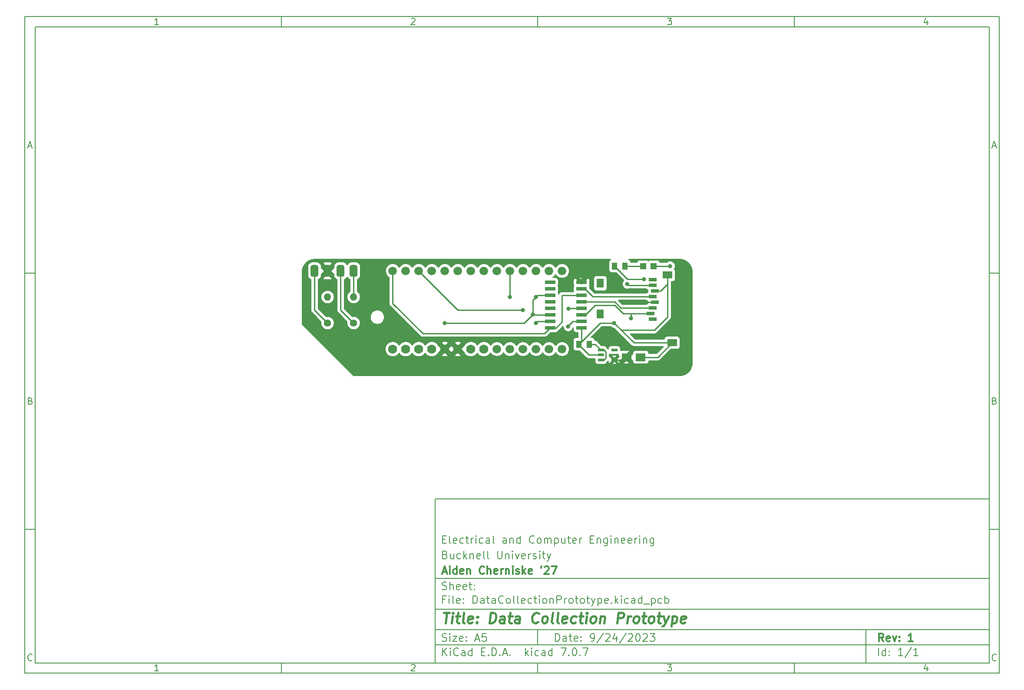
<source format=gbr>
%TF.GenerationSoftware,KiCad,Pcbnew,7.0.7*%
%TF.CreationDate,2023-09-27T12:08:52-04:00*%
%TF.ProjectId,DataCollectionPrototype,44617461-436f-46c6-9c65-6374696f6e50,1*%
%TF.SameCoordinates,Original*%
%TF.FileFunction,Copper,L2,Bot*%
%TF.FilePolarity,Positive*%
%FSLAX46Y46*%
G04 Gerber Fmt 4.6, Leading zero omitted, Abs format (unit mm)*
G04 Created by KiCad (PCBNEW 7.0.7) date 2023-09-27 12:08:52*
%MOMM*%
%LPD*%
G01*
G04 APERTURE LIST*
G04 Aperture macros list*
%AMRoundRect*
0 Rectangle with rounded corners*
0 $1 Rounding radius*
0 $2 $3 $4 $5 $6 $7 $8 $9 X,Y pos of 4 corners*
0 Add a 4 corners polygon primitive as box body*
4,1,4,$2,$3,$4,$5,$6,$7,$8,$9,$2,$3,0*
0 Add four circle primitives for the rounded corners*
1,1,$1+$1,$2,$3*
1,1,$1+$1,$4,$5*
1,1,$1+$1,$6,$7*
1,1,$1+$1,$8,$9*
0 Add four rect primitives between the rounded corners*
20,1,$1+$1,$2,$3,$4,$5,0*
20,1,$1+$1,$4,$5,$6,$7,0*
20,1,$1+$1,$6,$7,$8,$9,0*
20,1,$1+$1,$8,$9,$2,$3,0*%
G04 Aperture macros list end*
%ADD10C,0.100000*%
%ADD11C,0.150000*%
%ADD12C,0.300000*%
%ADD13C,0.400000*%
%TA.AperFunction,SMDPad,CuDef*%
%ADD14R,1.900000X1.400000*%
%TD*%
%TA.AperFunction,SMDPad,CuDef*%
%ADD15R,1.400000X1.800000*%
%TD*%
%TA.AperFunction,SMDPad,CuDef*%
%ADD16R,1.500000X0.700000*%
%TD*%
%TA.AperFunction,ComponentPad*%
%ADD17C,1.400000*%
%TD*%
%TA.AperFunction,ComponentPad*%
%ADD18O,1.400000X1.400000*%
%TD*%
%TA.AperFunction,ComponentPad*%
%ADD19C,1.778000*%
%TD*%
%TA.AperFunction,ComponentPad*%
%ADD20C,1.676400*%
%TD*%
%TA.AperFunction,SMDPad,CuDef*%
%ADD21RoundRect,0.381000X0.381000X-0.762000X0.381000X0.762000X-0.381000X0.762000X-0.381000X-0.762000X0*%
%TD*%
%TA.AperFunction,SMDPad,CuDef*%
%ADD22R,1.100000X1.400000*%
%TD*%
%TA.AperFunction,SMDPad,CuDef*%
%ADD23R,1.200000X0.550000*%
%TD*%
%TA.AperFunction,SMDPad,CuDef*%
%ADD24R,2.032000X0.660400*%
%TD*%
%TA.AperFunction,SMDPad,CuDef*%
%ADD25R,1.950000X1.500000*%
%TD*%
%TA.AperFunction,SMDPad,CuDef*%
%ADD26R,1.200000X1.200000*%
%TD*%
%TA.AperFunction,ViaPad*%
%ADD27C,0.800000*%
%TD*%
%TA.AperFunction,Conductor*%
%ADD28C,0.250000*%
%TD*%
G04 APERTURE END LIST*
D10*
D11*
X90007200Y-104005800D02*
X198007200Y-104005800D01*
X198007200Y-136005800D01*
X90007200Y-136005800D01*
X90007200Y-104005800D01*
D10*
D11*
X10000000Y-10000000D02*
X200007200Y-10000000D01*
X200007200Y-138005800D01*
X10000000Y-138005800D01*
X10000000Y-10000000D01*
D10*
D11*
X12000000Y-12000000D02*
X198007200Y-12000000D01*
X198007200Y-136005800D01*
X12000000Y-136005800D01*
X12000000Y-12000000D01*
D10*
D11*
X60000000Y-12000000D02*
X60000000Y-10000000D01*
D10*
D11*
X110000000Y-12000000D02*
X110000000Y-10000000D01*
D10*
D11*
X160000000Y-12000000D02*
X160000000Y-10000000D01*
D10*
D11*
X36089160Y-11593604D02*
X35346303Y-11593604D01*
X35717731Y-11593604D02*
X35717731Y-10293604D01*
X35717731Y-10293604D02*
X35593922Y-10479319D01*
X35593922Y-10479319D02*
X35470112Y-10603128D01*
X35470112Y-10603128D02*
X35346303Y-10665033D01*
D10*
D11*
X85346303Y-10417414D02*
X85408207Y-10355509D01*
X85408207Y-10355509D02*
X85532017Y-10293604D01*
X85532017Y-10293604D02*
X85841541Y-10293604D01*
X85841541Y-10293604D02*
X85965350Y-10355509D01*
X85965350Y-10355509D02*
X86027255Y-10417414D01*
X86027255Y-10417414D02*
X86089160Y-10541223D01*
X86089160Y-10541223D02*
X86089160Y-10665033D01*
X86089160Y-10665033D02*
X86027255Y-10850747D01*
X86027255Y-10850747D02*
X85284398Y-11593604D01*
X85284398Y-11593604D02*
X86089160Y-11593604D01*
D10*
D11*
X135284398Y-10293604D02*
X136089160Y-10293604D01*
X136089160Y-10293604D02*
X135655826Y-10788842D01*
X135655826Y-10788842D02*
X135841541Y-10788842D01*
X135841541Y-10788842D02*
X135965350Y-10850747D01*
X135965350Y-10850747D02*
X136027255Y-10912652D01*
X136027255Y-10912652D02*
X136089160Y-11036461D01*
X136089160Y-11036461D02*
X136089160Y-11345985D01*
X136089160Y-11345985D02*
X136027255Y-11469795D01*
X136027255Y-11469795D02*
X135965350Y-11531700D01*
X135965350Y-11531700D02*
X135841541Y-11593604D01*
X135841541Y-11593604D02*
X135470112Y-11593604D01*
X135470112Y-11593604D02*
X135346303Y-11531700D01*
X135346303Y-11531700D02*
X135284398Y-11469795D01*
D10*
D11*
X185965350Y-10726938D02*
X185965350Y-11593604D01*
X185655826Y-10231700D02*
X185346303Y-11160271D01*
X185346303Y-11160271D02*
X186151064Y-11160271D01*
D10*
D11*
X60000000Y-136005800D02*
X60000000Y-138005800D01*
D10*
D11*
X110000000Y-136005800D02*
X110000000Y-138005800D01*
D10*
D11*
X160000000Y-136005800D02*
X160000000Y-138005800D01*
D10*
D11*
X36089160Y-137599404D02*
X35346303Y-137599404D01*
X35717731Y-137599404D02*
X35717731Y-136299404D01*
X35717731Y-136299404D02*
X35593922Y-136485119D01*
X35593922Y-136485119D02*
X35470112Y-136608928D01*
X35470112Y-136608928D02*
X35346303Y-136670833D01*
D10*
D11*
X85346303Y-136423214D02*
X85408207Y-136361309D01*
X85408207Y-136361309D02*
X85532017Y-136299404D01*
X85532017Y-136299404D02*
X85841541Y-136299404D01*
X85841541Y-136299404D02*
X85965350Y-136361309D01*
X85965350Y-136361309D02*
X86027255Y-136423214D01*
X86027255Y-136423214D02*
X86089160Y-136547023D01*
X86089160Y-136547023D02*
X86089160Y-136670833D01*
X86089160Y-136670833D02*
X86027255Y-136856547D01*
X86027255Y-136856547D02*
X85284398Y-137599404D01*
X85284398Y-137599404D02*
X86089160Y-137599404D01*
D10*
D11*
X135284398Y-136299404D02*
X136089160Y-136299404D01*
X136089160Y-136299404D02*
X135655826Y-136794642D01*
X135655826Y-136794642D02*
X135841541Y-136794642D01*
X135841541Y-136794642D02*
X135965350Y-136856547D01*
X135965350Y-136856547D02*
X136027255Y-136918452D01*
X136027255Y-136918452D02*
X136089160Y-137042261D01*
X136089160Y-137042261D02*
X136089160Y-137351785D01*
X136089160Y-137351785D02*
X136027255Y-137475595D01*
X136027255Y-137475595D02*
X135965350Y-137537500D01*
X135965350Y-137537500D02*
X135841541Y-137599404D01*
X135841541Y-137599404D02*
X135470112Y-137599404D01*
X135470112Y-137599404D02*
X135346303Y-137537500D01*
X135346303Y-137537500D02*
X135284398Y-137475595D01*
D10*
D11*
X185965350Y-136732738D02*
X185965350Y-137599404D01*
X185655826Y-136237500D02*
X185346303Y-137166071D01*
X185346303Y-137166071D02*
X186151064Y-137166071D01*
D10*
D11*
X10000000Y-60000000D02*
X12000000Y-60000000D01*
D10*
D11*
X10000000Y-110000000D02*
X12000000Y-110000000D01*
D10*
D11*
X10690476Y-35222176D02*
X11309523Y-35222176D01*
X10566666Y-35593604D02*
X10999999Y-34293604D01*
X10999999Y-34293604D02*
X11433333Y-35593604D01*
D10*
D11*
X11092857Y-84912652D02*
X11278571Y-84974557D01*
X11278571Y-84974557D02*
X11340476Y-85036461D01*
X11340476Y-85036461D02*
X11402380Y-85160271D01*
X11402380Y-85160271D02*
X11402380Y-85345985D01*
X11402380Y-85345985D02*
X11340476Y-85469795D01*
X11340476Y-85469795D02*
X11278571Y-85531700D01*
X11278571Y-85531700D02*
X11154761Y-85593604D01*
X11154761Y-85593604D02*
X10659523Y-85593604D01*
X10659523Y-85593604D02*
X10659523Y-84293604D01*
X10659523Y-84293604D02*
X11092857Y-84293604D01*
X11092857Y-84293604D02*
X11216666Y-84355509D01*
X11216666Y-84355509D02*
X11278571Y-84417414D01*
X11278571Y-84417414D02*
X11340476Y-84541223D01*
X11340476Y-84541223D02*
X11340476Y-84665033D01*
X11340476Y-84665033D02*
X11278571Y-84788842D01*
X11278571Y-84788842D02*
X11216666Y-84850747D01*
X11216666Y-84850747D02*
X11092857Y-84912652D01*
X11092857Y-84912652D02*
X10659523Y-84912652D01*
D10*
D11*
X11402380Y-135469795D02*
X11340476Y-135531700D01*
X11340476Y-135531700D02*
X11154761Y-135593604D01*
X11154761Y-135593604D02*
X11030952Y-135593604D01*
X11030952Y-135593604D02*
X10845238Y-135531700D01*
X10845238Y-135531700D02*
X10721428Y-135407890D01*
X10721428Y-135407890D02*
X10659523Y-135284080D01*
X10659523Y-135284080D02*
X10597619Y-135036461D01*
X10597619Y-135036461D02*
X10597619Y-134850747D01*
X10597619Y-134850747D02*
X10659523Y-134603128D01*
X10659523Y-134603128D02*
X10721428Y-134479319D01*
X10721428Y-134479319D02*
X10845238Y-134355509D01*
X10845238Y-134355509D02*
X11030952Y-134293604D01*
X11030952Y-134293604D02*
X11154761Y-134293604D01*
X11154761Y-134293604D02*
X11340476Y-134355509D01*
X11340476Y-134355509D02*
X11402380Y-134417414D01*
D10*
D11*
X200007200Y-60000000D02*
X198007200Y-60000000D01*
D10*
D11*
X200007200Y-110000000D02*
X198007200Y-110000000D01*
D10*
D11*
X198697676Y-35222176D02*
X199316723Y-35222176D01*
X198573866Y-35593604D02*
X199007199Y-34293604D01*
X199007199Y-34293604D02*
X199440533Y-35593604D01*
D10*
D11*
X199100057Y-84912652D02*
X199285771Y-84974557D01*
X199285771Y-84974557D02*
X199347676Y-85036461D01*
X199347676Y-85036461D02*
X199409580Y-85160271D01*
X199409580Y-85160271D02*
X199409580Y-85345985D01*
X199409580Y-85345985D02*
X199347676Y-85469795D01*
X199347676Y-85469795D02*
X199285771Y-85531700D01*
X199285771Y-85531700D02*
X199161961Y-85593604D01*
X199161961Y-85593604D02*
X198666723Y-85593604D01*
X198666723Y-85593604D02*
X198666723Y-84293604D01*
X198666723Y-84293604D02*
X199100057Y-84293604D01*
X199100057Y-84293604D02*
X199223866Y-84355509D01*
X199223866Y-84355509D02*
X199285771Y-84417414D01*
X199285771Y-84417414D02*
X199347676Y-84541223D01*
X199347676Y-84541223D02*
X199347676Y-84665033D01*
X199347676Y-84665033D02*
X199285771Y-84788842D01*
X199285771Y-84788842D02*
X199223866Y-84850747D01*
X199223866Y-84850747D02*
X199100057Y-84912652D01*
X199100057Y-84912652D02*
X198666723Y-84912652D01*
D10*
D11*
X199409580Y-135469795D02*
X199347676Y-135531700D01*
X199347676Y-135531700D02*
X199161961Y-135593604D01*
X199161961Y-135593604D02*
X199038152Y-135593604D01*
X199038152Y-135593604D02*
X198852438Y-135531700D01*
X198852438Y-135531700D02*
X198728628Y-135407890D01*
X198728628Y-135407890D02*
X198666723Y-135284080D01*
X198666723Y-135284080D02*
X198604819Y-135036461D01*
X198604819Y-135036461D02*
X198604819Y-134850747D01*
X198604819Y-134850747D02*
X198666723Y-134603128D01*
X198666723Y-134603128D02*
X198728628Y-134479319D01*
X198728628Y-134479319D02*
X198852438Y-134355509D01*
X198852438Y-134355509D02*
X199038152Y-134293604D01*
X199038152Y-134293604D02*
X199161961Y-134293604D01*
X199161961Y-134293604D02*
X199347676Y-134355509D01*
X199347676Y-134355509D02*
X199409580Y-134417414D01*
D10*
D11*
X113463026Y-131791928D02*
X113463026Y-130291928D01*
X113463026Y-130291928D02*
X113820169Y-130291928D01*
X113820169Y-130291928D02*
X114034455Y-130363357D01*
X114034455Y-130363357D02*
X114177312Y-130506214D01*
X114177312Y-130506214D02*
X114248741Y-130649071D01*
X114248741Y-130649071D02*
X114320169Y-130934785D01*
X114320169Y-130934785D02*
X114320169Y-131149071D01*
X114320169Y-131149071D02*
X114248741Y-131434785D01*
X114248741Y-131434785D02*
X114177312Y-131577642D01*
X114177312Y-131577642D02*
X114034455Y-131720500D01*
X114034455Y-131720500D02*
X113820169Y-131791928D01*
X113820169Y-131791928D02*
X113463026Y-131791928D01*
X115605884Y-131791928D02*
X115605884Y-131006214D01*
X115605884Y-131006214D02*
X115534455Y-130863357D01*
X115534455Y-130863357D02*
X115391598Y-130791928D01*
X115391598Y-130791928D02*
X115105884Y-130791928D01*
X115105884Y-130791928D02*
X114963026Y-130863357D01*
X115605884Y-131720500D02*
X115463026Y-131791928D01*
X115463026Y-131791928D02*
X115105884Y-131791928D01*
X115105884Y-131791928D02*
X114963026Y-131720500D01*
X114963026Y-131720500D02*
X114891598Y-131577642D01*
X114891598Y-131577642D02*
X114891598Y-131434785D01*
X114891598Y-131434785D02*
X114963026Y-131291928D01*
X114963026Y-131291928D02*
X115105884Y-131220500D01*
X115105884Y-131220500D02*
X115463026Y-131220500D01*
X115463026Y-131220500D02*
X115605884Y-131149071D01*
X116105884Y-130791928D02*
X116677312Y-130791928D01*
X116320169Y-130291928D02*
X116320169Y-131577642D01*
X116320169Y-131577642D02*
X116391598Y-131720500D01*
X116391598Y-131720500D02*
X116534455Y-131791928D01*
X116534455Y-131791928D02*
X116677312Y-131791928D01*
X117748741Y-131720500D02*
X117605884Y-131791928D01*
X117605884Y-131791928D02*
X117320170Y-131791928D01*
X117320170Y-131791928D02*
X117177312Y-131720500D01*
X117177312Y-131720500D02*
X117105884Y-131577642D01*
X117105884Y-131577642D02*
X117105884Y-131006214D01*
X117105884Y-131006214D02*
X117177312Y-130863357D01*
X117177312Y-130863357D02*
X117320170Y-130791928D01*
X117320170Y-130791928D02*
X117605884Y-130791928D01*
X117605884Y-130791928D02*
X117748741Y-130863357D01*
X117748741Y-130863357D02*
X117820170Y-131006214D01*
X117820170Y-131006214D02*
X117820170Y-131149071D01*
X117820170Y-131149071D02*
X117105884Y-131291928D01*
X118463026Y-131649071D02*
X118534455Y-131720500D01*
X118534455Y-131720500D02*
X118463026Y-131791928D01*
X118463026Y-131791928D02*
X118391598Y-131720500D01*
X118391598Y-131720500D02*
X118463026Y-131649071D01*
X118463026Y-131649071D02*
X118463026Y-131791928D01*
X118463026Y-130863357D02*
X118534455Y-130934785D01*
X118534455Y-130934785D02*
X118463026Y-131006214D01*
X118463026Y-131006214D02*
X118391598Y-130934785D01*
X118391598Y-130934785D02*
X118463026Y-130863357D01*
X118463026Y-130863357D02*
X118463026Y-131006214D01*
X120391598Y-131791928D02*
X120677312Y-131791928D01*
X120677312Y-131791928D02*
X120820169Y-131720500D01*
X120820169Y-131720500D02*
X120891598Y-131649071D01*
X120891598Y-131649071D02*
X121034455Y-131434785D01*
X121034455Y-131434785D02*
X121105884Y-131149071D01*
X121105884Y-131149071D02*
X121105884Y-130577642D01*
X121105884Y-130577642D02*
X121034455Y-130434785D01*
X121034455Y-130434785D02*
X120963027Y-130363357D01*
X120963027Y-130363357D02*
X120820169Y-130291928D01*
X120820169Y-130291928D02*
X120534455Y-130291928D01*
X120534455Y-130291928D02*
X120391598Y-130363357D01*
X120391598Y-130363357D02*
X120320169Y-130434785D01*
X120320169Y-130434785D02*
X120248741Y-130577642D01*
X120248741Y-130577642D02*
X120248741Y-130934785D01*
X120248741Y-130934785D02*
X120320169Y-131077642D01*
X120320169Y-131077642D02*
X120391598Y-131149071D01*
X120391598Y-131149071D02*
X120534455Y-131220500D01*
X120534455Y-131220500D02*
X120820169Y-131220500D01*
X120820169Y-131220500D02*
X120963027Y-131149071D01*
X120963027Y-131149071D02*
X121034455Y-131077642D01*
X121034455Y-131077642D02*
X121105884Y-130934785D01*
X122820169Y-130220500D02*
X121534455Y-132149071D01*
X123248741Y-130434785D02*
X123320169Y-130363357D01*
X123320169Y-130363357D02*
X123463027Y-130291928D01*
X123463027Y-130291928D02*
X123820169Y-130291928D01*
X123820169Y-130291928D02*
X123963027Y-130363357D01*
X123963027Y-130363357D02*
X124034455Y-130434785D01*
X124034455Y-130434785D02*
X124105884Y-130577642D01*
X124105884Y-130577642D02*
X124105884Y-130720500D01*
X124105884Y-130720500D02*
X124034455Y-130934785D01*
X124034455Y-130934785D02*
X123177312Y-131791928D01*
X123177312Y-131791928D02*
X124105884Y-131791928D01*
X125391598Y-130791928D02*
X125391598Y-131791928D01*
X125034455Y-130220500D02*
X124677312Y-131291928D01*
X124677312Y-131291928D02*
X125605883Y-131291928D01*
X127248740Y-130220500D02*
X125963026Y-132149071D01*
X127677312Y-130434785D02*
X127748740Y-130363357D01*
X127748740Y-130363357D02*
X127891598Y-130291928D01*
X127891598Y-130291928D02*
X128248740Y-130291928D01*
X128248740Y-130291928D02*
X128391598Y-130363357D01*
X128391598Y-130363357D02*
X128463026Y-130434785D01*
X128463026Y-130434785D02*
X128534455Y-130577642D01*
X128534455Y-130577642D02*
X128534455Y-130720500D01*
X128534455Y-130720500D02*
X128463026Y-130934785D01*
X128463026Y-130934785D02*
X127605883Y-131791928D01*
X127605883Y-131791928D02*
X128534455Y-131791928D01*
X129463026Y-130291928D02*
X129605883Y-130291928D01*
X129605883Y-130291928D02*
X129748740Y-130363357D01*
X129748740Y-130363357D02*
X129820169Y-130434785D01*
X129820169Y-130434785D02*
X129891597Y-130577642D01*
X129891597Y-130577642D02*
X129963026Y-130863357D01*
X129963026Y-130863357D02*
X129963026Y-131220500D01*
X129963026Y-131220500D02*
X129891597Y-131506214D01*
X129891597Y-131506214D02*
X129820169Y-131649071D01*
X129820169Y-131649071D02*
X129748740Y-131720500D01*
X129748740Y-131720500D02*
X129605883Y-131791928D01*
X129605883Y-131791928D02*
X129463026Y-131791928D01*
X129463026Y-131791928D02*
X129320169Y-131720500D01*
X129320169Y-131720500D02*
X129248740Y-131649071D01*
X129248740Y-131649071D02*
X129177311Y-131506214D01*
X129177311Y-131506214D02*
X129105883Y-131220500D01*
X129105883Y-131220500D02*
X129105883Y-130863357D01*
X129105883Y-130863357D02*
X129177311Y-130577642D01*
X129177311Y-130577642D02*
X129248740Y-130434785D01*
X129248740Y-130434785D02*
X129320169Y-130363357D01*
X129320169Y-130363357D02*
X129463026Y-130291928D01*
X130534454Y-130434785D02*
X130605882Y-130363357D01*
X130605882Y-130363357D02*
X130748740Y-130291928D01*
X130748740Y-130291928D02*
X131105882Y-130291928D01*
X131105882Y-130291928D02*
X131248740Y-130363357D01*
X131248740Y-130363357D02*
X131320168Y-130434785D01*
X131320168Y-130434785D02*
X131391597Y-130577642D01*
X131391597Y-130577642D02*
X131391597Y-130720500D01*
X131391597Y-130720500D02*
X131320168Y-130934785D01*
X131320168Y-130934785D02*
X130463025Y-131791928D01*
X130463025Y-131791928D02*
X131391597Y-131791928D01*
X131891596Y-130291928D02*
X132820168Y-130291928D01*
X132820168Y-130291928D02*
X132320168Y-130863357D01*
X132320168Y-130863357D02*
X132534453Y-130863357D01*
X132534453Y-130863357D02*
X132677311Y-130934785D01*
X132677311Y-130934785D02*
X132748739Y-131006214D01*
X132748739Y-131006214D02*
X132820168Y-131149071D01*
X132820168Y-131149071D02*
X132820168Y-131506214D01*
X132820168Y-131506214D02*
X132748739Y-131649071D01*
X132748739Y-131649071D02*
X132677311Y-131720500D01*
X132677311Y-131720500D02*
X132534453Y-131791928D01*
X132534453Y-131791928D02*
X132105882Y-131791928D01*
X132105882Y-131791928D02*
X131963025Y-131720500D01*
X131963025Y-131720500D02*
X131891596Y-131649071D01*
D10*
D11*
X90007200Y-132505800D02*
X198007200Y-132505800D01*
D10*
D11*
X91463026Y-134591928D02*
X91463026Y-133091928D01*
X92320169Y-134591928D02*
X91677312Y-133734785D01*
X92320169Y-133091928D02*
X91463026Y-133949071D01*
X92963026Y-134591928D02*
X92963026Y-133591928D01*
X92963026Y-133091928D02*
X92891598Y-133163357D01*
X92891598Y-133163357D02*
X92963026Y-133234785D01*
X92963026Y-133234785D02*
X93034455Y-133163357D01*
X93034455Y-133163357D02*
X92963026Y-133091928D01*
X92963026Y-133091928D02*
X92963026Y-133234785D01*
X94534455Y-134449071D02*
X94463027Y-134520500D01*
X94463027Y-134520500D02*
X94248741Y-134591928D01*
X94248741Y-134591928D02*
X94105884Y-134591928D01*
X94105884Y-134591928D02*
X93891598Y-134520500D01*
X93891598Y-134520500D02*
X93748741Y-134377642D01*
X93748741Y-134377642D02*
X93677312Y-134234785D01*
X93677312Y-134234785D02*
X93605884Y-133949071D01*
X93605884Y-133949071D02*
X93605884Y-133734785D01*
X93605884Y-133734785D02*
X93677312Y-133449071D01*
X93677312Y-133449071D02*
X93748741Y-133306214D01*
X93748741Y-133306214D02*
X93891598Y-133163357D01*
X93891598Y-133163357D02*
X94105884Y-133091928D01*
X94105884Y-133091928D02*
X94248741Y-133091928D01*
X94248741Y-133091928D02*
X94463027Y-133163357D01*
X94463027Y-133163357D02*
X94534455Y-133234785D01*
X95820170Y-134591928D02*
X95820170Y-133806214D01*
X95820170Y-133806214D02*
X95748741Y-133663357D01*
X95748741Y-133663357D02*
X95605884Y-133591928D01*
X95605884Y-133591928D02*
X95320170Y-133591928D01*
X95320170Y-133591928D02*
X95177312Y-133663357D01*
X95820170Y-134520500D02*
X95677312Y-134591928D01*
X95677312Y-134591928D02*
X95320170Y-134591928D01*
X95320170Y-134591928D02*
X95177312Y-134520500D01*
X95177312Y-134520500D02*
X95105884Y-134377642D01*
X95105884Y-134377642D02*
X95105884Y-134234785D01*
X95105884Y-134234785D02*
X95177312Y-134091928D01*
X95177312Y-134091928D02*
X95320170Y-134020500D01*
X95320170Y-134020500D02*
X95677312Y-134020500D01*
X95677312Y-134020500D02*
X95820170Y-133949071D01*
X97177313Y-134591928D02*
X97177313Y-133091928D01*
X97177313Y-134520500D02*
X97034455Y-134591928D01*
X97034455Y-134591928D02*
X96748741Y-134591928D01*
X96748741Y-134591928D02*
X96605884Y-134520500D01*
X96605884Y-134520500D02*
X96534455Y-134449071D01*
X96534455Y-134449071D02*
X96463027Y-134306214D01*
X96463027Y-134306214D02*
X96463027Y-133877642D01*
X96463027Y-133877642D02*
X96534455Y-133734785D01*
X96534455Y-133734785D02*
X96605884Y-133663357D01*
X96605884Y-133663357D02*
X96748741Y-133591928D01*
X96748741Y-133591928D02*
X97034455Y-133591928D01*
X97034455Y-133591928D02*
X97177313Y-133663357D01*
X99034455Y-133806214D02*
X99534455Y-133806214D01*
X99748741Y-134591928D02*
X99034455Y-134591928D01*
X99034455Y-134591928D02*
X99034455Y-133091928D01*
X99034455Y-133091928D02*
X99748741Y-133091928D01*
X100391598Y-134449071D02*
X100463027Y-134520500D01*
X100463027Y-134520500D02*
X100391598Y-134591928D01*
X100391598Y-134591928D02*
X100320170Y-134520500D01*
X100320170Y-134520500D02*
X100391598Y-134449071D01*
X100391598Y-134449071D02*
X100391598Y-134591928D01*
X101105884Y-134591928D02*
X101105884Y-133091928D01*
X101105884Y-133091928D02*
X101463027Y-133091928D01*
X101463027Y-133091928D02*
X101677313Y-133163357D01*
X101677313Y-133163357D02*
X101820170Y-133306214D01*
X101820170Y-133306214D02*
X101891599Y-133449071D01*
X101891599Y-133449071D02*
X101963027Y-133734785D01*
X101963027Y-133734785D02*
X101963027Y-133949071D01*
X101963027Y-133949071D02*
X101891599Y-134234785D01*
X101891599Y-134234785D02*
X101820170Y-134377642D01*
X101820170Y-134377642D02*
X101677313Y-134520500D01*
X101677313Y-134520500D02*
X101463027Y-134591928D01*
X101463027Y-134591928D02*
X101105884Y-134591928D01*
X102605884Y-134449071D02*
X102677313Y-134520500D01*
X102677313Y-134520500D02*
X102605884Y-134591928D01*
X102605884Y-134591928D02*
X102534456Y-134520500D01*
X102534456Y-134520500D02*
X102605884Y-134449071D01*
X102605884Y-134449071D02*
X102605884Y-134591928D01*
X103248742Y-134163357D02*
X103963028Y-134163357D01*
X103105885Y-134591928D02*
X103605885Y-133091928D01*
X103605885Y-133091928D02*
X104105885Y-134591928D01*
X104605884Y-134449071D02*
X104677313Y-134520500D01*
X104677313Y-134520500D02*
X104605884Y-134591928D01*
X104605884Y-134591928D02*
X104534456Y-134520500D01*
X104534456Y-134520500D02*
X104605884Y-134449071D01*
X104605884Y-134449071D02*
X104605884Y-134591928D01*
X107605884Y-134591928D02*
X107605884Y-133091928D01*
X107748742Y-134020500D02*
X108177313Y-134591928D01*
X108177313Y-133591928D02*
X107605884Y-134163357D01*
X108820170Y-134591928D02*
X108820170Y-133591928D01*
X108820170Y-133091928D02*
X108748742Y-133163357D01*
X108748742Y-133163357D02*
X108820170Y-133234785D01*
X108820170Y-133234785D02*
X108891599Y-133163357D01*
X108891599Y-133163357D02*
X108820170Y-133091928D01*
X108820170Y-133091928D02*
X108820170Y-133234785D01*
X110177314Y-134520500D02*
X110034456Y-134591928D01*
X110034456Y-134591928D02*
X109748742Y-134591928D01*
X109748742Y-134591928D02*
X109605885Y-134520500D01*
X109605885Y-134520500D02*
X109534456Y-134449071D01*
X109534456Y-134449071D02*
X109463028Y-134306214D01*
X109463028Y-134306214D02*
X109463028Y-133877642D01*
X109463028Y-133877642D02*
X109534456Y-133734785D01*
X109534456Y-133734785D02*
X109605885Y-133663357D01*
X109605885Y-133663357D02*
X109748742Y-133591928D01*
X109748742Y-133591928D02*
X110034456Y-133591928D01*
X110034456Y-133591928D02*
X110177314Y-133663357D01*
X111463028Y-134591928D02*
X111463028Y-133806214D01*
X111463028Y-133806214D02*
X111391599Y-133663357D01*
X111391599Y-133663357D02*
X111248742Y-133591928D01*
X111248742Y-133591928D02*
X110963028Y-133591928D01*
X110963028Y-133591928D02*
X110820170Y-133663357D01*
X111463028Y-134520500D02*
X111320170Y-134591928D01*
X111320170Y-134591928D02*
X110963028Y-134591928D01*
X110963028Y-134591928D02*
X110820170Y-134520500D01*
X110820170Y-134520500D02*
X110748742Y-134377642D01*
X110748742Y-134377642D02*
X110748742Y-134234785D01*
X110748742Y-134234785D02*
X110820170Y-134091928D01*
X110820170Y-134091928D02*
X110963028Y-134020500D01*
X110963028Y-134020500D02*
X111320170Y-134020500D01*
X111320170Y-134020500D02*
X111463028Y-133949071D01*
X112820171Y-134591928D02*
X112820171Y-133091928D01*
X112820171Y-134520500D02*
X112677313Y-134591928D01*
X112677313Y-134591928D02*
X112391599Y-134591928D01*
X112391599Y-134591928D02*
X112248742Y-134520500D01*
X112248742Y-134520500D02*
X112177313Y-134449071D01*
X112177313Y-134449071D02*
X112105885Y-134306214D01*
X112105885Y-134306214D02*
X112105885Y-133877642D01*
X112105885Y-133877642D02*
X112177313Y-133734785D01*
X112177313Y-133734785D02*
X112248742Y-133663357D01*
X112248742Y-133663357D02*
X112391599Y-133591928D01*
X112391599Y-133591928D02*
X112677313Y-133591928D01*
X112677313Y-133591928D02*
X112820171Y-133663357D01*
X114534456Y-133091928D02*
X115534456Y-133091928D01*
X115534456Y-133091928D02*
X114891599Y-134591928D01*
X116105884Y-134449071D02*
X116177313Y-134520500D01*
X116177313Y-134520500D02*
X116105884Y-134591928D01*
X116105884Y-134591928D02*
X116034456Y-134520500D01*
X116034456Y-134520500D02*
X116105884Y-134449071D01*
X116105884Y-134449071D02*
X116105884Y-134591928D01*
X117105885Y-133091928D02*
X117248742Y-133091928D01*
X117248742Y-133091928D02*
X117391599Y-133163357D01*
X117391599Y-133163357D02*
X117463028Y-133234785D01*
X117463028Y-133234785D02*
X117534456Y-133377642D01*
X117534456Y-133377642D02*
X117605885Y-133663357D01*
X117605885Y-133663357D02*
X117605885Y-134020500D01*
X117605885Y-134020500D02*
X117534456Y-134306214D01*
X117534456Y-134306214D02*
X117463028Y-134449071D01*
X117463028Y-134449071D02*
X117391599Y-134520500D01*
X117391599Y-134520500D02*
X117248742Y-134591928D01*
X117248742Y-134591928D02*
X117105885Y-134591928D01*
X117105885Y-134591928D02*
X116963028Y-134520500D01*
X116963028Y-134520500D02*
X116891599Y-134449071D01*
X116891599Y-134449071D02*
X116820170Y-134306214D01*
X116820170Y-134306214D02*
X116748742Y-134020500D01*
X116748742Y-134020500D02*
X116748742Y-133663357D01*
X116748742Y-133663357D02*
X116820170Y-133377642D01*
X116820170Y-133377642D02*
X116891599Y-133234785D01*
X116891599Y-133234785D02*
X116963028Y-133163357D01*
X116963028Y-133163357D02*
X117105885Y-133091928D01*
X118248741Y-134449071D02*
X118320170Y-134520500D01*
X118320170Y-134520500D02*
X118248741Y-134591928D01*
X118248741Y-134591928D02*
X118177313Y-134520500D01*
X118177313Y-134520500D02*
X118248741Y-134449071D01*
X118248741Y-134449071D02*
X118248741Y-134591928D01*
X118820170Y-133091928D02*
X119820170Y-133091928D01*
X119820170Y-133091928D02*
X119177313Y-134591928D01*
D10*
D11*
X90007200Y-129505800D02*
X198007200Y-129505800D01*
D10*
D12*
X177418853Y-131784128D02*
X176918853Y-131069842D01*
X176561710Y-131784128D02*
X176561710Y-130284128D01*
X176561710Y-130284128D02*
X177133139Y-130284128D01*
X177133139Y-130284128D02*
X177275996Y-130355557D01*
X177275996Y-130355557D02*
X177347425Y-130426985D01*
X177347425Y-130426985D02*
X177418853Y-130569842D01*
X177418853Y-130569842D02*
X177418853Y-130784128D01*
X177418853Y-130784128D02*
X177347425Y-130926985D01*
X177347425Y-130926985D02*
X177275996Y-130998414D01*
X177275996Y-130998414D02*
X177133139Y-131069842D01*
X177133139Y-131069842D02*
X176561710Y-131069842D01*
X178633139Y-131712700D02*
X178490282Y-131784128D01*
X178490282Y-131784128D02*
X178204568Y-131784128D01*
X178204568Y-131784128D02*
X178061710Y-131712700D01*
X178061710Y-131712700D02*
X177990282Y-131569842D01*
X177990282Y-131569842D02*
X177990282Y-130998414D01*
X177990282Y-130998414D02*
X178061710Y-130855557D01*
X178061710Y-130855557D02*
X178204568Y-130784128D01*
X178204568Y-130784128D02*
X178490282Y-130784128D01*
X178490282Y-130784128D02*
X178633139Y-130855557D01*
X178633139Y-130855557D02*
X178704568Y-130998414D01*
X178704568Y-130998414D02*
X178704568Y-131141271D01*
X178704568Y-131141271D02*
X177990282Y-131284128D01*
X179204567Y-130784128D02*
X179561710Y-131784128D01*
X179561710Y-131784128D02*
X179918853Y-130784128D01*
X180490281Y-131641271D02*
X180561710Y-131712700D01*
X180561710Y-131712700D02*
X180490281Y-131784128D01*
X180490281Y-131784128D02*
X180418853Y-131712700D01*
X180418853Y-131712700D02*
X180490281Y-131641271D01*
X180490281Y-131641271D02*
X180490281Y-131784128D01*
X180490281Y-130855557D02*
X180561710Y-130926985D01*
X180561710Y-130926985D02*
X180490281Y-130998414D01*
X180490281Y-130998414D02*
X180418853Y-130926985D01*
X180418853Y-130926985D02*
X180490281Y-130855557D01*
X180490281Y-130855557D02*
X180490281Y-130998414D01*
X183133139Y-131784128D02*
X182275996Y-131784128D01*
X182704567Y-131784128D02*
X182704567Y-130284128D01*
X182704567Y-130284128D02*
X182561710Y-130498414D01*
X182561710Y-130498414D02*
X182418853Y-130641271D01*
X182418853Y-130641271D02*
X182275996Y-130712700D01*
D10*
D11*
X91391598Y-131720500D02*
X91605884Y-131791928D01*
X91605884Y-131791928D02*
X91963026Y-131791928D01*
X91963026Y-131791928D02*
X92105884Y-131720500D01*
X92105884Y-131720500D02*
X92177312Y-131649071D01*
X92177312Y-131649071D02*
X92248741Y-131506214D01*
X92248741Y-131506214D02*
X92248741Y-131363357D01*
X92248741Y-131363357D02*
X92177312Y-131220500D01*
X92177312Y-131220500D02*
X92105884Y-131149071D01*
X92105884Y-131149071D02*
X91963026Y-131077642D01*
X91963026Y-131077642D02*
X91677312Y-131006214D01*
X91677312Y-131006214D02*
X91534455Y-130934785D01*
X91534455Y-130934785D02*
X91463026Y-130863357D01*
X91463026Y-130863357D02*
X91391598Y-130720500D01*
X91391598Y-130720500D02*
X91391598Y-130577642D01*
X91391598Y-130577642D02*
X91463026Y-130434785D01*
X91463026Y-130434785D02*
X91534455Y-130363357D01*
X91534455Y-130363357D02*
X91677312Y-130291928D01*
X91677312Y-130291928D02*
X92034455Y-130291928D01*
X92034455Y-130291928D02*
X92248741Y-130363357D01*
X92891597Y-131791928D02*
X92891597Y-130791928D01*
X92891597Y-130291928D02*
X92820169Y-130363357D01*
X92820169Y-130363357D02*
X92891597Y-130434785D01*
X92891597Y-130434785D02*
X92963026Y-130363357D01*
X92963026Y-130363357D02*
X92891597Y-130291928D01*
X92891597Y-130291928D02*
X92891597Y-130434785D01*
X93463026Y-130791928D02*
X94248741Y-130791928D01*
X94248741Y-130791928D02*
X93463026Y-131791928D01*
X93463026Y-131791928D02*
X94248741Y-131791928D01*
X95391598Y-131720500D02*
X95248741Y-131791928D01*
X95248741Y-131791928D02*
X94963027Y-131791928D01*
X94963027Y-131791928D02*
X94820169Y-131720500D01*
X94820169Y-131720500D02*
X94748741Y-131577642D01*
X94748741Y-131577642D02*
X94748741Y-131006214D01*
X94748741Y-131006214D02*
X94820169Y-130863357D01*
X94820169Y-130863357D02*
X94963027Y-130791928D01*
X94963027Y-130791928D02*
X95248741Y-130791928D01*
X95248741Y-130791928D02*
X95391598Y-130863357D01*
X95391598Y-130863357D02*
X95463027Y-131006214D01*
X95463027Y-131006214D02*
X95463027Y-131149071D01*
X95463027Y-131149071D02*
X94748741Y-131291928D01*
X96105883Y-131649071D02*
X96177312Y-131720500D01*
X96177312Y-131720500D02*
X96105883Y-131791928D01*
X96105883Y-131791928D02*
X96034455Y-131720500D01*
X96034455Y-131720500D02*
X96105883Y-131649071D01*
X96105883Y-131649071D02*
X96105883Y-131791928D01*
X96105883Y-130863357D02*
X96177312Y-130934785D01*
X96177312Y-130934785D02*
X96105883Y-131006214D01*
X96105883Y-131006214D02*
X96034455Y-130934785D01*
X96034455Y-130934785D02*
X96105883Y-130863357D01*
X96105883Y-130863357D02*
X96105883Y-131006214D01*
X97891598Y-131363357D02*
X98605884Y-131363357D01*
X97748741Y-131791928D02*
X98248741Y-130291928D01*
X98248741Y-130291928D02*
X98748741Y-131791928D01*
X99963026Y-130291928D02*
X99248740Y-130291928D01*
X99248740Y-130291928D02*
X99177312Y-131006214D01*
X99177312Y-131006214D02*
X99248740Y-130934785D01*
X99248740Y-130934785D02*
X99391598Y-130863357D01*
X99391598Y-130863357D02*
X99748740Y-130863357D01*
X99748740Y-130863357D02*
X99891598Y-130934785D01*
X99891598Y-130934785D02*
X99963026Y-131006214D01*
X99963026Y-131006214D02*
X100034455Y-131149071D01*
X100034455Y-131149071D02*
X100034455Y-131506214D01*
X100034455Y-131506214D02*
X99963026Y-131649071D01*
X99963026Y-131649071D02*
X99891598Y-131720500D01*
X99891598Y-131720500D02*
X99748740Y-131791928D01*
X99748740Y-131791928D02*
X99391598Y-131791928D01*
X99391598Y-131791928D02*
X99248740Y-131720500D01*
X99248740Y-131720500D02*
X99177312Y-131649071D01*
D10*
D11*
X176463026Y-134591928D02*
X176463026Y-133091928D01*
X177820170Y-134591928D02*
X177820170Y-133091928D01*
X177820170Y-134520500D02*
X177677312Y-134591928D01*
X177677312Y-134591928D02*
X177391598Y-134591928D01*
X177391598Y-134591928D02*
X177248741Y-134520500D01*
X177248741Y-134520500D02*
X177177312Y-134449071D01*
X177177312Y-134449071D02*
X177105884Y-134306214D01*
X177105884Y-134306214D02*
X177105884Y-133877642D01*
X177105884Y-133877642D02*
X177177312Y-133734785D01*
X177177312Y-133734785D02*
X177248741Y-133663357D01*
X177248741Y-133663357D02*
X177391598Y-133591928D01*
X177391598Y-133591928D02*
X177677312Y-133591928D01*
X177677312Y-133591928D02*
X177820170Y-133663357D01*
X178534455Y-134449071D02*
X178605884Y-134520500D01*
X178605884Y-134520500D02*
X178534455Y-134591928D01*
X178534455Y-134591928D02*
X178463027Y-134520500D01*
X178463027Y-134520500D02*
X178534455Y-134449071D01*
X178534455Y-134449071D02*
X178534455Y-134591928D01*
X178534455Y-133663357D02*
X178605884Y-133734785D01*
X178605884Y-133734785D02*
X178534455Y-133806214D01*
X178534455Y-133806214D02*
X178463027Y-133734785D01*
X178463027Y-133734785D02*
X178534455Y-133663357D01*
X178534455Y-133663357D02*
X178534455Y-133806214D01*
X181177313Y-134591928D02*
X180320170Y-134591928D01*
X180748741Y-134591928D02*
X180748741Y-133091928D01*
X180748741Y-133091928D02*
X180605884Y-133306214D01*
X180605884Y-133306214D02*
X180463027Y-133449071D01*
X180463027Y-133449071D02*
X180320170Y-133520500D01*
X182891598Y-133020500D02*
X181605884Y-134949071D01*
X184177313Y-134591928D02*
X183320170Y-134591928D01*
X183748741Y-134591928D02*
X183748741Y-133091928D01*
X183748741Y-133091928D02*
X183605884Y-133306214D01*
X183605884Y-133306214D02*
X183463027Y-133449071D01*
X183463027Y-133449071D02*
X183320170Y-133520500D01*
D10*
D11*
X90007200Y-125505800D02*
X198007200Y-125505800D01*
D10*
D13*
X91698928Y-126210238D02*
X92841785Y-126210238D01*
X92020357Y-128210238D02*
X92270357Y-126210238D01*
X93258452Y-128210238D02*
X93425119Y-126876904D01*
X93508452Y-126210238D02*
X93401309Y-126305476D01*
X93401309Y-126305476D02*
X93484643Y-126400714D01*
X93484643Y-126400714D02*
X93591786Y-126305476D01*
X93591786Y-126305476D02*
X93508452Y-126210238D01*
X93508452Y-126210238D02*
X93484643Y-126400714D01*
X94091786Y-126876904D02*
X94853690Y-126876904D01*
X94460833Y-126210238D02*
X94246548Y-127924523D01*
X94246548Y-127924523D02*
X94317976Y-128115000D01*
X94317976Y-128115000D02*
X94496548Y-128210238D01*
X94496548Y-128210238D02*
X94687024Y-128210238D01*
X95639405Y-128210238D02*
X95460833Y-128115000D01*
X95460833Y-128115000D02*
X95389405Y-127924523D01*
X95389405Y-127924523D02*
X95603690Y-126210238D01*
X97175119Y-128115000D02*
X96972738Y-128210238D01*
X96972738Y-128210238D02*
X96591785Y-128210238D01*
X96591785Y-128210238D02*
X96413214Y-128115000D01*
X96413214Y-128115000D02*
X96341785Y-127924523D01*
X96341785Y-127924523D02*
X96437024Y-127162619D01*
X96437024Y-127162619D02*
X96556071Y-126972142D01*
X96556071Y-126972142D02*
X96758452Y-126876904D01*
X96758452Y-126876904D02*
X97139404Y-126876904D01*
X97139404Y-126876904D02*
X97317976Y-126972142D01*
X97317976Y-126972142D02*
X97389404Y-127162619D01*
X97389404Y-127162619D02*
X97365595Y-127353095D01*
X97365595Y-127353095D02*
X96389404Y-127543571D01*
X98139405Y-128019761D02*
X98222738Y-128115000D01*
X98222738Y-128115000D02*
X98115595Y-128210238D01*
X98115595Y-128210238D02*
X98032262Y-128115000D01*
X98032262Y-128115000D02*
X98139405Y-128019761D01*
X98139405Y-128019761D02*
X98115595Y-128210238D01*
X98270357Y-126972142D02*
X98353690Y-127067380D01*
X98353690Y-127067380D02*
X98246548Y-127162619D01*
X98246548Y-127162619D02*
X98163214Y-127067380D01*
X98163214Y-127067380D02*
X98270357Y-126972142D01*
X98270357Y-126972142D02*
X98246548Y-127162619D01*
X100591786Y-128210238D02*
X100841786Y-126210238D01*
X100841786Y-126210238D02*
X101317977Y-126210238D01*
X101317977Y-126210238D02*
X101591786Y-126305476D01*
X101591786Y-126305476D02*
X101758453Y-126495952D01*
X101758453Y-126495952D02*
X101829881Y-126686428D01*
X101829881Y-126686428D02*
X101877501Y-127067380D01*
X101877501Y-127067380D02*
X101841786Y-127353095D01*
X101841786Y-127353095D02*
X101698929Y-127734047D01*
X101698929Y-127734047D02*
X101579881Y-127924523D01*
X101579881Y-127924523D02*
X101365596Y-128115000D01*
X101365596Y-128115000D02*
X101067977Y-128210238D01*
X101067977Y-128210238D02*
X100591786Y-128210238D01*
X103448929Y-128210238D02*
X103579881Y-127162619D01*
X103579881Y-127162619D02*
X103508453Y-126972142D01*
X103508453Y-126972142D02*
X103329881Y-126876904D01*
X103329881Y-126876904D02*
X102948929Y-126876904D01*
X102948929Y-126876904D02*
X102746548Y-126972142D01*
X103460834Y-128115000D02*
X103258453Y-128210238D01*
X103258453Y-128210238D02*
X102782262Y-128210238D01*
X102782262Y-128210238D02*
X102603691Y-128115000D01*
X102603691Y-128115000D02*
X102532262Y-127924523D01*
X102532262Y-127924523D02*
X102556072Y-127734047D01*
X102556072Y-127734047D02*
X102675120Y-127543571D01*
X102675120Y-127543571D02*
X102877501Y-127448333D01*
X102877501Y-127448333D02*
X103353691Y-127448333D01*
X103353691Y-127448333D02*
X103556072Y-127353095D01*
X104282263Y-126876904D02*
X105044167Y-126876904D01*
X104651310Y-126210238D02*
X104437025Y-127924523D01*
X104437025Y-127924523D02*
X104508453Y-128115000D01*
X104508453Y-128115000D02*
X104687025Y-128210238D01*
X104687025Y-128210238D02*
X104877501Y-128210238D01*
X106401310Y-128210238D02*
X106532262Y-127162619D01*
X106532262Y-127162619D02*
X106460834Y-126972142D01*
X106460834Y-126972142D02*
X106282262Y-126876904D01*
X106282262Y-126876904D02*
X105901310Y-126876904D01*
X105901310Y-126876904D02*
X105698929Y-126972142D01*
X106413215Y-128115000D02*
X106210834Y-128210238D01*
X106210834Y-128210238D02*
X105734643Y-128210238D01*
X105734643Y-128210238D02*
X105556072Y-128115000D01*
X105556072Y-128115000D02*
X105484643Y-127924523D01*
X105484643Y-127924523D02*
X105508453Y-127734047D01*
X105508453Y-127734047D02*
X105627501Y-127543571D01*
X105627501Y-127543571D02*
X105829882Y-127448333D01*
X105829882Y-127448333D02*
X106306072Y-127448333D01*
X106306072Y-127448333D02*
X106508453Y-127353095D01*
X110044168Y-128019761D02*
X109937025Y-128115000D01*
X109937025Y-128115000D02*
X109639406Y-128210238D01*
X109639406Y-128210238D02*
X109448930Y-128210238D01*
X109448930Y-128210238D02*
X109175120Y-128115000D01*
X109175120Y-128115000D02*
X109008454Y-127924523D01*
X109008454Y-127924523D02*
X108937025Y-127734047D01*
X108937025Y-127734047D02*
X108889406Y-127353095D01*
X108889406Y-127353095D02*
X108925120Y-127067380D01*
X108925120Y-127067380D02*
X109067977Y-126686428D01*
X109067977Y-126686428D02*
X109187025Y-126495952D01*
X109187025Y-126495952D02*
X109401311Y-126305476D01*
X109401311Y-126305476D02*
X109698930Y-126210238D01*
X109698930Y-126210238D02*
X109889406Y-126210238D01*
X109889406Y-126210238D02*
X110163216Y-126305476D01*
X110163216Y-126305476D02*
X110246549Y-126400714D01*
X111163216Y-128210238D02*
X110984644Y-128115000D01*
X110984644Y-128115000D02*
X110901311Y-128019761D01*
X110901311Y-128019761D02*
X110829882Y-127829285D01*
X110829882Y-127829285D02*
X110901311Y-127257857D01*
X110901311Y-127257857D02*
X111020358Y-127067380D01*
X111020358Y-127067380D02*
X111127501Y-126972142D01*
X111127501Y-126972142D02*
X111329882Y-126876904D01*
X111329882Y-126876904D02*
X111615596Y-126876904D01*
X111615596Y-126876904D02*
X111794168Y-126972142D01*
X111794168Y-126972142D02*
X111877501Y-127067380D01*
X111877501Y-127067380D02*
X111948930Y-127257857D01*
X111948930Y-127257857D02*
X111877501Y-127829285D01*
X111877501Y-127829285D02*
X111758454Y-128019761D01*
X111758454Y-128019761D02*
X111651311Y-128115000D01*
X111651311Y-128115000D02*
X111448930Y-128210238D01*
X111448930Y-128210238D02*
X111163216Y-128210238D01*
X112972740Y-128210238D02*
X112794168Y-128115000D01*
X112794168Y-128115000D02*
X112722740Y-127924523D01*
X112722740Y-127924523D02*
X112937025Y-126210238D01*
X114020359Y-128210238D02*
X113841787Y-128115000D01*
X113841787Y-128115000D02*
X113770359Y-127924523D01*
X113770359Y-127924523D02*
X113984644Y-126210238D01*
X115556073Y-128115000D02*
X115353692Y-128210238D01*
X115353692Y-128210238D02*
X114972739Y-128210238D01*
X114972739Y-128210238D02*
X114794168Y-128115000D01*
X114794168Y-128115000D02*
X114722739Y-127924523D01*
X114722739Y-127924523D02*
X114817978Y-127162619D01*
X114817978Y-127162619D02*
X114937025Y-126972142D01*
X114937025Y-126972142D02*
X115139406Y-126876904D01*
X115139406Y-126876904D02*
X115520358Y-126876904D01*
X115520358Y-126876904D02*
X115698930Y-126972142D01*
X115698930Y-126972142D02*
X115770358Y-127162619D01*
X115770358Y-127162619D02*
X115746549Y-127353095D01*
X115746549Y-127353095D02*
X114770358Y-127543571D01*
X117365597Y-128115000D02*
X117163216Y-128210238D01*
X117163216Y-128210238D02*
X116782264Y-128210238D01*
X116782264Y-128210238D02*
X116603692Y-128115000D01*
X116603692Y-128115000D02*
X116520359Y-128019761D01*
X116520359Y-128019761D02*
X116448930Y-127829285D01*
X116448930Y-127829285D02*
X116520359Y-127257857D01*
X116520359Y-127257857D02*
X116639406Y-127067380D01*
X116639406Y-127067380D02*
X116746549Y-126972142D01*
X116746549Y-126972142D02*
X116948930Y-126876904D01*
X116948930Y-126876904D02*
X117329883Y-126876904D01*
X117329883Y-126876904D02*
X117508454Y-126972142D01*
X118091788Y-126876904D02*
X118853692Y-126876904D01*
X118460835Y-126210238D02*
X118246550Y-127924523D01*
X118246550Y-127924523D02*
X118317978Y-128115000D01*
X118317978Y-128115000D02*
X118496550Y-128210238D01*
X118496550Y-128210238D02*
X118687026Y-128210238D01*
X119353692Y-128210238D02*
X119520359Y-126876904D01*
X119603692Y-126210238D02*
X119496549Y-126305476D01*
X119496549Y-126305476D02*
X119579883Y-126400714D01*
X119579883Y-126400714D02*
X119687026Y-126305476D01*
X119687026Y-126305476D02*
X119603692Y-126210238D01*
X119603692Y-126210238D02*
X119579883Y-126400714D01*
X120591788Y-128210238D02*
X120413216Y-128115000D01*
X120413216Y-128115000D02*
X120329883Y-128019761D01*
X120329883Y-128019761D02*
X120258454Y-127829285D01*
X120258454Y-127829285D02*
X120329883Y-127257857D01*
X120329883Y-127257857D02*
X120448930Y-127067380D01*
X120448930Y-127067380D02*
X120556073Y-126972142D01*
X120556073Y-126972142D02*
X120758454Y-126876904D01*
X120758454Y-126876904D02*
X121044168Y-126876904D01*
X121044168Y-126876904D02*
X121222740Y-126972142D01*
X121222740Y-126972142D02*
X121306073Y-127067380D01*
X121306073Y-127067380D02*
X121377502Y-127257857D01*
X121377502Y-127257857D02*
X121306073Y-127829285D01*
X121306073Y-127829285D02*
X121187026Y-128019761D01*
X121187026Y-128019761D02*
X121079883Y-128115000D01*
X121079883Y-128115000D02*
X120877502Y-128210238D01*
X120877502Y-128210238D02*
X120591788Y-128210238D01*
X122282264Y-126876904D02*
X122115597Y-128210238D01*
X122258454Y-127067380D02*
X122365597Y-126972142D01*
X122365597Y-126972142D02*
X122567978Y-126876904D01*
X122567978Y-126876904D02*
X122853692Y-126876904D01*
X122853692Y-126876904D02*
X123032264Y-126972142D01*
X123032264Y-126972142D02*
X123103692Y-127162619D01*
X123103692Y-127162619D02*
X122972740Y-128210238D01*
X125448931Y-128210238D02*
X125698931Y-126210238D01*
X125698931Y-126210238D02*
X126460836Y-126210238D01*
X126460836Y-126210238D02*
X126639407Y-126305476D01*
X126639407Y-126305476D02*
X126722741Y-126400714D01*
X126722741Y-126400714D02*
X126794169Y-126591190D01*
X126794169Y-126591190D02*
X126758455Y-126876904D01*
X126758455Y-126876904D02*
X126639407Y-127067380D01*
X126639407Y-127067380D02*
X126532265Y-127162619D01*
X126532265Y-127162619D02*
X126329884Y-127257857D01*
X126329884Y-127257857D02*
X125567979Y-127257857D01*
X127448931Y-128210238D02*
X127615598Y-126876904D01*
X127567979Y-127257857D02*
X127687026Y-127067380D01*
X127687026Y-127067380D02*
X127794169Y-126972142D01*
X127794169Y-126972142D02*
X127996550Y-126876904D01*
X127996550Y-126876904D02*
X128187026Y-126876904D01*
X128972741Y-128210238D02*
X128794169Y-128115000D01*
X128794169Y-128115000D02*
X128710836Y-128019761D01*
X128710836Y-128019761D02*
X128639407Y-127829285D01*
X128639407Y-127829285D02*
X128710836Y-127257857D01*
X128710836Y-127257857D02*
X128829883Y-127067380D01*
X128829883Y-127067380D02*
X128937026Y-126972142D01*
X128937026Y-126972142D02*
X129139407Y-126876904D01*
X129139407Y-126876904D02*
X129425121Y-126876904D01*
X129425121Y-126876904D02*
X129603693Y-126972142D01*
X129603693Y-126972142D02*
X129687026Y-127067380D01*
X129687026Y-127067380D02*
X129758455Y-127257857D01*
X129758455Y-127257857D02*
X129687026Y-127829285D01*
X129687026Y-127829285D02*
X129567979Y-128019761D01*
X129567979Y-128019761D02*
X129460836Y-128115000D01*
X129460836Y-128115000D02*
X129258455Y-128210238D01*
X129258455Y-128210238D02*
X128972741Y-128210238D01*
X130377503Y-126876904D02*
X131139407Y-126876904D01*
X130746550Y-126210238D02*
X130532265Y-127924523D01*
X130532265Y-127924523D02*
X130603693Y-128115000D01*
X130603693Y-128115000D02*
X130782265Y-128210238D01*
X130782265Y-128210238D02*
X130972741Y-128210238D01*
X131925122Y-128210238D02*
X131746550Y-128115000D01*
X131746550Y-128115000D02*
X131663217Y-128019761D01*
X131663217Y-128019761D02*
X131591788Y-127829285D01*
X131591788Y-127829285D02*
X131663217Y-127257857D01*
X131663217Y-127257857D02*
X131782264Y-127067380D01*
X131782264Y-127067380D02*
X131889407Y-126972142D01*
X131889407Y-126972142D02*
X132091788Y-126876904D01*
X132091788Y-126876904D02*
X132377502Y-126876904D01*
X132377502Y-126876904D02*
X132556074Y-126972142D01*
X132556074Y-126972142D02*
X132639407Y-127067380D01*
X132639407Y-127067380D02*
X132710836Y-127257857D01*
X132710836Y-127257857D02*
X132639407Y-127829285D01*
X132639407Y-127829285D02*
X132520360Y-128019761D01*
X132520360Y-128019761D02*
X132413217Y-128115000D01*
X132413217Y-128115000D02*
X132210836Y-128210238D01*
X132210836Y-128210238D02*
X131925122Y-128210238D01*
X133329884Y-126876904D02*
X134091788Y-126876904D01*
X133698931Y-126210238D02*
X133484646Y-127924523D01*
X133484646Y-127924523D02*
X133556074Y-128115000D01*
X133556074Y-128115000D02*
X133734646Y-128210238D01*
X133734646Y-128210238D02*
X133925122Y-128210238D01*
X134567979Y-126876904D02*
X134877503Y-128210238D01*
X135520360Y-126876904D02*
X134877503Y-128210238D01*
X134877503Y-128210238D02*
X134627503Y-128686428D01*
X134627503Y-128686428D02*
X134520360Y-128781666D01*
X134520360Y-128781666D02*
X134317979Y-128876904D01*
X136282265Y-126876904D02*
X136032265Y-128876904D01*
X136270360Y-126972142D02*
X136472741Y-126876904D01*
X136472741Y-126876904D02*
X136853693Y-126876904D01*
X136853693Y-126876904D02*
X137032265Y-126972142D01*
X137032265Y-126972142D02*
X137115598Y-127067380D01*
X137115598Y-127067380D02*
X137187027Y-127257857D01*
X137187027Y-127257857D02*
X137115598Y-127829285D01*
X137115598Y-127829285D02*
X136996551Y-128019761D01*
X136996551Y-128019761D02*
X136889408Y-128115000D01*
X136889408Y-128115000D02*
X136687027Y-128210238D01*
X136687027Y-128210238D02*
X136306074Y-128210238D01*
X136306074Y-128210238D02*
X136127503Y-128115000D01*
X138698932Y-128115000D02*
X138496551Y-128210238D01*
X138496551Y-128210238D02*
X138115598Y-128210238D01*
X138115598Y-128210238D02*
X137937027Y-128115000D01*
X137937027Y-128115000D02*
X137865598Y-127924523D01*
X137865598Y-127924523D02*
X137960837Y-127162619D01*
X137960837Y-127162619D02*
X138079884Y-126972142D01*
X138079884Y-126972142D02*
X138282265Y-126876904D01*
X138282265Y-126876904D02*
X138663217Y-126876904D01*
X138663217Y-126876904D02*
X138841789Y-126972142D01*
X138841789Y-126972142D02*
X138913217Y-127162619D01*
X138913217Y-127162619D02*
X138889408Y-127353095D01*
X138889408Y-127353095D02*
X137913217Y-127543571D01*
D10*
D11*
X91963026Y-123606214D02*
X91463026Y-123606214D01*
X91463026Y-124391928D02*
X91463026Y-122891928D01*
X91463026Y-122891928D02*
X92177312Y-122891928D01*
X92748740Y-124391928D02*
X92748740Y-123391928D01*
X92748740Y-122891928D02*
X92677312Y-122963357D01*
X92677312Y-122963357D02*
X92748740Y-123034785D01*
X92748740Y-123034785D02*
X92820169Y-122963357D01*
X92820169Y-122963357D02*
X92748740Y-122891928D01*
X92748740Y-122891928D02*
X92748740Y-123034785D01*
X93677312Y-124391928D02*
X93534455Y-124320500D01*
X93534455Y-124320500D02*
X93463026Y-124177642D01*
X93463026Y-124177642D02*
X93463026Y-122891928D01*
X94820169Y-124320500D02*
X94677312Y-124391928D01*
X94677312Y-124391928D02*
X94391598Y-124391928D01*
X94391598Y-124391928D02*
X94248740Y-124320500D01*
X94248740Y-124320500D02*
X94177312Y-124177642D01*
X94177312Y-124177642D02*
X94177312Y-123606214D01*
X94177312Y-123606214D02*
X94248740Y-123463357D01*
X94248740Y-123463357D02*
X94391598Y-123391928D01*
X94391598Y-123391928D02*
X94677312Y-123391928D01*
X94677312Y-123391928D02*
X94820169Y-123463357D01*
X94820169Y-123463357D02*
X94891598Y-123606214D01*
X94891598Y-123606214D02*
X94891598Y-123749071D01*
X94891598Y-123749071D02*
X94177312Y-123891928D01*
X95534454Y-124249071D02*
X95605883Y-124320500D01*
X95605883Y-124320500D02*
X95534454Y-124391928D01*
X95534454Y-124391928D02*
X95463026Y-124320500D01*
X95463026Y-124320500D02*
X95534454Y-124249071D01*
X95534454Y-124249071D02*
X95534454Y-124391928D01*
X95534454Y-123463357D02*
X95605883Y-123534785D01*
X95605883Y-123534785D02*
X95534454Y-123606214D01*
X95534454Y-123606214D02*
X95463026Y-123534785D01*
X95463026Y-123534785D02*
X95534454Y-123463357D01*
X95534454Y-123463357D02*
X95534454Y-123606214D01*
X97391597Y-124391928D02*
X97391597Y-122891928D01*
X97391597Y-122891928D02*
X97748740Y-122891928D01*
X97748740Y-122891928D02*
X97963026Y-122963357D01*
X97963026Y-122963357D02*
X98105883Y-123106214D01*
X98105883Y-123106214D02*
X98177312Y-123249071D01*
X98177312Y-123249071D02*
X98248740Y-123534785D01*
X98248740Y-123534785D02*
X98248740Y-123749071D01*
X98248740Y-123749071D02*
X98177312Y-124034785D01*
X98177312Y-124034785D02*
X98105883Y-124177642D01*
X98105883Y-124177642D02*
X97963026Y-124320500D01*
X97963026Y-124320500D02*
X97748740Y-124391928D01*
X97748740Y-124391928D02*
X97391597Y-124391928D01*
X99534455Y-124391928D02*
X99534455Y-123606214D01*
X99534455Y-123606214D02*
X99463026Y-123463357D01*
X99463026Y-123463357D02*
X99320169Y-123391928D01*
X99320169Y-123391928D02*
X99034455Y-123391928D01*
X99034455Y-123391928D02*
X98891597Y-123463357D01*
X99534455Y-124320500D02*
X99391597Y-124391928D01*
X99391597Y-124391928D02*
X99034455Y-124391928D01*
X99034455Y-124391928D02*
X98891597Y-124320500D01*
X98891597Y-124320500D02*
X98820169Y-124177642D01*
X98820169Y-124177642D02*
X98820169Y-124034785D01*
X98820169Y-124034785D02*
X98891597Y-123891928D01*
X98891597Y-123891928D02*
X99034455Y-123820500D01*
X99034455Y-123820500D02*
X99391597Y-123820500D01*
X99391597Y-123820500D02*
X99534455Y-123749071D01*
X100034455Y-123391928D02*
X100605883Y-123391928D01*
X100248740Y-122891928D02*
X100248740Y-124177642D01*
X100248740Y-124177642D02*
X100320169Y-124320500D01*
X100320169Y-124320500D02*
X100463026Y-124391928D01*
X100463026Y-124391928D02*
X100605883Y-124391928D01*
X101748741Y-124391928D02*
X101748741Y-123606214D01*
X101748741Y-123606214D02*
X101677312Y-123463357D01*
X101677312Y-123463357D02*
X101534455Y-123391928D01*
X101534455Y-123391928D02*
X101248741Y-123391928D01*
X101248741Y-123391928D02*
X101105883Y-123463357D01*
X101748741Y-124320500D02*
X101605883Y-124391928D01*
X101605883Y-124391928D02*
X101248741Y-124391928D01*
X101248741Y-124391928D02*
X101105883Y-124320500D01*
X101105883Y-124320500D02*
X101034455Y-124177642D01*
X101034455Y-124177642D02*
X101034455Y-124034785D01*
X101034455Y-124034785D02*
X101105883Y-123891928D01*
X101105883Y-123891928D02*
X101248741Y-123820500D01*
X101248741Y-123820500D02*
X101605883Y-123820500D01*
X101605883Y-123820500D02*
X101748741Y-123749071D01*
X103320169Y-124249071D02*
X103248741Y-124320500D01*
X103248741Y-124320500D02*
X103034455Y-124391928D01*
X103034455Y-124391928D02*
X102891598Y-124391928D01*
X102891598Y-124391928D02*
X102677312Y-124320500D01*
X102677312Y-124320500D02*
X102534455Y-124177642D01*
X102534455Y-124177642D02*
X102463026Y-124034785D01*
X102463026Y-124034785D02*
X102391598Y-123749071D01*
X102391598Y-123749071D02*
X102391598Y-123534785D01*
X102391598Y-123534785D02*
X102463026Y-123249071D01*
X102463026Y-123249071D02*
X102534455Y-123106214D01*
X102534455Y-123106214D02*
X102677312Y-122963357D01*
X102677312Y-122963357D02*
X102891598Y-122891928D01*
X102891598Y-122891928D02*
X103034455Y-122891928D01*
X103034455Y-122891928D02*
X103248741Y-122963357D01*
X103248741Y-122963357D02*
X103320169Y-123034785D01*
X104177312Y-124391928D02*
X104034455Y-124320500D01*
X104034455Y-124320500D02*
X103963026Y-124249071D01*
X103963026Y-124249071D02*
X103891598Y-124106214D01*
X103891598Y-124106214D02*
X103891598Y-123677642D01*
X103891598Y-123677642D02*
X103963026Y-123534785D01*
X103963026Y-123534785D02*
X104034455Y-123463357D01*
X104034455Y-123463357D02*
X104177312Y-123391928D01*
X104177312Y-123391928D02*
X104391598Y-123391928D01*
X104391598Y-123391928D02*
X104534455Y-123463357D01*
X104534455Y-123463357D02*
X104605884Y-123534785D01*
X104605884Y-123534785D02*
X104677312Y-123677642D01*
X104677312Y-123677642D02*
X104677312Y-124106214D01*
X104677312Y-124106214D02*
X104605884Y-124249071D01*
X104605884Y-124249071D02*
X104534455Y-124320500D01*
X104534455Y-124320500D02*
X104391598Y-124391928D01*
X104391598Y-124391928D02*
X104177312Y-124391928D01*
X105534455Y-124391928D02*
X105391598Y-124320500D01*
X105391598Y-124320500D02*
X105320169Y-124177642D01*
X105320169Y-124177642D02*
X105320169Y-122891928D01*
X106320169Y-124391928D02*
X106177312Y-124320500D01*
X106177312Y-124320500D02*
X106105883Y-124177642D01*
X106105883Y-124177642D02*
X106105883Y-122891928D01*
X107463026Y-124320500D02*
X107320169Y-124391928D01*
X107320169Y-124391928D02*
X107034455Y-124391928D01*
X107034455Y-124391928D02*
X106891597Y-124320500D01*
X106891597Y-124320500D02*
X106820169Y-124177642D01*
X106820169Y-124177642D02*
X106820169Y-123606214D01*
X106820169Y-123606214D02*
X106891597Y-123463357D01*
X106891597Y-123463357D02*
X107034455Y-123391928D01*
X107034455Y-123391928D02*
X107320169Y-123391928D01*
X107320169Y-123391928D02*
X107463026Y-123463357D01*
X107463026Y-123463357D02*
X107534455Y-123606214D01*
X107534455Y-123606214D02*
X107534455Y-123749071D01*
X107534455Y-123749071D02*
X106820169Y-123891928D01*
X108820169Y-124320500D02*
X108677311Y-124391928D01*
X108677311Y-124391928D02*
X108391597Y-124391928D01*
X108391597Y-124391928D02*
X108248740Y-124320500D01*
X108248740Y-124320500D02*
X108177311Y-124249071D01*
X108177311Y-124249071D02*
X108105883Y-124106214D01*
X108105883Y-124106214D02*
X108105883Y-123677642D01*
X108105883Y-123677642D02*
X108177311Y-123534785D01*
X108177311Y-123534785D02*
X108248740Y-123463357D01*
X108248740Y-123463357D02*
X108391597Y-123391928D01*
X108391597Y-123391928D02*
X108677311Y-123391928D01*
X108677311Y-123391928D02*
X108820169Y-123463357D01*
X109248740Y-123391928D02*
X109820168Y-123391928D01*
X109463025Y-122891928D02*
X109463025Y-124177642D01*
X109463025Y-124177642D02*
X109534454Y-124320500D01*
X109534454Y-124320500D02*
X109677311Y-124391928D01*
X109677311Y-124391928D02*
X109820168Y-124391928D01*
X110320168Y-124391928D02*
X110320168Y-123391928D01*
X110320168Y-122891928D02*
X110248740Y-122963357D01*
X110248740Y-122963357D02*
X110320168Y-123034785D01*
X110320168Y-123034785D02*
X110391597Y-122963357D01*
X110391597Y-122963357D02*
X110320168Y-122891928D01*
X110320168Y-122891928D02*
X110320168Y-123034785D01*
X111248740Y-124391928D02*
X111105883Y-124320500D01*
X111105883Y-124320500D02*
X111034454Y-124249071D01*
X111034454Y-124249071D02*
X110963026Y-124106214D01*
X110963026Y-124106214D02*
X110963026Y-123677642D01*
X110963026Y-123677642D02*
X111034454Y-123534785D01*
X111034454Y-123534785D02*
X111105883Y-123463357D01*
X111105883Y-123463357D02*
X111248740Y-123391928D01*
X111248740Y-123391928D02*
X111463026Y-123391928D01*
X111463026Y-123391928D02*
X111605883Y-123463357D01*
X111605883Y-123463357D02*
X111677312Y-123534785D01*
X111677312Y-123534785D02*
X111748740Y-123677642D01*
X111748740Y-123677642D02*
X111748740Y-124106214D01*
X111748740Y-124106214D02*
X111677312Y-124249071D01*
X111677312Y-124249071D02*
X111605883Y-124320500D01*
X111605883Y-124320500D02*
X111463026Y-124391928D01*
X111463026Y-124391928D02*
X111248740Y-124391928D01*
X112391597Y-123391928D02*
X112391597Y-124391928D01*
X112391597Y-123534785D02*
X112463026Y-123463357D01*
X112463026Y-123463357D02*
X112605883Y-123391928D01*
X112605883Y-123391928D02*
X112820169Y-123391928D01*
X112820169Y-123391928D02*
X112963026Y-123463357D01*
X112963026Y-123463357D02*
X113034455Y-123606214D01*
X113034455Y-123606214D02*
X113034455Y-124391928D01*
X113748740Y-124391928D02*
X113748740Y-122891928D01*
X113748740Y-122891928D02*
X114320169Y-122891928D01*
X114320169Y-122891928D02*
X114463026Y-122963357D01*
X114463026Y-122963357D02*
X114534455Y-123034785D01*
X114534455Y-123034785D02*
X114605883Y-123177642D01*
X114605883Y-123177642D02*
X114605883Y-123391928D01*
X114605883Y-123391928D02*
X114534455Y-123534785D01*
X114534455Y-123534785D02*
X114463026Y-123606214D01*
X114463026Y-123606214D02*
X114320169Y-123677642D01*
X114320169Y-123677642D02*
X113748740Y-123677642D01*
X115248740Y-124391928D02*
X115248740Y-123391928D01*
X115248740Y-123677642D02*
X115320169Y-123534785D01*
X115320169Y-123534785D02*
X115391598Y-123463357D01*
X115391598Y-123463357D02*
X115534455Y-123391928D01*
X115534455Y-123391928D02*
X115677312Y-123391928D01*
X116391597Y-124391928D02*
X116248740Y-124320500D01*
X116248740Y-124320500D02*
X116177311Y-124249071D01*
X116177311Y-124249071D02*
X116105883Y-124106214D01*
X116105883Y-124106214D02*
X116105883Y-123677642D01*
X116105883Y-123677642D02*
X116177311Y-123534785D01*
X116177311Y-123534785D02*
X116248740Y-123463357D01*
X116248740Y-123463357D02*
X116391597Y-123391928D01*
X116391597Y-123391928D02*
X116605883Y-123391928D01*
X116605883Y-123391928D02*
X116748740Y-123463357D01*
X116748740Y-123463357D02*
X116820169Y-123534785D01*
X116820169Y-123534785D02*
X116891597Y-123677642D01*
X116891597Y-123677642D02*
X116891597Y-124106214D01*
X116891597Y-124106214D02*
X116820169Y-124249071D01*
X116820169Y-124249071D02*
X116748740Y-124320500D01*
X116748740Y-124320500D02*
X116605883Y-124391928D01*
X116605883Y-124391928D02*
X116391597Y-124391928D01*
X117320169Y-123391928D02*
X117891597Y-123391928D01*
X117534454Y-122891928D02*
X117534454Y-124177642D01*
X117534454Y-124177642D02*
X117605883Y-124320500D01*
X117605883Y-124320500D02*
X117748740Y-124391928D01*
X117748740Y-124391928D02*
X117891597Y-124391928D01*
X118605883Y-124391928D02*
X118463026Y-124320500D01*
X118463026Y-124320500D02*
X118391597Y-124249071D01*
X118391597Y-124249071D02*
X118320169Y-124106214D01*
X118320169Y-124106214D02*
X118320169Y-123677642D01*
X118320169Y-123677642D02*
X118391597Y-123534785D01*
X118391597Y-123534785D02*
X118463026Y-123463357D01*
X118463026Y-123463357D02*
X118605883Y-123391928D01*
X118605883Y-123391928D02*
X118820169Y-123391928D01*
X118820169Y-123391928D02*
X118963026Y-123463357D01*
X118963026Y-123463357D02*
X119034455Y-123534785D01*
X119034455Y-123534785D02*
X119105883Y-123677642D01*
X119105883Y-123677642D02*
X119105883Y-124106214D01*
X119105883Y-124106214D02*
X119034455Y-124249071D01*
X119034455Y-124249071D02*
X118963026Y-124320500D01*
X118963026Y-124320500D02*
X118820169Y-124391928D01*
X118820169Y-124391928D02*
X118605883Y-124391928D01*
X119534455Y-123391928D02*
X120105883Y-123391928D01*
X119748740Y-122891928D02*
X119748740Y-124177642D01*
X119748740Y-124177642D02*
X119820169Y-124320500D01*
X119820169Y-124320500D02*
X119963026Y-124391928D01*
X119963026Y-124391928D02*
X120105883Y-124391928D01*
X120463026Y-123391928D02*
X120820169Y-124391928D01*
X121177312Y-123391928D02*
X120820169Y-124391928D01*
X120820169Y-124391928D02*
X120677312Y-124749071D01*
X120677312Y-124749071D02*
X120605883Y-124820500D01*
X120605883Y-124820500D02*
X120463026Y-124891928D01*
X121748740Y-123391928D02*
X121748740Y-124891928D01*
X121748740Y-123463357D02*
X121891598Y-123391928D01*
X121891598Y-123391928D02*
X122177312Y-123391928D01*
X122177312Y-123391928D02*
X122320169Y-123463357D01*
X122320169Y-123463357D02*
X122391598Y-123534785D01*
X122391598Y-123534785D02*
X122463026Y-123677642D01*
X122463026Y-123677642D02*
X122463026Y-124106214D01*
X122463026Y-124106214D02*
X122391598Y-124249071D01*
X122391598Y-124249071D02*
X122320169Y-124320500D01*
X122320169Y-124320500D02*
X122177312Y-124391928D01*
X122177312Y-124391928D02*
X121891598Y-124391928D01*
X121891598Y-124391928D02*
X121748740Y-124320500D01*
X123677312Y-124320500D02*
X123534455Y-124391928D01*
X123534455Y-124391928D02*
X123248741Y-124391928D01*
X123248741Y-124391928D02*
X123105883Y-124320500D01*
X123105883Y-124320500D02*
X123034455Y-124177642D01*
X123034455Y-124177642D02*
X123034455Y-123606214D01*
X123034455Y-123606214D02*
X123105883Y-123463357D01*
X123105883Y-123463357D02*
X123248741Y-123391928D01*
X123248741Y-123391928D02*
X123534455Y-123391928D01*
X123534455Y-123391928D02*
X123677312Y-123463357D01*
X123677312Y-123463357D02*
X123748741Y-123606214D01*
X123748741Y-123606214D02*
X123748741Y-123749071D01*
X123748741Y-123749071D02*
X123034455Y-123891928D01*
X124391597Y-124249071D02*
X124463026Y-124320500D01*
X124463026Y-124320500D02*
X124391597Y-124391928D01*
X124391597Y-124391928D02*
X124320169Y-124320500D01*
X124320169Y-124320500D02*
X124391597Y-124249071D01*
X124391597Y-124249071D02*
X124391597Y-124391928D01*
X125105883Y-124391928D02*
X125105883Y-122891928D01*
X125248741Y-123820500D02*
X125677312Y-124391928D01*
X125677312Y-123391928D02*
X125105883Y-123963357D01*
X126320169Y-124391928D02*
X126320169Y-123391928D01*
X126320169Y-122891928D02*
X126248741Y-122963357D01*
X126248741Y-122963357D02*
X126320169Y-123034785D01*
X126320169Y-123034785D02*
X126391598Y-122963357D01*
X126391598Y-122963357D02*
X126320169Y-122891928D01*
X126320169Y-122891928D02*
X126320169Y-123034785D01*
X127677313Y-124320500D02*
X127534455Y-124391928D01*
X127534455Y-124391928D02*
X127248741Y-124391928D01*
X127248741Y-124391928D02*
X127105884Y-124320500D01*
X127105884Y-124320500D02*
X127034455Y-124249071D01*
X127034455Y-124249071D02*
X126963027Y-124106214D01*
X126963027Y-124106214D02*
X126963027Y-123677642D01*
X126963027Y-123677642D02*
X127034455Y-123534785D01*
X127034455Y-123534785D02*
X127105884Y-123463357D01*
X127105884Y-123463357D02*
X127248741Y-123391928D01*
X127248741Y-123391928D02*
X127534455Y-123391928D01*
X127534455Y-123391928D02*
X127677313Y-123463357D01*
X128963027Y-124391928D02*
X128963027Y-123606214D01*
X128963027Y-123606214D02*
X128891598Y-123463357D01*
X128891598Y-123463357D02*
X128748741Y-123391928D01*
X128748741Y-123391928D02*
X128463027Y-123391928D01*
X128463027Y-123391928D02*
X128320169Y-123463357D01*
X128963027Y-124320500D02*
X128820169Y-124391928D01*
X128820169Y-124391928D02*
X128463027Y-124391928D01*
X128463027Y-124391928D02*
X128320169Y-124320500D01*
X128320169Y-124320500D02*
X128248741Y-124177642D01*
X128248741Y-124177642D02*
X128248741Y-124034785D01*
X128248741Y-124034785D02*
X128320169Y-123891928D01*
X128320169Y-123891928D02*
X128463027Y-123820500D01*
X128463027Y-123820500D02*
X128820169Y-123820500D01*
X128820169Y-123820500D02*
X128963027Y-123749071D01*
X130320170Y-124391928D02*
X130320170Y-122891928D01*
X130320170Y-124320500D02*
X130177312Y-124391928D01*
X130177312Y-124391928D02*
X129891598Y-124391928D01*
X129891598Y-124391928D02*
X129748741Y-124320500D01*
X129748741Y-124320500D02*
X129677312Y-124249071D01*
X129677312Y-124249071D02*
X129605884Y-124106214D01*
X129605884Y-124106214D02*
X129605884Y-123677642D01*
X129605884Y-123677642D02*
X129677312Y-123534785D01*
X129677312Y-123534785D02*
X129748741Y-123463357D01*
X129748741Y-123463357D02*
X129891598Y-123391928D01*
X129891598Y-123391928D02*
X130177312Y-123391928D01*
X130177312Y-123391928D02*
X130320170Y-123463357D01*
X130677313Y-124534785D02*
X131820170Y-124534785D01*
X132177312Y-123391928D02*
X132177312Y-124891928D01*
X132177312Y-123463357D02*
X132320170Y-123391928D01*
X132320170Y-123391928D02*
X132605884Y-123391928D01*
X132605884Y-123391928D02*
X132748741Y-123463357D01*
X132748741Y-123463357D02*
X132820170Y-123534785D01*
X132820170Y-123534785D02*
X132891598Y-123677642D01*
X132891598Y-123677642D02*
X132891598Y-124106214D01*
X132891598Y-124106214D02*
X132820170Y-124249071D01*
X132820170Y-124249071D02*
X132748741Y-124320500D01*
X132748741Y-124320500D02*
X132605884Y-124391928D01*
X132605884Y-124391928D02*
X132320170Y-124391928D01*
X132320170Y-124391928D02*
X132177312Y-124320500D01*
X134177313Y-124320500D02*
X134034455Y-124391928D01*
X134034455Y-124391928D02*
X133748741Y-124391928D01*
X133748741Y-124391928D02*
X133605884Y-124320500D01*
X133605884Y-124320500D02*
X133534455Y-124249071D01*
X133534455Y-124249071D02*
X133463027Y-124106214D01*
X133463027Y-124106214D02*
X133463027Y-123677642D01*
X133463027Y-123677642D02*
X133534455Y-123534785D01*
X133534455Y-123534785D02*
X133605884Y-123463357D01*
X133605884Y-123463357D02*
X133748741Y-123391928D01*
X133748741Y-123391928D02*
X134034455Y-123391928D01*
X134034455Y-123391928D02*
X134177313Y-123463357D01*
X134820169Y-124391928D02*
X134820169Y-122891928D01*
X134820169Y-123463357D02*
X134963027Y-123391928D01*
X134963027Y-123391928D02*
X135248741Y-123391928D01*
X135248741Y-123391928D02*
X135391598Y-123463357D01*
X135391598Y-123463357D02*
X135463027Y-123534785D01*
X135463027Y-123534785D02*
X135534455Y-123677642D01*
X135534455Y-123677642D02*
X135534455Y-124106214D01*
X135534455Y-124106214D02*
X135463027Y-124249071D01*
X135463027Y-124249071D02*
X135391598Y-124320500D01*
X135391598Y-124320500D02*
X135248741Y-124391928D01*
X135248741Y-124391928D02*
X134963027Y-124391928D01*
X134963027Y-124391928D02*
X134820169Y-124320500D01*
D10*
D11*
X90007200Y-119505800D02*
X198007200Y-119505800D01*
D10*
D11*
X91391598Y-121620500D02*
X91605884Y-121691928D01*
X91605884Y-121691928D02*
X91963026Y-121691928D01*
X91963026Y-121691928D02*
X92105884Y-121620500D01*
X92105884Y-121620500D02*
X92177312Y-121549071D01*
X92177312Y-121549071D02*
X92248741Y-121406214D01*
X92248741Y-121406214D02*
X92248741Y-121263357D01*
X92248741Y-121263357D02*
X92177312Y-121120500D01*
X92177312Y-121120500D02*
X92105884Y-121049071D01*
X92105884Y-121049071D02*
X91963026Y-120977642D01*
X91963026Y-120977642D02*
X91677312Y-120906214D01*
X91677312Y-120906214D02*
X91534455Y-120834785D01*
X91534455Y-120834785D02*
X91463026Y-120763357D01*
X91463026Y-120763357D02*
X91391598Y-120620500D01*
X91391598Y-120620500D02*
X91391598Y-120477642D01*
X91391598Y-120477642D02*
X91463026Y-120334785D01*
X91463026Y-120334785D02*
X91534455Y-120263357D01*
X91534455Y-120263357D02*
X91677312Y-120191928D01*
X91677312Y-120191928D02*
X92034455Y-120191928D01*
X92034455Y-120191928D02*
X92248741Y-120263357D01*
X92891597Y-121691928D02*
X92891597Y-120191928D01*
X93534455Y-121691928D02*
X93534455Y-120906214D01*
X93534455Y-120906214D02*
X93463026Y-120763357D01*
X93463026Y-120763357D02*
X93320169Y-120691928D01*
X93320169Y-120691928D02*
X93105883Y-120691928D01*
X93105883Y-120691928D02*
X92963026Y-120763357D01*
X92963026Y-120763357D02*
X92891597Y-120834785D01*
X94820169Y-121620500D02*
X94677312Y-121691928D01*
X94677312Y-121691928D02*
X94391598Y-121691928D01*
X94391598Y-121691928D02*
X94248740Y-121620500D01*
X94248740Y-121620500D02*
X94177312Y-121477642D01*
X94177312Y-121477642D02*
X94177312Y-120906214D01*
X94177312Y-120906214D02*
X94248740Y-120763357D01*
X94248740Y-120763357D02*
X94391598Y-120691928D01*
X94391598Y-120691928D02*
X94677312Y-120691928D01*
X94677312Y-120691928D02*
X94820169Y-120763357D01*
X94820169Y-120763357D02*
X94891598Y-120906214D01*
X94891598Y-120906214D02*
X94891598Y-121049071D01*
X94891598Y-121049071D02*
X94177312Y-121191928D01*
X96105883Y-121620500D02*
X95963026Y-121691928D01*
X95963026Y-121691928D02*
X95677312Y-121691928D01*
X95677312Y-121691928D02*
X95534454Y-121620500D01*
X95534454Y-121620500D02*
X95463026Y-121477642D01*
X95463026Y-121477642D02*
X95463026Y-120906214D01*
X95463026Y-120906214D02*
X95534454Y-120763357D01*
X95534454Y-120763357D02*
X95677312Y-120691928D01*
X95677312Y-120691928D02*
X95963026Y-120691928D01*
X95963026Y-120691928D02*
X96105883Y-120763357D01*
X96105883Y-120763357D02*
X96177312Y-120906214D01*
X96177312Y-120906214D02*
X96177312Y-121049071D01*
X96177312Y-121049071D02*
X95463026Y-121191928D01*
X96605883Y-120691928D02*
X97177311Y-120691928D01*
X96820168Y-120191928D02*
X96820168Y-121477642D01*
X96820168Y-121477642D02*
X96891597Y-121620500D01*
X96891597Y-121620500D02*
X97034454Y-121691928D01*
X97034454Y-121691928D02*
X97177311Y-121691928D01*
X97677311Y-121549071D02*
X97748740Y-121620500D01*
X97748740Y-121620500D02*
X97677311Y-121691928D01*
X97677311Y-121691928D02*
X97605883Y-121620500D01*
X97605883Y-121620500D02*
X97677311Y-121549071D01*
X97677311Y-121549071D02*
X97677311Y-121691928D01*
X97677311Y-120763357D02*
X97748740Y-120834785D01*
X97748740Y-120834785D02*
X97677311Y-120906214D01*
X97677311Y-120906214D02*
X97605883Y-120834785D01*
X97605883Y-120834785D02*
X97677311Y-120763357D01*
X97677311Y-120763357D02*
X97677311Y-120906214D01*
D10*
D12*
X91490282Y-118255557D02*
X92204568Y-118255557D01*
X91347425Y-118684128D02*
X91847425Y-117184128D01*
X91847425Y-117184128D02*
X92347425Y-118684128D01*
X92847424Y-118684128D02*
X92847424Y-117684128D01*
X92847424Y-117184128D02*
X92775996Y-117255557D01*
X92775996Y-117255557D02*
X92847424Y-117326985D01*
X92847424Y-117326985D02*
X92918853Y-117255557D01*
X92918853Y-117255557D02*
X92847424Y-117184128D01*
X92847424Y-117184128D02*
X92847424Y-117326985D01*
X94204568Y-118684128D02*
X94204568Y-117184128D01*
X94204568Y-118612700D02*
X94061710Y-118684128D01*
X94061710Y-118684128D02*
X93775996Y-118684128D01*
X93775996Y-118684128D02*
X93633139Y-118612700D01*
X93633139Y-118612700D02*
X93561710Y-118541271D01*
X93561710Y-118541271D02*
X93490282Y-118398414D01*
X93490282Y-118398414D02*
X93490282Y-117969842D01*
X93490282Y-117969842D02*
X93561710Y-117826985D01*
X93561710Y-117826985D02*
X93633139Y-117755557D01*
X93633139Y-117755557D02*
X93775996Y-117684128D01*
X93775996Y-117684128D02*
X94061710Y-117684128D01*
X94061710Y-117684128D02*
X94204568Y-117755557D01*
X95490282Y-118612700D02*
X95347425Y-118684128D01*
X95347425Y-118684128D02*
X95061711Y-118684128D01*
X95061711Y-118684128D02*
X94918853Y-118612700D01*
X94918853Y-118612700D02*
X94847425Y-118469842D01*
X94847425Y-118469842D02*
X94847425Y-117898414D01*
X94847425Y-117898414D02*
X94918853Y-117755557D01*
X94918853Y-117755557D02*
X95061711Y-117684128D01*
X95061711Y-117684128D02*
X95347425Y-117684128D01*
X95347425Y-117684128D02*
X95490282Y-117755557D01*
X95490282Y-117755557D02*
X95561711Y-117898414D01*
X95561711Y-117898414D02*
X95561711Y-118041271D01*
X95561711Y-118041271D02*
X94847425Y-118184128D01*
X96204567Y-117684128D02*
X96204567Y-118684128D01*
X96204567Y-117826985D02*
X96275996Y-117755557D01*
X96275996Y-117755557D02*
X96418853Y-117684128D01*
X96418853Y-117684128D02*
X96633139Y-117684128D01*
X96633139Y-117684128D02*
X96775996Y-117755557D01*
X96775996Y-117755557D02*
X96847425Y-117898414D01*
X96847425Y-117898414D02*
X96847425Y-118684128D01*
X99561710Y-118541271D02*
X99490282Y-118612700D01*
X99490282Y-118612700D02*
X99275996Y-118684128D01*
X99275996Y-118684128D02*
X99133139Y-118684128D01*
X99133139Y-118684128D02*
X98918853Y-118612700D01*
X98918853Y-118612700D02*
X98775996Y-118469842D01*
X98775996Y-118469842D02*
X98704567Y-118326985D01*
X98704567Y-118326985D02*
X98633139Y-118041271D01*
X98633139Y-118041271D02*
X98633139Y-117826985D01*
X98633139Y-117826985D02*
X98704567Y-117541271D01*
X98704567Y-117541271D02*
X98775996Y-117398414D01*
X98775996Y-117398414D02*
X98918853Y-117255557D01*
X98918853Y-117255557D02*
X99133139Y-117184128D01*
X99133139Y-117184128D02*
X99275996Y-117184128D01*
X99275996Y-117184128D02*
X99490282Y-117255557D01*
X99490282Y-117255557D02*
X99561710Y-117326985D01*
X100204567Y-118684128D02*
X100204567Y-117184128D01*
X100847425Y-118684128D02*
X100847425Y-117898414D01*
X100847425Y-117898414D02*
X100775996Y-117755557D01*
X100775996Y-117755557D02*
X100633139Y-117684128D01*
X100633139Y-117684128D02*
X100418853Y-117684128D01*
X100418853Y-117684128D02*
X100275996Y-117755557D01*
X100275996Y-117755557D02*
X100204567Y-117826985D01*
X102133139Y-118612700D02*
X101990282Y-118684128D01*
X101990282Y-118684128D02*
X101704568Y-118684128D01*
X101704568Y-118684128D02*
X101561710Y-118612700D01*
X101561710Y-118612700D02*
X101490282Y-118469842D01*
X101490282Y-118469842D02*
X101490282Y-117898414D01*
X101490282Y-117898414D02*
X101561710Y-117755557D01*
X101561710Y-117755557D02*
X101704568Y-117684128D01*
X101704568Y-117684128D02*
X101990282Y-117684128D01*
X101990282Y-117684128D02*
X102133139Y-117755557D01*
X102133139Y-117755557D02*
X102204568Y-117898414D01*
X102204568Y-117898414D02*
X102204568Y-118041271D01*
X102204568Y-118041271D02*
X101490282Y-118184128D01*
X102847424Y-118684128D02*
X102847424Y-117684128D01*
X102847424Y-117969842D02*
X102918853Y-117826985D01*
X102918853Y-117826985D02*
X102990282Y-117755557D01*
X102990282Y-117755557D02*
X103133139Y-117684128D01*
X103133139Y-117684128D02*
X103275996Y-117684128D01*
X103775995Y-117684128D02*
X103775995Y-118684128D01*
X103775995Y-117826985D02*
X103847424Y-117755557D01*
X103847424Y-117755557D02*
X103990281Y-117684128D01*
X103990281Y-117684128D02*
X104204567Y-117684128D01*
X104204567Y-117684128D02*
X104347424Y-117755557D01*
X104347424Y-117755557D02*
X104418853Y-117898414D01*
X104418853Y-117898414D02*
X104418853Y-118684128D01*
X105133138Y-118684128D02*
X105133138Y-117684128D01*
X105133138Y-117184128D02*
X105061710Y-117255557D01*
X105061710Y-117255557D02*
X105133138Y-117326985D01*
X105133138Y-117326985D02*
X105204567Y-117255557D01*
X105204567Y-117255557D02*
X105133138Y-117184128D01*
X105133138Y-117184128D02*
X105133138Y-117326985D01*
X105775996Y-118612700D02*
X105918853Y-118684128D01*
X105918853Y-118684128D02*
X106204567Y-118684128D01*
X106204567Y-118684128D02*
X106347424Y-118612700D01*
X106347424Y-118612700D02*
X106418853Y-118469842D01*
X106418853Y-118469842D02*
X106418853Y-118398414D01*
X106418853Y-118398414D02*
X106347424Y-118255557D01*
X106347424Y-118255557D02*
X106204567Y-118184128D01*
X106204567Y-118184128D02*
X105990282Y-118184128D01*
X105990282Y-118184128D02*
X105847424Y-118112700D01*
X105847424Y-118112700D02*
X105775996Y-117969842D01*
X105775996Y-117969842D02*
X105775996Y-117898414D01*
X105775996Y-117898414D02*
X105847424Y-117755557D01*
X105847424Y-117755557D02*
X105990282Y-117684128D01*
X105990282Y-117684128D02*
X106204567Y-117684128D01*
X106204567Y-117684128D02*
X106347424Y-117755557D01*
X107061710Y-118684128D02*
X107061710Y-117184128D01*
X107204568Y-118112700D02*
X107633139Y-118684128D01*
X107633139Y-117684128D02*
X107061710Y-118255557D01*
X108847425Y-118612700D02*
X108704568Y-118684128D01*
X108704568Y-118684128D02*
X108418854Y-118684128D01*
X108418854Y-118684128D02*
X108275996Y-118612700D01*
X108275996Y-118612700D02*
X108204568Y-118469842D01*
X108204568Y-118469842D02*
X108204568Y-117898414D01*
X108204568Y-117898414D02*
X108275996Y-117755557D01*
X108275996Y-117755557D02*
X108418854Y-117684128D01*
X108418854Y-117684128D02*
X108704568Y-117684128D01*
X108704568Y-117684128D02*
X108847425Y-117755557D01*
X108847425Y-117755557D02*
X108918854Y-117898414D01*
X108918854Y-117898414D02*
X108918854Y-118041271D01*
X108918854Y-118041271D02*
X108204568Y-118184128D01*
X110775996Y-117184128D02*
X110633139Y-117469842D01*
X111347425Y-117326985D02*
X111418853Y-117255557D01*
X111418853Y-117255557D02*
X111561711Y-117184128D01*
X111561711Y-117184128D02*
X111918853Y-117184128D01*
X111918853Y-117184128D02*
X112061711Y-117255557D01*
X112061711Y-117255557D02*
X112133139Y-117326985D01*
X112133139Y-117326985D02*
X112204568Y-117469842D01*
X112204568Y-117469842D02*
X112204568Y-117612700D01*
X112204568Y-117612700D02*
X112133139Y-117826985D01*
X112133139Y-117826985D02*
X111275996Y-118684128D01*
X111275996Y-118684128D02*
X112204568Y-118684128D01*
X112704567Y-117184128D02*
X113704567Y-117184128D01*
X113704567Y-117184128D02*
X113061710Y-118684128D01*
D10*
D11*
X91963026Y-114906214D02*
X92177312Y-114977642D01*
X92177312Y-114977642D02*
X92248741Y-115049071D01*
X92248741Y-115049071D02*
X92320169Y-115191928D01*
X92320169Y-115191928D02*
X92320169Y-115406214D01*
X92320169Y-115406214D02*
X92248741Y-115549071D01*
X92248741Y-115549071D02*
X92177312Y-115620500D01*
X92177312Y-115620500D02*
X92034455Y-115691928D01*
X92034455Y-115691928D02*
X91463026Y-115691928D01*
X91463026Y-115691928D02*
X91463026Y-114191928D01*
X91463026Y-114191928D02*
X91963026Y-114191928D01*
X91963026Y-114191928D02*
X92105884Y-114263357D01*
X92105884Y-114263357D02*
X92177312Y-114334785D01*
X92177312Y-114334785D02*
X92248741Y-114477642D01*
X92248741Y-114477642D02*
X92248741Y-114620500D01*
X92248741Y-114620500D02*
X92177312Y-114763357D01*
X92177312Y-114763357D02*
X92105884Y-114834785D01*
X92105884Y-114834785D02*
X91963026Y-114906214D01*
X91963026Y-114906214D02*
X91463026Y-114906214D01*
X93605884Y-114691928D02*
X93605884Y-115691928D01*
X92963026Y-114691928D02*
X92963026Y-115477642D01*
X92963026Y-115477642D02*
X93034455Y-115620500D01*
X93034455Y-115620500D02*
X93177312Y-115691928D01*
X93177312Y-115691928D02*
X93391598Y-115691928D01*
X93391598Y-115691928D02*
X93534455Y-115620500D01*
X93534455Y-115620500D02*
X93605884Y-115549071D01*
X94963027Y-115620500D02*
X94820169Y-115691928D01*
X94820169Y-115691928D02*
X94534455Y-115691928D01*
X94534455Y-115691928D02*
X94391598Y-115620500D01*
X94391598Y-115620500D02*
X94320169Y-115549071D01*
X94320169Y-115549071D02*
X94248741Y-115406214D01*
X94248741Y-115406214D02*
X94248741Y-114977642D01*
X94248741Y-114977642D02*
X94320169Y-114834785D01*
X94320169Y-114834785D02*
X94391598Y-114763357D01*
X94391598Y-114763357D02*
X94534455Y-114691928D01*
X94534455Y-114691928D02*
X94820169Y-114691928D01*
X94820169Y-114691928D02*
X94963027Y-114763357D01*
X95605883Y-115691928D02*
X95605883Y-114191928D01*
X95748741Y-115120500D02*
X96177312Y-115691928D01*
X96177312Y-114691928D02*
X95605883Y-115263357D01*
X96820169Y-114691928D02*
X96820169Y-115691928D01*
X96820169Y-114834785D02*
X96891598Y-114763357D01*
X96891598Y-114763357D02*
X97034455Y-114691928D01*
X97034455Y-114691928D02*
X97248741Y-114691928D01*
X97248741Y-114691928D02*
X97391598Y-114763357D01*
X97391598Y-114763357D02*
X97463027Y-114906214D01*
X97463027Y-114906214D02*
X97463027Y-115691928D01*
X98748741Y-115620500D02*
X98605884Y-115691928D01*
X98605884Y-115691928D02*
X98320170Y-115691928D01*
X98320170Y-115691928D02*
X98177312Y-115620500D01*
X98177312Y-115620500D02*
X98105884Y-115477642D01*
X98105884Y-115477642D02*
X98105884Y-114906214D01*
X98105884Y-114906214D02*
X98177312Y-114763357D01*
X98177312Y-114763357D02*
X98320170Y-114691928D01*
X98320170Y-114691928D02*
X98605884Y-114691928D01*
X98605884Y-114691928D02*
X98748741Y-114763357D01*
X98748741Y-114763357D02*
X98820170Y-114906214D01*
X98820170Y-114906214D02*
X98820170Y-115049071D01*
X98820170Y-115049071D02*
X98105884Y-115191928D01*
X99677312Y-115691928D02*
X99534455Y-115620500D01*
X99534455Y-115620500D02*
X99463026Y-115477642D01*
X99463026Y-115477642D02*
X99463026Y-114191928D01*
X100463026Y-115691928D02*
X100320169Y-115620500D01*
X100320169Y-115620500D02*
X100248740Y-115477642D01*
X100248740Y-115477642D02*
X100248740Y-114191928D01*
X102177311Y-114191928D02*
X102177311Y-115406214D01*
X102177311Y-115406214D02*
X102248740Y-115549071D01*
X102248740Y-115549071D02*
X102320169Y-115620500D01*
X102320169Y-115620500D02*
X102463026Y-115691928D01*
X102463026Y-115691928D02*
X102748740Y-115691928D01*
X102748740Y-115691928D02*
X102891597Y-115620500D01*
X102891597Y-115620500D02*
X102963026Y-115549071D01*
X102963026Y-115549071D02*
X103034454Y-115406214D01*
X103034454Y-115406214D02*
X103034454Y-114191928D01*
X103748740Y-114691928D02*
X103748740Y-115691928D01*
X103748740Y-114834785D02*
X103820169Y-114763357D01*
X103820169Y-114763357D02*
X103963026Y-114691928D01*
X103963026Y-114691928D02*
X104177312Y-114691928D01*
X104177312Y-114691928D02*
X104320169Y-114763357D01*
X104320169Y-114763357D02*
X104391598Y-114906214D01*
X104391598Y-114906214D02*
X104391598Y-115691928D01*
X105105883Y-115691928D02*
X105105883Y-114691928D01*
X105105883Y-114191928D02*
X105034455Y-114263357D01*
X105034455Y-114263357D02*
X105105883Y-114334785D01*
X105105883Y-114334785D02*
X105177312Y-114263357D01*
X105177312Y-114263357D02*
X105105883Y-114191928D01*
X105105883Y-114191928D02*
X105105883Y-114334785D01*
X105677312Y-114691928D02*
X106034455Y-115691928D01*
X106034455Y-115691928D02*
X106391598Y-114691928D01*
X107534455Y-115620500D02*
X107391598Y-115691928D01*
X107391598Y-115691928D02*
X107105884Y-115691928D01*
X107105884Y-115691928D02*
X106963026Y-115620500D01*
X106963026Y-115620500D02*
X106891598Y-115477642D01*
X106891598Y-115477642D02*
X106891598Y-114906214D01*
X106891598Y-114906214D02*
X106963026Y-114763357D01*
X106963026Y-114763357D02*
X107105884Y-114691928D01*
X107105884Y-114691928D02*
X107391598Y-114691928D01*
X107391598Y-114691928D02*
X107534455Y-114763357D01*
X107534455Y-114763357D02*
X107605884Y-114906214D01*
X107605884Y-114906214D02*
X107605884Y-115049071D01*
X107605884Y-115049071D02*
X106891598Y-115191928D01*
X108248740Y-115691928D02*
X108248740Y-114691928D01*
X108248740Y-114977642D02*
X108320169Y-114834785D01*
X108320169Y-114834785D02*
X108391598Y-114763357D01*
X108391598Y-114763357D02*
X108534455Y-114691928D01*
X108534455Y-114691928D02*
X108677312Y-114691928D01*
X109105883Y-115620500D02*
X109248740Y-115691928D01*
X109248740Y-115691928D02*
X109534454Y-115691928D01*
X109534454Y-115691928D02*
X109677311Y-115620500D01*
X109677311Y-115620500D02*
X109748740Y-115477642D01*
X109748740Y-115477642D02*
X109748740Y-115406214D01*
X109748740Y-115406214D02*
X109677311Y-115263357D01*
X109677311Y-115263357D02*
X109534454Y-115191928D01*
X109534454Y-115191928D02*
X109320169Y-115191928D01*
X109320169Y-115191928D02*
X109177311Y-115120500D01*
X109177311Y-115120500D02*
X109105883Y-114977642D01*
X109105883Y-114977642D02*
X109105883Y-114906214D01*
X109105883Y-114906214D02*
X109177311Y-114763357D01*
X109177311Y-114763357D02*
X109320169Y-114691928D01*
X109320169Y-114691928D02*
X109534454Y-114691928D01*
X109534454Y-114691928D02*
X109677311Y-114763357D01*
X110391597Y-115691928D02*
X110391597Y-114691928D01*
X110391597Y-114191928D02*
X110320169Y-114263357D01*
X110320169Y-114263357D02*
X110391597Y-114334785D01*
X110391597Y-114334785D02*
X110463026Y-114263357D01*
X110463026Y-114263357D02*
X110391597Y-114191928D01*
X110391597Y-114191928D02*
X110391597Y-114334785D01*
X110891598Y-114691928D02*
X111463026Y-114691928D01*
X111105883Y-114191928D02*
X111105883Y-115477642D01*
X111105883Y-115477642D02*
X111177312Y-115620500D01*
X111177312Y-115620500D02*
X111320169Y-115691928D01*
X111320169Y-115691928D02*
X111463026Y-115691928D01*
X111820169Y-114691928D02*
X112177312Y-115691928D01*
X112534455Y-114691928D02*
X112177312Y-115691928D01*
X112177312Y-115691928D02*
X112034455Y-116049071D01*
X112034455Y-116049071D02*
X111963026Y-116120500D01*
X111963026Y-116120500D02*
X111820169Y-116191928D01*
D10*
D11*
X91463026Y-111906214D02*
X91963026Y-111906214D01*
X92177312Y-112691928D02*
X91463026Y-112691928D01*
X91463026Y-112691928D02*
X91463026Y-111191928D01*
X91463026Y-111191928D02*
X92177312Y-111191928D01*
X93034455Y-112691928D02*
X92891598Y-112620500D01*
X92891598Y-112620500D02*
X92820169Y-112477642D01*
X92820169Y-112477642D02*
X92820169Y-111191928D01*
X94177312Y-112620500D02*
X94034455Y-112691928D01*
X94034455Y-112691928D02*
X93748741Y-112691928D01*
X93748741Y-112691928D02*
X93605883Y-112620500D01*
X93605883Y-112620500D02*
X93534455Y-112477642D01*
X93534455Y-112477642D02*
X93534455Y-111906214D01*
X93534455Y-111906214D02*
X93605883Y-111763357D01*
X93605883Y-111763357D02*
X93748741Y-111691928D01*
X93748741Y-111691928D02*
X94034455Y-111691928D01*
X94034455Y-111691928D02*
X94177312Y-111763357D01*
X94177312Y-111763357D02*
X94248741Y-111906214D01*
X94248741Y-111906214D02*
X94248741Y-112049071D01*
X94248741Y-112049071D02*
X93534455Y-112191928D01*
X95534455Y-112620500D02*
X95391597Y-112691928D01*
X95391597Y-112691928D02*
X95105883Y-112691928D01*
X95105883Y-112691928D02*
X94963026Y-112620500D01*
X94963026Y-112620500D02*
X94891597Y-112549071D01*
X94891597Y-112549071D02*
X94820169Y-112406214D01*
X94820169Y-112406214D02*
X94820169Y-111977642D01*
X94820169Y-111977642D02*
X94891597Y-111834785D01*
X94891597Y-111834785D02*
X94963026Y-111763357D01*
X94963026Y-111763357D02*
X95105883Y-111691928D01*
X95105883Y-111691928D02*
X95391597Y-111691928D01*
X95391597Y-111691928D02*
X95534455Y-111763357D01*
X95963026Y-111691928D02*
X96534454Y-111691928D01*
X96177311Y-111191928D02*
X96177311Y-112477642D01*
X96177311Y-112477642D02*
X96248740Y-112620500D01*
X96248740Y-112620500D02*
X96391597Y-112691928D01*
X96391597Y-112691928D02*
X96534454Y-112691928D01*
X97034454Y-112691928D02*
X97034454Y-111691928D01*
X97034454Y-111977642D02*
X97105883Y-111834785D01*
X97105883Y-111834785D02*
X97177312Y-111763357D01*
X97177312Y-111763357D02*
X97320169Y-111691928D01*
X97320169Y-111691928D02*
X97463026Y-111691928D01*
X97963025Y-112691928D02*
X97963025Y-111691928D01*
X97963025Y-111191928D02*
X97891597Y-111263357D01*
X97891597Y-111263357D02*
X97963025Y-111334785D01*
X97963025Y-111334785D02*
X98034454Y-111263357D01*
X98034454Y-111263357D02*
X97963025Y-111191928D01*
X97963025Y-111191928D02*
X97963025Y-111334785D01*
X99320169Y-112620500D02*
X99177311Y-112691928D01*
X99177311Y-112691928D02*
X98891597Y-112691928D01*
X98891597Y-112691928D02*
X98748740Y-112620500D01*
X98748740Y-112620500D02*
X98677311Y-112549071D01*
X98677311Y-112549071D02*
X98605883Y-112406214D01*
X98605883Y-112406214D02*
X98605883Y-111977642D01*
X98605883Y-111977642D02*
X98677311Y-111834785D01*
X98677311Y-111834785D02*
X98748740Y-111763357D01*
X98748740Y-111763357D02*
X98891597Y-111691928D01*
X98891597Y-111691928D02*
X99177311Y-111691928D01*
X99177311Y-111691928D02*
X99320169Y-111763357D01*
X100605883Y-112691928D02*
X100605883Y-111906214D01*
X100605883Y-111906214D02*
X100534454Y-111763357D01*
X100534454Y-111763357D02*
X100391597Y-111691928D01*
X100391597Y-111691928D02*
X100105883Y-111691928D01*
X100105883Y-111691928D02*
X99963025Y-111763357D01*
X100605883Y-112620500D02*
X100463025Y-112691928D01*
X100463025Y-112691928D02*
X100105883Y-112691928D01*
X100105883Y-112691928D02*
X99963025Y-112620500D01*
X99963025Y-112620500D02*
X99891597Y-112477642D01*
X99891597Y-112477642D02*
X99891597Y-112334785D01*
X99891597Y-112334785D02*
X99963025Y-112191928D01*
X99963025Y-112191928D02*
X100105883Y-112120500D01*
X100105883Y-112120500D02*
X100463025Y-112120500D01*
X100463025Y-112120500D02*
X100605883Y-112049071D01*
X101534454Y-112691928D02*
X101391597Y-112620500D01*
X101391597Y-112620500D02*
X101320168Y-112477642D01*
X101320168Y-112477642D02*
X101320168Y-111191928D01*
X103891597Y-112691928D02*
X103891597Y-111906214D01*
X103891597Y-111906214D02*
X103820168Y-111763357D01*
X103820168Y-111763357D02*
X103677311Y-111691928D01*
X103677311Y-111691928D02*
X103391597Y-111691928D01*
X103391597Y-111691928D02*
X103248739Y-111763357D01*
X103891597Y-112620500D02*
X103748739Y-112691928D01*
X103748739Y-112691928D02*
X103391597Y-112691928D01*
X103391597Y-112691928D02*
X103248739Y-112620500D01*
X103248739Y-112620500D02*
X103177311Y-112477642D01*
X103177311Y-112477642D02*
X103177311Y-112334785D01*
X103177311Y-112334785D02*
X103248739Y-112191928D01*
X103248739Y-112191928D02*
X103391597Y-112120500D01*
X103391597Y-112120500D02*
X103748739Y-112120500D01*
X103748739Y-112120500D02*
X103891597Y-112049071D01*
X104605882Y-111691928D02*
X104605882Y-112691928D01*
X104605882Y-111834785D02*
X104677311Y-111763357D01*
X104677311Y-111763357D02*
X104820168Y-111691928D01*
X104820168Y-111691928D02*
X105034454Y-111691928D01*
X105034454Y-111691928D02*
X105177311Y-111763357D01*
X105177311Y-111763357D02*
X105248740Y-111906214D01*
X105248740Y-111906214D02*
X105248740Y-112691928D01*
X106605883Y-112691928D02*
X106605883Y-111191928D01*
X106605883Y-112620500D02*
X106463025Y-112691928D01*
X106463025Y-112691928D02*
X106177311Y-112691928D01*
X106177311Y-112691928D02*
X106034454Y-112620500D01*
X106034454Y-112620500D02*
X105963025Y-112549071D01*
X105963025Y-112549071D02*
X105891597Y-112406214D01*
X105891597Y-112406214D02*
X105891597Y-111977642D01*
X105891597Y-111977642D02*
X105963025Y-111834785D01*
X105963025Y-111834785D02*
X106034454Y-111763357D01*
X106034454Y-111763357D02*
X106177311Y-111691928D01*
X106177311Y-111691928D02*
X106463025Y-111691928D01*
X106463025Y-111691928D02*
X106605883Y-111763357D01*
X109320168Y-112549071D02*
X109248740Y-112620500D01*
X109248740Y-112620500D02*
X109034454Y-112691928D01*
X109034454Y-112691928D02*
X108891597Y-112691928D01*
X108891597Y-112691928D02*
X108677311Y-112620500D01*
X108677311Y-112620500D02*
X108534454Y-112477642D01*
X108534454Y-112477642D02*
X108463025Y-112334785D01*
X108463025Y-112334785D02*
X108391597Y-112049071D01*
X108391597Y-112049071D02*
X108391597Y-111834785D01*
X108391597Y-111834785D02*
X108463025Y-111549071D01*
X108463025Y-111549071D02*
X108534454Y-111406214D01*
X108534454Y-111406214D02*
X108677311Y-111263357D01*
X108677311Y-111263357D02*
X108891597Y-111191928D01*
X108891597Y-111191928D02*
X109034454Y-111191928D01*
X109034454Y-111191928D02*
X109248740Y-111263357D01*
X109248740Y-111263357D02*
X109320168Y-111334785D01*
X110177311Y-112691928D02*
X110034454Y-112620500D01*
X110034454Y-112620500D02*
X109963025Y-112549071D01*
X109963025Y-112549071D02*
X109891597Y-112406214D01*
X109891597Y-112406214D02*
X109891597Y-111977642D01*
X109891597Y-111977642D02*
X109963025Y-111834785D01*
X109963025Y-111834785D02*
X110034454Y-111763357D01*
X110034454Y-111763357D02*
X110177311Y-111691928D01*
X110177311Y-111691928D02*
X110391597Y-111691928D01*
X110391597Y-111691928D02*
X110534454Y-111763357D01*
X110534454Y-111763357D02*
X110605883Y-111834785D01*
X110605883Y-111834785D02*
X110677311Y-111977642D01*
X110677311Y-111977642D02*
X110677311Y-112406214D01*
X110677311Y-112406214D02*
X110605883Y-112549071D01*
X110605883Y-112549071D02*
X110534454Y-112620500D01*
X110534454Y-112620500D02*
X110391597Y-112691928D01*
X110391597Y-112691928D02*
X110177311Y-112691928D01*
X111320168Y-112691928D02*
X111320168Y-111691928D01*
X111320168Y-111834785D02*
X111391597Y-111763357D01*
X111391597Y-111763357D02*
X111534454Y-111691928D01*
X111534454Y-111691928D02*
X111748740Y-111691928D01*
X111748740Y-111691928D02*
X111891597Y-111763357D01*
X111891597Y-111763357D02*
X111963026Y-111906214D01*
X111963026Y-111906214D02*
X111963026Y-112691928D01*
X111963026Y-111906214D02*
X112034454Y-111763357D01*
X112034454Y-111763357D02*
X112177311Y-111691928D01*
X112177311Y-111691928D02*
X112391597Y-111691928D01*
X112391597Y-111691928D02*
X112534454Y-111763357D01*
X112534454Y-111763357D02*
X112605883Y-111906214D01*
X112605883Y-111906214D02*
X112605883Y-112691928D01*
X113320168Y-111691928D02*
X113320168Y-113191928D01*
X113320168Y-111763357D02*
X113463026Y-111691928D01*
X113463026Y-111691928D02*
X113748740Y-111691928D01*
X113748740Y-111691928D02*
X113891597Y-111763357D01*
X113891597Y-111763357D02*
X113963026Y-111834785D01*
X113963026Y-111834785D02*
X114034454Y-111977642D01*
X114034454Y-111977642D02*
X114034454Y-112406214D01*
X114034454Y-112406214D02*
X113963026Y-112549071D01*
X113963026Y-112549071D02*
X113891597Y-112620500D01*
X113891597Y-112620500D02*
X113748740Y-112691928D01*
X113748740Y-112691928D02*
X113463026Y-112691928D01*
X113463026Y-112691928D02*
X113320168Y-112620500D01*
X115320169Y-111691928D02*
X115320169Y-112691928D01*
X114677311Y-111691928D02*
X114677311Y-112477642D01*
X114677311Y-112477642D02*
X114748740Y-112620500D01*
X114748740Y-112620500D02*
X114891597Y-112691928D01*
X114891597Y-112691928D02*
X115105883Y-112691928D01*
X115105883Y-112691928D02*
X115248740Y-112620500D01*
X115248740Y-112620500D02*
X115320169Y-112549071D01*
X115820169Y-111691928D02*
X116391597Y-111691928D01*
X116034454Y-111191928D02*
X116034454Y-112477642D01*
X116034454Y-112477642D02*
X116105883Y-112620500D01*
X116105883Y-112620500D02*
X116248740Y-112691928D01*
X116248740Y-112691928D02*
X116391597Y-112691928D01*
X117463026Y-112620500D02*
X117320169Y-112691928D01*
X117320169Y-112691928D02*
X117034455Y-112691928D01*
X117034455Y-112691928D02*
X116891597Y-112620500D01*
X116891597Y-112620500D02*
X116820169Y-112477642D01*
X116820169Y-112477642D02*
X116820169Y-111906214D01*
X116820169Y-111906214D02*
X116891597Y-111763357D01*
X116891597Y-111763357D02*
X117034455Y-111691928D01*
X117034455Y-111691928D02*
X117320169Y-111691928D01*
X117320169Y-111691928D02*
X117463026Y-111763357D01*
X117463026Y-111763357D02*
X117534455Y-111906214D01*
X117534455Y-111906214D02*
X117534455Y-112049071D01*
X117534455Y-112049071D02*
X116820169Y-112191928D01*
X118177311Y-112691928D02*
X118177311Y-111691928D01*
X118177311Y-111977642D02*
X118248740Y-111834785D01*
X118248740Y-111834785D02*
X118320169Y-111763357D01*
X118320169Y-111763357D02*
X118463026Y-111691928D01*
X118463026Y-111691928D02*
X118605883Y-111691928D01*
X120248739Y-111906214D02*
X120748739Y-111906214D01*
X120963025Y-112691928D02*
X120248739Y-112691928D01*
X120248739Y-112691928D02*
X120248739Y-111191928D01*
X120248739Y-111191928D02*
X120963025Y-111191928D01*
X121605882Y-111691928D02*
X121605882Y-112691928D01*
X121605882Y-111834785D02*
X121677311Y-111763357D01*
X121677311Y-111763357D02*
X121820168Y-111691928D01*
X121820168Y-111691928D02*
X122034454Y-111691928D01*
X122034454Y-111691928D02*
X122177311Y-111763357D01*
X122177311Y-111763357D02*
X122248740Y-111906214D01*
X122248740Y-111906214D02*
X122248740Y-112691928D01*
X123605883Y-111691928D02*
X123605883Y-112906214D01*
X123605883Y-112906214D02*
X123534454Y-113049071D01*
X123534454Y-113049071D02*
X123463025Y-113120500D01*
X123463025Y-113120500D02*
X123320168Y-113191928D01*
X123320168Y-113191928D02*
X123105883Y-113191928D01*
X123105883Y-113191928D02*
X122963025Y-113120500D01*
X123605883Y-112620500D02*
X123463025Y-112691928D01*
X123463025Y-112691928D02*
X123177311Y-112691928D01*
X123177311Y-112691928D02*
X123034454Y-112620500D01*
X123034454Y-112620500D02*
X122963025Y-112549071D01*
X122963025Y-112549071D02*
X122891597Y-112406214D01*
X122891597Y-112406214D02*
X122891597Y-111977642D01*
X122891597Y-111977642D02*
X122963025Y-111834785D01*
X122963025Y-111834785D02*
X123034454Y-111763357D01*
X123034454Y-111763357D02*
X123177311Y-111691928D01*
X123177311Y-111691928D02*
X123463025Y-111691928D01*
X123463025Y-111691928D02*
X123605883Y-111763357D01*
X124320168Y-112691928D02*
X124320168Y-111691928D01*
X124320168Y-111191928D02*
X124248740Y-111263357D01*
X124248740Y-111263357D02*
X124320168Y-111334785D01*
X124320168Y-111334785D02*
X124391597Y-111263357D01*
X124391597Y-111263357D02*
X124320168Y-111191928D01*
X124320168Y-111191928D02*
X124320168Y-111334785D01*
X125034454Y-111691928D02*
X125034454Y-112691928D01*
X125034454Y-111834785D02*
X125105883Y-111763357D01*
X125105883Y-111763357D02*
X125248740Y-111691928D01*
X125248740Y-111691928D02*
X125463026Y-111691928D01*
X125463026Y-111691928D02*
X125605883Y-111763357D01*
X125605883Y-111763357D02*
X125677312Y-111906214D01*
X125677312Y-111906214D02*
X125677312Y-112691928D01*
X126963026Y-112620500D02*
X126820169Y-112691928D01*
X126820169Y-112691928D02*
X126534455Y-112691928D01*
X126534455Y-112691928D02*
X126391597Y-112620500D01*
X126391597Y-112620500D02*
X126320169Y-112477642D01*
X126320169Y-112477642D02*
X126320169Y-111906214D01*
X126320169Y-111906214D02*
X126391597Y-111763357D01*
X126391597Y-111763357D02*
X126534455Y-111691928D01*
X126534455Y-111691928D02*
X126820169Y-111691928D01*
X126820169Y-111691928D02*
X126963026Y-111763357D01*
X126963026Y-111763357D02*
X127034455Y-111906214D01*
X127034455Y-111906214D02*
X127034455Y-112049071D01*
X127034455Y-112049071D02*
X126320169Y-112191928D01*
X128248740Y-112620500D02*
X128105883Y-112691928D01*
X128105883Y-112691928D02*
X127820169Y-112691928D01*
X127820169Y-112691928D02*
X127677311Y-112620500D01*
X127677311Y-112620500D02*
X127605883Y-112477642D01*
X127605883Y-112477642D02*
X127605883Y-111906214D01*
X127605883Y-111906214D02*
X127677311Y-111763357D01*
X127677311Y-111763357D02*
X127820169Y-111691928D01*
X127820169Y-111691928D02*
X128105883Y-111691928D01*
X128105883Y-111691928D02*
X128248740Y-111763357D01*
X128248740Y-111763357D02*
X128320169Y-111906214D01*
X128320169Y-111906214D02*
X128320169Y-112049071D01*
X128320169Y-112049071D02*
X127605883Y-112191928D01*
X128963025Y-112691928D02*
X128963025Y-111691928D01*
X128963025Y-111977642D02*
X129034454Y-111834785D01*
X129034454Y-111834785D02*
X129105883Y-111763357D01*
X129105883Y-111763357D02*
X129248740Y-111691928D01*
X129248740Y-111691928D02*
X129391597Y-111691928D01*
X129891596Y-112691928D02*
X129891596Y-111691928D01*
X129891596Y-111191928D02*
X129820168Y-111263357D01*
X129820168Y-111263357D02*
X129891596Y-111334785D01*
X129891596Y-111334785D02*
X129963025Y-111263357D01*
X129963025Y-111263357D02*
X129891596Y-111191928D01*
X129891596Y-111191928D02*
X129891596Y-111334785D01*
X130605882Y-111691928D02*
X130605882Y-112691928D01*
X130605882Y-111834785D02*
X130677311Y-111763357D01*
X130677311Y-111763357D02*
X130820168Y-111691928D01*
X130820168Y-111691928D02*
X131034454Y-111691928D01*
X131034454Y-111691928D02*
X131177311Y-111763357D01*
X131177311Y-111763357D02*
X131248740Y-111906214D01*
X131248740Y-111906214D02*
X131248740Y-112691928D01*
X132605883Y-111691928D02*
X132605883Y-112906214D01*
X132605883Y-112906214D02*
X132534454Y-113049071D01*
X132534454Y-113049071D02*
X132463025Y-113120500D01*
X132463025Y-113120500D02*
X132320168Y-113191928D01*
X132320168Y-113191928D02*
X132105883Y-113191928D01*
X132105883Y-113191928D02*
X131963025Y-113120500D01*
X132605883Y-112620500D02*
X132463025Y-112691928D01*
X132463025Y-112691928D02*
X132177311Y-112691928D01*
X132177311Y-112691928D02*
X132034454Y-112620500D01*
X132034454Y-112620500D02*
X131963025Y-112549071D01*
X131963025Y-112549071D02*
X131891597Y-112406214D01*
X131891597Y-112406214D02*
X131891597Y-111977642D01*
X131891597Y-111977642D02*
X131963025Y-111834785D01*
X131963025Y-111834785D02*
X132034454Y-111763357D01*
X132034454Y-111763357D02*
X132177311Y-111691928D01*
X132177311Y-111691928D02*
X132463025Y-111691928D01*
X132463025Y-111691928D02*
X132605883Y-111763357D01*
D10*
D11*
D10*
D11*
D10*
D11*
X110007200Y-129505800D02*
X110007200Y-132505800D01*
D10*
D11*
X174007200Y-129505800D02*
X174007200Y-136005800D01*
D14*
%TO.P,X1,MT2,GND1*%
%TO.N,+5V*%
X136221300Y-73569891D03*
%TO.P,X1,MT1,GND*%
X135321300Y-60369891D03*
D15*
%TO.P,X1,CD2,CARD_DETECT1*%
%TO.N,N/C*%
X122221300Y-67969891D03*
%TO.P,X1,CD1,CARD_DETECT*%
%TO.N,MOSI*%
X122221300Y-61969891D03*
D16*
%TO.P,X1,8,DAT1*%
%TO.N,N/C*%
X132421300Y-61269891D03*
%TO.P,X1,7,DATA_OUT*%
%TO.N,SS*%
X132421300Y-62369891D03*
%TO.P,X1,6,VSS*%
%TO.N,+5V*%
X132821300Y-63469891D03*
%TO.P,X1,5,SCLK*%
%TO.N,RESET*%
X132421300Y-64569891D03*
%TO.P,X1,4,VDD*%
%TO.N,GND*%
X132821300Y-65669891D03*
%TO.P,X1,3,DATA_IN*%
%TO.N,AD1*%
X132421300Y-66769891D03*
%TO.P,X1,2,CS*%
%TO.N,VIN*%
X132021300Y-67869891D03*
%TO.P,X1,1,DAT2*%
%TO.N,N/C*%
X132421300Y-68969891D03*
%TD*%
D17*
%TO.P,R2,1*%
%TO.N,SCL*%
X69050277Y-69730769D03*
D18*
%TO.P,R2,2*%
%TO.N,+5V*%
X69050277Y-64650769D03*
%TD*%
%TO.P,R1,2*%
%TO.N,+5V*%
X74130277Y-64650769D03*
D17*
%TO.P,R1,1*%
%TO.N,SDA*%
X74130277Y-69730769D03*
%TD*%
D19*
%TO.P,U1,1,D1/TX*%
%TO.N,N/C*%
X81750277Y-74810769D03*
D20*
X102070277Y-74810769D03*
X94450277Y-59570769D03*
X96990277Y-59570769D03*
D19*
%TO.P,U1,2,D2/INT0*%
X84290277Y-74810769D03*
D20*
X104610277Y-74810769D03*
X91910277Y-59570769D03*
X99530277Y-59570769D03*
D19*
%TO.P,U1,3,3V3*%
X86830277Y-74810769D03*
D20*
X107150277Y-74810769D03*
X89370277Y-59570769D03*
X102070277Y-59570769D03*
D19*
%TO.P,U1,4,+5V*%
%TO.N,+5V*%
X89370277Y-74810769D03*
D20*
%TO.N,N/C*%
X109690277Y-74810769D03*
%TO.N,DTR*%
X86830277Y-59570769D03*
%TO.N,XTAL1*%
X104610277Y-59570769D03*
D19*
%TO.P,U1,5,GND*%
%TO.N,GND*%
X91910277Y-74810769D03*
D20*
%TO.N,SDA*%
X112230277Y-74810769D03*
%TO.N,SS*%
X84290277Y-59570769D03*
%TO.N,N/C*%
X107150277Y-59570769D03*
D19*
%TO.P,U1,6,GND*%
%TO.N,GND*%
X94450277Y-74810769D03*
D20*
%TO.N,SCL*%
X114770277Y-74810769D03*
%TO.N,XTAL2*%
X81750277Y-59570769D03*
%TO.N,N/C*%
X109690277Y-59570769D03*
D19*
%TO.P,U1,7,D7*%
X96990277Y-74810769D03*
D20*
X112230277Y-59570769D03*
D19*
%TO.P,U1,8,AREF*%
X99530277Y-74810769D03*
D20*
X114770277Y-59570769D03*
%TD*%
D21*
%TO.P,S1,1,VDD*%
%TO.N,+5V*%
X74130277Y-59570769D03*
%TO.P,S1,2,SDA*%
%TO.N,SDA*%
X71590277Y-59570769D03*
%TO.P,S1,3,GND*%
%TO.N,GND*%
X69050277Y-59570769D03*
%TO.P,S1,4,SCL*%
%TO.N,SCL*%
X66510277Y-59570769D03*
%TD*%
D22*
%TO.P,R3,2,2*%
%TO.N,AD0*%
X127002530Y-58610806D03*
%TO.P,R3,1,1*%
%TO.N,VIN*%
X125002530Y-58610806D03*
%TD*%
D23*
%TO.P,IC2,1,VIN*%
%TO.N,SCK*%
X122354651Y-76905233D03*
%TO.P,IC2,2,GND*%
%TO.N,+5V*%
X122354651Y-75955233D03*
%TO.P,IC2,3,EN*%
%TO.N,SCK*%
X122354651Y-75005233D03*
%TO.P,IC2,4,BYP*%
%TO.N,N/C*%
X124954651Y-75005233D03*
%TO.P,IC2,5,VOUT*%
%TO.N,GND*%
X124954651Y-76905233D03*
%TD*%
D24*
%TO.P,IC1,16*%
%TO.N,N/C*%
X112426158Y-61785806D03*
%TO.P,IC1,15,O*%
X112426158Y-63055806D03*
%TO.P,IC1,14,I*%
%TO.N,+5V*%
X112426158Y-64325806D03*
%TO.P,IC1,13*%
%TO.N,N/C*%
X112426158Y-65595806D03*
%TO.P,IC1,12,O*%
X112426158Y-66865806D03*
%TO.P,IC1,11,I*%
%TO.N,+5V*%
X112426158Y-68135806D03*
%TO.P,IC1,10,O*%
%TO.N,AREF*%
X112426158Y-69405806D03*
%TO.P,IC1,9,I*%
%TO.N,XTAL2*%
X112426158Y-70675806D03*
%TO.P,IC1,8,VSS*%
%TO.N,+5V*%
X118572958Y-70675806D03*
%TO.P,IC1,7,I*%
%TO.N,XTAL1*%
X118572958Y-69405806D03*
%TO.P,IC1,6,O*%
%TO.N,VIN*%
X118572958Y-68135806D03*
%TO.P,IC1,5,I*%
%TO.N,DTR*%
X118572958Y-66865806D03*
%TO.P,IC1,4,O*%
%TO.N,AD1*%
X118572958Y-65595806D03*
%TO.P,IC1,3,I*%
%TO.N,XTAL2*%
X118572958Y-64325806D03*
%TO.P,IC1,2,O*%
%TO.N,RESET*%
X118572958Y-63055806D03*
%TO.P,IC1,1,VDD*%
%TO.N,GND*%
X118572958Y-61785806D03*
%TD*%
D22*
%TO.P,C2,1,1*%
%TO.N,SCK*%
X120039558Y-73850806D03*
%TO.P,C2,2,2*%
%TO.N,+5V*%
X118039558Y-73850806D03*
%TD*%
D25*
%TO.P,C1,+,+*%
%TO.N,+5V*%
X130082530Y-76390806D03*
%TO.P,C1,-,-*%
%TO.N,GND*%
X127332530Y-76390806D03*
%TD*%
D26*
%TO.P,ACT1,A,A*%
%TO.N,AREF*%
X132622530Y-58610806D03*
%TO.P,ACT1,C,C*%
%TO.N,AD0*%
X130522530Y-58610806D03*
%TD*%
D27*
%TO.N,GND*%
X119874651Y-59765233D03*
X128210548Y-65701305D03*
%TO.N,+5V*%
X91910277Y-69730769D03*
X124930277Y-69730769D03*
X109690277Y-64650769D03*
X109045936Y-68016845D03*
%TO.N,XTAL1*%
X104610277Y-64650769D03*
X115951275Y-70419094D03*
%TO.N,DTR*%
X107150277Y-67190769D03*
X116007610Y-66972107D03*
%TO.N,SS*%
X127470277Y-62110769D03*
%TO.N,AREF*%
X135819558Y-58610806D03*
X109690277Y-69730769D03*
%TO.N,VIN*%
X130739558Y-61150806D03*
X128199558Y-68770806D03*
%TD*%
D28*
%TO.N,GND*%
X118572958Y-61066926D02*
X119874651Y-59765233D01*
X118572958Y-61785806D02*
X118572958Y-61066926D01*
X128179134Y-65669891D02*
X128144651Y-65669891D01*
X128210548Y-65701305D02*
X128179134Y-65669891D01*
X128241962Y-65669891D02*
X128210548Y-65701305D01*
X132821300Y-65669891D02*
X128241962Y-65669891D01*
%TO.N,+5V*%
X107332012Y-69730769D02*
X109045936Y-68016845D01*
X91910277Y-69730769D02*
X107332012Y-69730769D01*
X109045936Y-65295110D02*
X109690277Y-64650769D01*
X109045936Y-68016845D02*
X109045936Y-65295110D01*
X135321300Y-62110769D02*
X135321300Y-68559191D01*
X132821300Y-63469891D02*
X133962178Y-63469891D01*
X133962178Y-63469891D02*
X135321300Y-62110769D01*
X135321300Y-60369891D02*
X135321300Y-62110769D01*
X133400385Y-76390806D02*
X136221300Y-73569891D01*
X130082530Y-76390806D02*
X133400385Y-76390806D01*
X126319508Y-71120000D02*
X124930277Y-69730769D01*
X132760491Y-71120000D02*
X126319508Y-71120000D01*
X135321300Y-68559191D02*
X132760491Y-71120000D01*
X128769399Y-73569891D02*
X124930277Y-69730769D01*
X136221300Y-73569891D02*
X128769399Y-73569891D01*
X122159595Y-69730769D02*
X124930277Y-69730769D01*
X118039558Y-73850806D02*
X122159595Y-69730769D01*
X119993985Y-75955233D02*
X122354651Y-75955233D01*
X118039558Y-74000806D02*
X119993985Y-75955233D01*
X118039558Y-73850806D02*
X118039558Y-74000806D01*
X118572958Y-73317406D02*
X118039558Y-73850806D01*
X118572958Y-70675806D02*
X118572958Y-73317406D01*
X112426158Y-64325806D02*
X110015240Y-64325806D01*
X110015240Y-64325806D02*
X109690277Y-64650769D01*
X109164897Y-68135806D02*
X112426158Y-68135806D01*
X109045936Y-68016845D02*
X109164897Y-68135806D01*
%TO.N,DTR*%
X107150277Y-67190769D02*
X94450277Y-67190769D01*
X94450277Y-67190769D02*
X86830277Y-59570769D01*
%TO.N,XTAL1*%
X104610277Y-64650769D02*
X104610277Y-59570769D01*
X115863028Y-70419094D02*
X115915976Y-70366146D01*
X115951275Y-70419094D02*
X115863028Y-70419094D01*
X115951275Y-70330847D02*
X115951275Y-70419094D01*
X116876316Y-69405806D02*
X115951275Y-70330847D01*
X118572958Y-69405806D02*
X116876316Y-69405806D01*
%TO.N,DTR*%
X118572958Y-66865806D02*
X116113911Y-66865806D01*
X116113911Y-66865806D02*
X116007610Y-66972107D01*
%TO.N,XTAL2*%
X113594558Y-70675806D02*
X112426158Y-70675806D01*
X114770277Y-69500087D02*
X113594558Y-70675806D01*
X114770277Y-64325806D02*
X114770277Y-69500087D01*
X118572958Y-64325806D02*
X114770277Y-64325806D01*
%TO.N,SS*%
X127729399Y-62369891D02*
X132421300Y-62369891D01*
X127470277Y-62110769D02*
X127729399Y-62369891D01*
%TO.N,XTAL2*%
X87598034Y-71768526D02*
X81750277Y-65920769D01*
X111333438Y-71768526D02*
X87598034Y-71768526D01*
X112426158Y-70675806D02*
X111333438Y-71768526D01*
X81750277Y-65920769D02*
X81750277Y-59570769D01*
%TO.N,AREF*%
X110015240Y-69405806D02*
X109690277Y-69730769D01*
X112426158Y-69405806D02*
X110015240Y-69405806D01*
%TO.N,SDA*%
X71590277Y-67190769D02*
X74130277Y-69730769D01*
X71590277Y-59570769D02*
X71590277Y-67190769D01*
%TO.N,SCL*%
X66510277Y-67190769D02*
X69050277Y-69730769D01*
X66510277Y-59570769D02*
X66510277Y-67190769D01*
%TO.N,+5V*%
X74130277Y-59570769D02*
X74130277Y-64650769D01*
%TO.N,AREF*%
X132622530Y-58610806D02*
X135819558Y-58610806D01*
%TO.N,VIN*%
X127542530Y-61150806D02*
X125002530Y-58610806D01*
X130739558Y-61150806D02*
X127542530Y-61150806D01*
X128199558Y-68770806D02*
X128199558Y-67869891D01*
X128199558Y-67869891D02*
X126662247Y-67869891D01*
X132021300Y-67869891D02*
X128199558Y-67869891D01*
%TO.N,SCK*%
X121200224Y-73850806D02*
X122354651Y-75005233D01*
X120039558Y-73850806D02*
X121200224Y-73850806D01*
X122929651Y-75005233D02*
X122354651Y-75005233D01*
X123279651Y-75355233D02*
X122929651Y-75005233D01*
X123279651Y-76555233D02*
X123279651Y-75355233D01*
X122929651Y-76905233D02*
X123279651Y-76555233D01*
X122354651Y-76905233D02*
X122929651Y-76905233D01*
%TO.N,GND*%
X126818103Y-76905233D02*
X127332530Y-76390806D01*
X124954651Y-76905233D02*
X126818103Y-76905233D01*
%TO.N,AD0*%
X130522530Y-58610806D02*
X127002530Y-58610806D01*
%TO.N,VIN*%
X125023162Y-66230806D02*
X121204158Y-66230806D01*
X121204158Y-66230806D02*
X119299158Y-68135806D01*
X119299158Y-68135806D02*
X118572958Y-68135806D01*
X126662247Y-67869891D02*
X125023162Y-66230806D01*
%TO.N,AD1*%
X125024558Y-65595806D02*
X118572958Y-65595806D01*
X126198643Y-66769891D02*
X125024558Y-65595806D01*
X132421300Y-66769891D02*
X126198643Y-66769891D01*
%TO.N,RESET*%
X119258758Y-63055806D02*
X118572958Y-63055806D01*
X120772843Y-64569891D02*
X119258758Y-63055806D01*
X132421300Y-64569891D02*
X120772843Y-64569891D01*
%TD*%
%TA.AperFunction,Conductor*%
%TO.N,GND*%
G36*
X124238180Y-57244918D02*
G01*
X124283935Y-57297722D01*
X124293879Y-57366880D01*
X124264854Y-57430436D01*
X124214475Y-57465415D01*
X124210199Y-57467009D01*
X124210194Y-57467012D01*
X124094985Y-57553258D01*
X124094982Y-57553261D01*
X124008736Y-57668470D01*
X124008732Y-57668477D01*
X123958438Y-57803323D01*
X123955930Y-57826655D01*
X123952031Y-57862929D01*
X123952030Y-57862941D01*
X123952030Y-59358676D01*
X123952031Y-59358682D01*
X123958438Y-59418289D01*
X124008732Y-59553134D01*
X124008736Y-59553141D01*
X124094982Y-59668350D01*
X124094985Y-59668353D01*
X124210194Y-59754599D01*
X124210201Y-59754603D01*
X124345047Y-59804897D01*
X124345046Y-59804897D01*
X124351974Y-59805641D01*
X124404657Y-59811306D01*
X125267076Y-59811305D01*
X125334115Y-59830989D01*
X125354757Y-59847624D01*
X126819391Y-61312258D01*
X126852876Y-61373581D01*
X126847892Y-61443273D01*
X126823860Y-61482911D01*
X126737743Y-61578554D01*
X126643098Y-61742484D01*
X126643095Y-61742491D01*
X126602525Y-61867354D01*
X126584603Y-61922513D01*
X126564817Y-62110769D01*
X126584603Y-62299025D01*
X126584604Y-62299028D01*
X126643095Y-62479046D01*
X126643098Y-62479053D01*
X126737744Y-62642985D01*
X126864405Y-62783657D01*
X126864406Y-62783657D01*
X127017542Y-62894917D01*
X127017547Y-62894920D01*
X127190469Y-62971911D01*
X127190474Y-62971913D01*
X127375631Y-63011269D01*
X127375632Y-63011269D01*
X127564923Y-63011269D01*
X127626873Y-62998101D01*
X127652654Y-62995391D01*
X127670415Y-62995391D01*
X127689812Y-62996917D01*
X127709595Y-63000051D01*
X127755982Y-62995666D01*
X127761821Y-62995391D01*
X131190265Y-62995391D01*
X131257304Y-63015076D01*
X131289532Y-63045081D01*
X131313749Y-63077432D01*
X131313752Y-63077435D01*
X131313754Y-63077437D01*
X131313757Y-63077439D01*
X131428964Y-63163684D01*
X131428969Y-63163687D01*
X131490133Y-63186499D01*
X131546066Y-63228369D01*
X131570484Y-63293833D01*
X131570800Y-63302681D01*
X131570799Y-63637100D01*
X131551114Y-63704140D01*
X131498310Y-63749895D01*
X131490132Y-63753282D01*
X131428971Y-63776093D01*
X131428964Y-63776097D01*
X131313757Y-63862342D01*
X131313749Y-63862349D01*
X131289532Y-63894701D01*
X131233599Y-63936573D01*
X131190265Y-63944391D01*
X121083295Y-63944391D01*
X121016256Y-63924706D01*
X120995614Y-63908072D01*
X120125776Y-63038233D01*
X120092291Y-62976910D01*
X120089457Y-62950552D01*
X120089457Y-62917761D01*
X121020800Y-62917761D01*
X121020801Y-62917767D01*
X121027208Y-62977374D01*
X121077502Y-63112219D01*
X121077506Y-63112226D01*
X121163752Y-63227435D01*
X121163755Y-63227438D01*
X121278964Y-63313684D01*
X121278971Y-63313688D01*
X121413817Y-63363982D01*
X121413816Y-63363982D01*
X121420744Y-63364726D01*
X121473427Y-63370391D01*
X122969172Y-63370390D01*
X123028783Y-63363982D01*
X123163631Y-63313687D01*
X123278846Y-63227437D01*
X123365096Y-63112222D01*
X123415391Y-62977374D01*
X123421800Y-62917764D01*
X123421799Y-61022019D01*
X123415391Y-60962408D01*
X123406534Y-60938662D01*
X123365097Y-60827562D01*
X123365093Y-60827555D01*
X123278847Y-60712346D01*
X123278844Y-60712343D01*
X123163635Y-60626097D01*
X123163628Y-60626093D01*
X123028782Y-60575799D01*
X123028783Y-60575799D01*
X122969183Y-60569392D01*
X122969181Y-60569391D01*
X122969173Y-60569391D01*
X122969164Y-60569391D01*
X121473429Y-60569391D01*
X121473423Y-60569392D01*
X121413816Y-60575799D01*
X121278971Y-60626093D01*
X121278964Y-60626097D01*
X121163755Y-60712343D01*
X121163752Y-60712346D01*
X121077506Y-60827555D01*
X121077502Y-60827562D01*
X121027208Y-60962408D01*
X121020801Y-61022007D01*
X121020801Y-61022014D01*
X121020800Y-61022026D01*
X121020800Y-62917761D01*
X120089457Y-62917761D01*
X120089457Y-62677735D01*
X120089456Y-62677729D01*
X120089280Y-62676095D01*
X120083049Y-62618123D01*
X120032754Y-62483275D01*
X120032751Y-62483271D01*
X120030808Y-62479712D01*
X120029943Y-62475737D01*
X120029655Y-62474965D01*
X120029766Y-62474923D01*
X120015952Y-62411440D01*
X120030806Y-62360851D01*
X120032308Y-62358099D01*
X120082555Y-62223382D01*
X120082556Y-62223378D01*
X120088957Y-62163850D01*
X120088958Y-62163833D01*
X120088958Y-61407778D01*
X120088957Y-61407761D01*
X120082556Y-61348233D01*
X120082554Y-61348226D01*
X120032312Y-61213519D01*
X120032308Y-61213512D01*
X119946148Y-61098418D01*
X119831050Y-61012254D01*
X119831047Y-61012253D01*
X119818255Y-61007481D01*
X119818254Y-61007481D01*
X118660638Y-62165097D01*
X118599315Y-62198582D01*
X118529623Y-62193598D01*
X118485276Y-62165097D01*
X117327660Y-61007480D01*
X117314870Y-61012252D01*
X117199767Y-61098419D01*
X117113607Y-61213512D01*
X117113603Y-61213519D01*
X117063361Y-61348226D01*
X117063359Y-61348233D01*
X117056958Y-61407761D01*
X117056958Y-62163850D01*
X117063359Y-62223378D01*
X117063361Y-62223385D01*
X117113605Y-62358097D01*
X117115109Y-62360851D01*
X117115776Y-62363916D01*
X117116704Y-62366405D01*
X117116346Y-62366538D01*
X117129962Y-62429123D01*
X117115111Y-62479704D01*
X117113162Y-62483272D01*
X117065371Y-62611409D01*
X117062867Y-62618123D01*
X117056458Y-62677733D01*
X117056458Y-62677740D01*
X117056458Y-62677741D01*
X117056458Y-63433876D01*
X117056459Y-63433882D01*
X117062867Y-63493490D01*
X117077593Y-63532974D01*
X117082577Y-63602665D01*
X117049091Y-63663988D01*
X116987768Y-63697473D01*
X116961411Y-63700306D01*
X114841124Y-63700306D01*
X114817892Y-63698110D01*
X114809865Y-63696579D01*
X114809863Y-63696579D01*
X114800910Y-63697142D01*
X114752552Y-63700184D01*
X114748680Y-63700306D01*
X114730920Y-63700306D01*
X114713309Y-63702531D01*
X114709441Y-63702896D01*
X114677652Y-63704896D01*
X114652136Y-63706502D01*
X114644362Y-63709028D01*
X114621597Y-63714116D01*
X114613495Y-63715139D01*
X114613482Y-63715143D01*
X114560087Y-63736283D01*
X114556431Y-63737598D01*
X114501836Y-63755339D01*
X114501833Y-63755340D01*
X114494929Y-63759721D01*
X114474157Y-63770305D01*
X114466550Y-63773317D01*
X114466539Y-63773323D01*
X114420091Y-63807069D01*
X114416872Y-63809257D01*
X114368400Y-63840019D01*
X114368397Y-63840022D01*
X114362806Y-63845976D01*
X114345306Y-63861405D01*
X114338690Y-63866211D01*
X114338689Y-63866212D01*
X114302089Y-63910452D01*
X114299515Y-63913371D01*
X114260214Y-63955223D01*
X114260212Y-63955226D01*
X114256271Y-63962395D01*
X114243166Y-63981679D01*
X114237954Y-63987979D01*
X114237951Y-63987984D01*
X114213508Y-64039927D01*
X114211741Y-64043395D01*
X114184081Y-64093710D01*
X114181948Y-64099099D01*
X114138965Y-64154183D01*
X114073025Y-64177284D01*
X114005063Y-64161069D01*
X113956657Y-64110684D01*
X113942657Y-64053448D01*
X113942657Y-63947735D01*
X113942656Y-63947729D01*
X113942577Y-63946996D01*
X113936249Y-63888123D01*
X113928228Y-63866618D01*
X113885955Y-63753277D01*
X113884295Y-63750237D01*
X113883558Y-63746850D01*
X113882855Y-63744965D01*
X113883125Y-63744863D01*
X113869441Y-63681965D01*
X113884295Y-63631375D01*
X113885951Y-63628340D01*
X113885954Y-63628337D01*
X113936249Y-63493489D01*
X113942658Y-63433879D01*
X113942657Y-62677734D01*
X113936249Y-62618123D01*
X113885954Y-62483275D01*
X113885952Y-62483272D01*
X113884295Y-62480237D01*
X113883558Y-62476850D01*
X113882855Y-62474965D01*
X113883125Y-62474863D01*
X113869441Y-62411965D01*
X113884295Y-62361375D01*
X113885951Y-62358340D01*
X113885954Y-62358337D01*
X113936249Y-62223489D01*
X113942658Y-62163879D01*
X113942657Y-61407734D01*
X113936249Y-61348123D01*
X113925324Y-61318832D01*
X113885955Y-61213277D01*
X113885951Y-61213270D01*
X113799705Y-61098061D01*
X113799702Y-61098058D01*
X113684493Y-61011812D01*
X113684486Y-61011808D01*
X113549640Y-60961514D01*
X113549641Y-60961514D01*
X113494683Y-60955606D01*
X118209731Y-60955606D01*
X118572958Y-61318832D01*
X118936184Y-60955606D01*
X118209731Y-60955606D01*
X113494683Y-60955606D01*
X113490041Y-60955107D01*
X113490039Y-60955106D01*
X113490031Y-60955106D01*
X113490023Y-60955106D01*
X112980469Y-60955106D01*
X112913430Y-60935421D01*
X112867675Y-60882617D01*
X112857731Y-60813459D01*
X112886756Y-60749903D01*
X112909340Y-60729534D01*
X113094064Y-60600190D01*
X113259698Y-60434556D01*
X113394054Y-60242676D01*
X113394054Y-60242674D01*
X113397159Y-60238241D01*
X113398600Y-60239250D01*
X113443449Y-60196481D01*
X113512055Y-60183253D01*
X113576922Y-60209216D01*
X113602571Y-60238817D01*
X113603395Y-60238241D01*
X113606499Y-60242674D01*
X113606500Y-60242676D01*
X113740856Y-60434556D01*
X113906490Y-60600190D01*
X114098370Y-60734546D01*
X114310666Y-60833541D01*
X114536926Y-60894167D01*
X114723606Y-60910499D01*
X114770276Y-60914583D01*
X114770277Y-60914583D01*
X114770278Y-60914583D01*
X114809168Y-60911180D01*
X115003628Y-60894167D01*
X115229888Y-60833541D01*
X115442184Y-60734546D01*
X115634064Y-60600190D01*
X115799698Y-60434556D01*
X115934054Y-60242676D01*
X116033049Y-60030380D01*
X116093675Y-59804120D01*
X116114091Y-59570769D01*
X116113359Y-59562408D01*
X116101562Y-59427562D01*
X116093675Y-59337418D01*
X116033049Y-59111158D01*
X115934054Y-58898862D01*
X115799698Y-58706982D01*
X115634064Y-58541348D01*
X115442184Y-58406992D01*
X115229888Y-58307997D01*
X115229884Y-58307996D01*
X115229880Y-58307994D01*
X115003633Y-58247372D01*
X115003623Y-58247370D01*
X114770278Y-58226955D01*
X114770276Y-58226955D01*
X114536930Y-58247370D01*
X114536920Y-58247372D01*
X114310673Y-58307994D01*
X114310666Y-58307996D01*
X114310666Y-58307997D01*
X114098370Y-58406992D01*
X113906490Y-58541348D01*
X113906488Y-58541349D01*
X113906485Y-58541352D01*
X113740860Y-58706977D01*
X113740857Y-58706980D01*
X113740856Y-58706982D01*
X113606500Y-58898862D01*
X113603395Y-58903297D01*
X113601957Y-58902290D01*
X113557087Y-58945066D01*
X113488479Y-58958282D01*
X113423617Y-58932309D01*
X113397979Y-58902722D01*
X113397159Y-58903297D01*
X113394054Y-58898862D01*
X113259698Y-58706982D01*
X113094064Y-58541348D01*
X112902184Y-58406992D01*
X112689888Y-58307997D01*
X112689884Y-58307996D01*
X112689880Y-58307994D01*
X112463633Y-58247372D01*
X112463623Y-58247370D01*
X112230278Y-58226955D01*
X112230276Y-58226955D01*
X111996930Y-58247370D01*
X111996920Y-58247372D01*
X111770673Y-58307994D01*
X111770666Y-58307996D01*
X111770666Y-58307997D01*
X111558370Y-58406992D01*
X111366490Y-58541348D01*
X111366488Y-58541349D01*
X111366485Y-58541352D01*
X111200860Y-58706977D01*
X111200857Y-58706980D01*
X111200856Y-58706982D01*
X111066500Y-58898862D01*
X111063395Y-58903297D01*
X111061957Y-58902290D01*
X111017087Y-58945066D01*
X110948479Y-58958282D01*
X110883617Y-58932309D01*
X110857979Y-58902722D01*
X110857159Y-58903297D01*
X110854054Y-58898862D01*
X110719698Y-58706982D01*
X110554064Y-58541348D01*
X110362184Y-58406992D01*
X110149888Y-58307997D01*
X110149884Y-58307996D01*
X110149880Y-58307994D01*
X109923633Y-58247372D01*
X109923623Y-58247370D01*
X109690278Y-58226955D01*
X109690276Y-58226955D01*
X109456930Y-58247370D01*
X109456920Y-58247372D01*
X109230673Y-58307994D01*
X109230666Y-58307996D01*
X109230666Y-58307997D01*
X109018370Y-58406992D01*
X108826490Y-58541348D01*
X108826488Y-58541349D01*
X108826485Y-58541352D01*
X108660860Y-58706977D01*
X108660857Y-58706980D01*
X108660856Y-58706982D01*
X108526500Y-58898862D01*
X108523395Y-58903297D01*
X108521957Y-58902290D01*
X108477087Y-58945066D01*
X108408479Y-58958282D01*
X108343617Y-58932309D01*
X108317979Y-58902722D01*
X108317159Y-58903297D01*
X108314054Y-58898862D01*
X108179698Y-58706982D01*
X108014064Y-58541348D01*
X107822184Y-58406992D01*
X107609888Y-58307997D01*
X107609884Y-58307996D01*
X107609880Y-58307994D01*
X107383633Y-58247372D01*
X107383623Y-58247370D01*
X107150278Y-58226955D01*
X107150276Y-58226955D01*
X106916930Y-58247370D01*
X106916920Y-58247372D01*
X106690673Y-58307994D01*
X106690666Y-58307996D01*
X106690666Y-58307997D01*
X106478370Y-58406992D01*
X106286490Y-58541348D01*
X106286488Y-58541349D01*
X106286485Y-58541352D01*
X106120860Y-58706977D01*
X106120857Y-58706980D01*
X106120856Y-58706982D01*
X105986500Y-58898862D01*
X105983395Y-58903297D01*
X105981957Y-58902290D01*
X105937087Y-58945066D01*
X105868479Y-58958282D01*
X105803617Y-58932309D01*
X105777979Y-58902722D01*
X105777159Y-58903297D01*
X105774054Y-58898862D01*
X105639698Y-58706982D01*
X105474064Y-58541348D01*
X105282184Y-58406992D01*
X105069888Y-58307997D01*
X105069884Y-58307996D01*
X105069880Y-58307994D01*
X104843633Y-58247372D01*
X104843623Y-58247370D01*
X104610278Y-58226955D01*
X104610276Y-58226955D01*
X104376930Y-58247370D01*
X104376920Y-58247372D01*
X104150673Y-58307994D01*
X104150666Y-58307996D01*
X104150666Y-58307997D01*
X103938370Y-58406992D01*
X103746490Y-58541348D01*
X103746488Y-58541349D01*
X103746485Y-58541352D01*
X103580860Y-58706977D01*
X103580857Y-58706980D01*
X103580856Y-58706982D01*
X103446500Y-58898862D01*
X103443395Y-58903297D01*
X103441957Y-58902290D01*
X103397087Y-58945066D01*
X103328479Y-58958282D01*
X103263617Y-58932309D01*
X103237979Y-58902722D01*
X103237159Y-58903297D01*
X103234054Y-58898862D01*
X103099698Y-58706982D01*
X102934064Y-58541348D01*
X102742184Y-58406992D01*
X102529888Y-58307997D01*
X102529884Y-58307996D01*
X102529880Y-58307994D01*
X102303633Y-58247372D01*
X102303623Y-58247370D01*
X102070278Y-58226955D01*
X102070276Y-58226955D01*
X101836930Y-58247370D01*
X101836920Y-58247372D01*
X101610673Y-58307994D01*
X101610666Y-58307996D01*
X101610666Y-58307997D01*
X101398370Y-58406992D01*
X101206490Y-58541348D01*
X101206488Y-58541349D01*
X101206485Y-58541352D01*
X101040860Y-58706977D01*
X101040857Y-58706980D01*
X101040856Y-58706982D01*
X100906500Y-58898862D01*
X100903395Y-58903297D01*
X100901957Y-58902290D01*
X100857087Y-58945066D01*
X100788479Y-58958282D01*
X100723617Y-58932309D01*
X100697979Y-58902722D01*
X100697159Y-58903297D01*
X100694054Y-58898862D01*
X100559698Y-58706982D01*
X100394064Y-58541348D01*
X100202184Y-58406992D01*
X99989888Y-58307997D01*
X99989884Y-58307996D01*
X99989880Y-58307994D01*
X99763633Y-58247372D01*
X99763623Y-58247370D01*
X99530278Y-58226955D01*
X99530276Y-58226955D01*
X99296930Y-58247370D01*
X99296920Y-58247372D01*
X99070673Y-58307994D01*
X99070666Y-58307996D01*
X99070666Y-58307997D01*
X98858370Y-58406992D01*
X98666490Y-58541348D01*
X98666488Y-58541349D01*
X98666485Y-58541352D01*
X98500860Y-58706977D01*
X98500857Y-58706980D01*
X98500856Y-58706982D01*
X98366500Y-58898862D01*
X98363395Y-58903297D01*
X98361957Y-58902290D01*
X98317087Y-58945066D01*
X98248479Y-58958282D01*
X98183617Y-58932309D01*
X98157979Y-58902722D01*
X98157159Y-58903297D01*
X98154054Y-58898862D01*
X98019698Y-58706982D01*
X97854064Y-58541348D01*
X97662184Y-58406992D01*
X97449888Y-58307997D01*
X97449884Y-58307996D01*
X97449880Y-58307994D01*
X97223633Y-58247372D01*
X97223623Y-58247370D01*
X96990278Y-58226955D01*
X96990276Y-58226955D01*
X96756930Y-58247370D01*
X96756920Y-58247372D01*
X96530673Y-58307994D01*
X96530666Y-58307996D01*
X96530666Y-58307997D01*
X96318370Y-58406992D01*
X96126490Y-58541348D01*
X96126488Y-58541349D01*
X96126485Y-58541352D01*
X95960860Y-58706977D01*
X95960857Y-58706980D01*
X95960856Y-58706982D01*
X95826500Y-58898862D01*
X95823395Y-58903297D01*
X95821957Y-58902290D01*
X95777087Y-58945066D01*
X95708479Y-58958282D01*
X95643617Y-58932309D01*
X95617979Y-58902722D01*
X95617159Y-58903297D01*
X95614054Y-58898862D01*
X95479698Y-58706982D01*
X95314064Y-58541348D01*
X95122184Y-58406992D01*
X94909888Y-58307997D01*
X94909884Y-58307996D01*
X94909880Y-58307994D01*
X94683633Y-58247372D01*
X94683623Y-58247370D01*
X94450278Y-58226955D01*
X94450276Y-58226955D01*
X94216930Y-58247370D01*
X94216920Y-58247372D01*
X93990673Y-58307994D01*
X93990666Y-58307996D01*
X93990666Y-58307997D01*
X93778370Y-58406992D01*
X93586490Y-58541348D01*
X93586488Y-58541349D01*
X93586485Y-58541352D01*
X93420860Y-58706977D01*
X93420857Y-58706980D01*
X93420856Y-58706982D01*
X93286500Y-58898862D01*
X93283395Y-58903297D01*
X93281957Y-58902290D01*
X93237087Y-58945066D01*
X93168479Y-58958282D01*
X93103617Y-58932309D01*
X93077979Y-58902722D01*
X93077159Y-58903297D01*
X93074054Y-58898862D01*
X92939698Y-58706982D01*
X92774064Y-58541348D01*
X92582184Y-58406992D01*
X92369888Y-58307997D01*
X92369884Y-58307996D01*
X92369880Y-58307994D01*
X92143633Y-58247372D01*
X92143623Y-58247370D01*
X91910278Y-58226955D01*
X91910276Y-58226955D01*
X91676930Y-58247370D01*
X91676920Y-58247372D01*
X91450673Y-58307994D01*
X91450666Y-58307996D01*
X91450666Y-58307997D01*
X91238370Y-58406992D01*
X91046490Y-58541348D01*
X91046488Y-58541349D01*
X91046485Y-58541352D01*
X90880860Y-58706977D01*
X90880857Y-58706980D01*
X90880856Y-58706982D01*
X90746500Y-58898862D01*
X90743395Y-58903297D01*
X90741957Y-58902290D01*
X90697087Y-58945066D01*
X90628479Y-58958282D01*
X90563617Y-58932309D01*
X90537979Y-58902722D01*
X90537159Y-58903297D01*
X90534054Y-58898862D01*
X90399698Y-58706982D01*
X90234064Y-58541348D01*
X90042184Y-58406992D01*
X89829888Y-58307997D01*
X89829884Y-58307996D01*
X89829880Y-58307994D01*
X89603633Y-58247372D01*
X89603623Y-58247370D01*
X89370278Y-58226955D01*
X89370276Y-58226955D01*
X89136930Y-58247370D01*
X89136920Y-58247372D01*
X88910673Y-58307994D01*
X88910666Y-58307996D01*
X88910666Y-58307997D01*
X88698370Y-58406992D01*
X88506490Y-58541348D01*
X88506488Y-58541349D01*
X88506485Y-58541352D01*
X88340860Y-58706977D01*
X88340857Y-58706980D01*
X88340856Y-58706982D01*
X88206500Y-58898862D01*
X88203395Y-58903297D01*
X88201957Y-58902290D01*
X88157087Y-58945066D01*
X88088479Y-58958282D01*
X88023617Y-58932309D01*
X87997979Y-58902722D01*
X87997159Y-58903297D01*
X87994054Y-58898862D01*
X87859698Y-58706982D01*
X87694064Y-58541348D01*
X87502184Y-58406992D01*
X87289888Y-58307997D01*
X87289884Y-58307996D01*
X87289880Y-58307994D01*
X87063633Y-58247372D01*
X87063623Y-58247370D01*
X86830278Y-58226955D01*
X86830276Y-58226955D01*
X86596930Y-58247370D01*
X86596920Y-58247372D01*
X86370673Y-58307994D01*
X86370666Y-58307996D01*
X86370666Y-58307997D01*
X86158370Y-58406992D01*
X85966490Y-58541348D01*
X85966488Y-58541349D01*
X85966485Y-58541352D01*
X85800860Y-58706977D01*
X85800857Y-58706980D01*
X85800856Y-58706982D01*
X85666500Y-58898862D01*
X85663395Y-58903297D01*
X85661957Y-58902290D01*
X85617087Y-58945066D01*
X85548479Y-58958282D01*
X85483617Y-58932309D01*
X85457979Y-58902722D01*
X85457159Y-58903297D01*
X85454054Y-58898862D01*
X85319698Y-58706982D01*
X85154064Y-58541348D01*
X84962184Y-58406992D01*
X84749888Y-58307997D01*
X84749884Y-58307996D01*
X84749880Y-58307994D01*
X84523633Y-58247372D01*
X84523623Y-58247370D01*
X84290278Y-58226955D01*
X84290276Y-58226955D01*
X84056930Y-58247370D01*
X84056920Y-58247372D01*
X83830673Y-58307994D01*
X83830666Y-58307996D01*
X83830666Y-58307997D01*
X83618370Y-58406992D01*
X83426490Y-58541348D01*
X83426488Y-58541349D01*
X83426485Y-58541352D01*
X83260860Y-58706977D01*
X83260857Y-58706980D01*
X83260856Y-58706982D01*
X83126500Y-58898862D01*
X83123395Y-58903297D01*
X83121957Y-58902290D01*
X83077087Y-58945066D01*
X83008479Y-58958282D01*
X82943617Y-58932309D01*
X82917979Y-58902722D01*
X82917159Y-58903297D01*
X82914054Y-58898862D01*
X82779698Y-58706982D01*
X82614064Y-58541348D01*
X82422184Y-58406992D01*
X82209888Y-58307997D01*
X82209884Y-58307996D01*
X82209880Y-58307994D01*
X81983633Y-58247372D01*
X81983623Y-58247370D01*
X81750278Y-58226955D01*
X81750276Y-58226955D01*
X81516930Y-58247370D01*
X81516920Y-58247372D01*
X81290673Y-58307994D01*
X81290666Y-58307996D01*
X81290666Y-58307997D01*
X81078370Y-58406992D01*
X80886490Y-58541348D01*
X80886488Y-58541349D01*
X80886485Y-58541352D01*
X80720860Y-58706977D01*
X80720857Y-58706980D01*
X80720856Y-58706982D01*
X80703260Y-58732112D01*
X80586500Y-58898862D01*
X80487506Y-59111156D01*
X80487502Y-59111165D01*
X80426880Y-59337412D01*
X80426878Y-59337422D01*
X80406463Y-59570768D01*
X80406463Y-59570769D01*
X80426878Y-59804115D01*
X80426880Y-59804125D01*
X80487502Y-60030372D01*
X80487504Y-60030376D01*
X80487505Y-60030380D01*
X80586500Y-60242676D01*
X80720856Y-60434556D01*
X80886490Y-60600190D01*
X81071901Y-60730016D01*
X81115525Y-60784592D01*
X81124776Y-60831590D01*
X81124777Y-65838024D01*
X81123052Y-65853641D01*
X81123338Y-65853668D01*
X81122603Y-65861434D01*
X81124777Y-65930583D01*
X81124777Y-65960112D01*
X81124778Y-65960129D01*
X81125645Y-65967000D01*
X81126103Y-65972819D01*
X81127567Y-66019393D01*
X81127568Y-66019396D01*
X81133157Y-66038636D01*
X81137101Y-66057680D01*
X81139613Y-66077561D01*
X81152838Y-66110964D01*
X81156767Y-66120888D01*
X81158659Y-66126416D01*
X81170837Y-66168332D01*
X81171659Y-66171159D01*
X81181593Y-66187958D01*
X81181857Y-66188403D01*
X81190415Y-66205872D01*
X81197791Y-66224501D01*
X81225175Y-66262192D01*
X81228383Y-66267076D01*
X81252104Y-66307185D01*
X81252110Y-66307193D01*
X81266267Y-66321349D01*
X81278904Y-66336144D01*
X81290683Y-66352356D01*
X81314432Y-66372003D01*
X81326586Y-66382057D01*
X81330897Y-66385979D01*
X85659591Y-70714674D01*
X87097231Y-72152314D01*
X87107056Y-72164577D01*
X87107277Y-72164395D01*
X87112248Y-72170404D01*
X87133077Y-72189963D01*
X87162669Y-72217752D01*
X87183563Y-72238646D01*
X87189045Y-72242899D01*
X87193477Y-72246683D01*
X87227452Y-72278588D01*
X87245010Y-72288240D01*
X87261269Y-72298921D01*
X87277098Y-72311199D01*
X87319872Y-72329708D01*
X87325090Y-72332264D01*
X87365942Y-72354723D01*
X87385350Y-72359706D01*
X87403751Y-72366006D01*
X87422138Y-72373963D01*
X87465522Y-72380834D01*
X87468153Y-72381251D01*
X87473873Y-72382435D01*
X87519015Y-72394026D01*
X87539050Y-72394026D01*
X87558448Y-72395552D01*
X87578228Y-72398685D01*
X87578229Y-72398686D01*
X87578229Y-72398685D01*
X87578230Y-72398686D01*
X87624617Y-72394301D01*
X87630456Y-72394026D01*
X111250695Y-72394026D01*
X111266315Y-72395750D01*
X111266342Y-72395465D01*
X111274098Y-72396197D01*
X111274105Y-72396199D01*
X111343252Y-72394026D01*
X111372788Y-72394026D01*
X111379666Y-72393156D01*
X111385479Y-72392698D01*
X111432065Y-72391235D01*
X111451307Y-72385643D01*
X111470350Y-72381700D01*
X111490230Y-72379190D01*
X111533560Y-72362033D01*
X111539084Y-72360143D01*
X111542834Y-72359053D01*
X111583828Y-72347144D01*
X111601067Y-72336948D01*
X111618541Y-72328388D01*
X111637165Y-72321014D01*
X111637165Y-72321013D01*
X111637170Y-72321012D01*
X111674887Y-72293608D01*
X111679743Y-72290418D01*
X111719858Y-72266696D01*
X111734027Y-72252525D01*
X111748817Y-72239894D01*
X111765025Y-72228120D01*
X111794737Y-72192202D01*
X111798650Y-72187902D01*
X112443729Y-71542824D01*
X112505053Y-71509339D01*
X112531411Y-71506505D01*
X113490029Y-71506505D01*
X113490030Y-71506505D01*
X113549641Y-71500097D01*
X113684489Y-71449802D01*
X113799704Y-71363552D01*
X113885954Y-71248337D01*
X113885954Y-71248334D01*
X113891269Y-71241236D01*
X113893061Y-71242577D01*
X113918555Y-71213567D01*
X113935993Y-71200898D01*
X113940872Y-71197694D01*
X113945294Y-71195078D01*
X113980978Y-71173976D01*
X113995147Y-71159805D01*
X114009937Y-71147174D01*
X114026145Y-71135400D01*
X114055857Y-71099482D01*
X114059770Y-71095182D01*
X114834617Y-70320335D01*
X114895938Y-70286852D01*
X114965630Y-70291836D01*
X115021563Y-70333708D01*
X115045980Y-70399172D01*
X115045757Y-70412596D01*
X115045815Y-70412596D01*
X115045815Y-70419091D01*
X115045815Y-70419094D01*
X115065601Y-70607350D01*
X115065602Y-70607353D01*
X115124093Y-70787371D01*
X115124096Y-70787378D01*
X115218742Y-70951310D01*
X115279714Y-71019026D01*
X115345404Y-71091982D01*
X115498540Y-71203242D01*
X115498545Y-71203245D01*
X115671467Y-71280236D01*
X115671472Y-71280238D01*
X115856629Y-71319594D01*
X115856630Y-71319594D01*
X116045919Y-71319594D01*
X116045921Y-71319594D01*
X116231078Y-71280238D01*
X116404005Y-71203245D01*
X116557146Y-71091982D01*
X116683808Y-70951310D01*
X116778454Y-70787378D01*
X116814527Y-70676354D01*
X116853964Y-70618681D01*
X116918323Y-70591482D01*
X116987169Y-70603396D01*
X117038645Y-70650640D01*
X117056458Y-70714674D01*
X117056458Y-71053875D01*
X117056459Y-71053882D01*
X117062866Y-71113489D01*
X117113160Y-71248334D01*
X117113164Y-71248341D01*
X117199410Y-71363550D01*
X117199413Y-71363553D01*
X117314622Y-71449799D01*
X117314629Y-71449803D01*
X117359576Y-71466567D01*
X117449475Y-71500097D01*
X117509085Y-71506506D01*
X117823458Y-71506505D01*
X117890497Y-71526189D01*
X117936252Y-71578993D01*
X117947458Y-71630505D01*
X117947458Y-72526306D01*
X117927773Y-72593345D01*
X117874969Y-72639100D01*
X117823458Y-72650306D01*
X117441688Y-72650306D01*
X117441681Y-72650307D01*
X117382074Y-72656714D01*
X117247229Y-72707008D01*
X117247222Y-72707012D01*
X117132013Y-72793258D01*
X117132010Y-72793261D01*
X117045764Y-72908470D01*
X117045760Y-72908477D01*
X116995466Y-73043323D01*
X116989059Y-73102922D01*
X116989058Y-73102941D01*
X116989058Y-74598676D01*
X116989059Y-74598682D01*
X116995466Y-74658289D01*
X117045760Y-74793134D01*
X117045764Y-74793141D01*
X117132010Y-74908350D01*
X117132013Y-74908353D01*
X117247222Y-74994599D01*
X117247229Y-74994603D01*
X117292176Y-75011367D01*
X117382075Y-75044897D01*
X117441685Y-75051306D01*
X118154105Y-75051305D01*
X118221144Y-75070989D01*
X118241785Y-75087623D01*
X118871559Y-75717398D01*
X119493182Y-76339021D01*
X119503007Y-76351284D01*
X119503228Y-76351102D01*
X119508198Y-76357110D01*
X119533409Y-76380784D01*
X119558620Y-76404459D01*
X119579514Y-76425353D01*
X119584996Y-76429606D01*
X119589428Y-76433390D01*
X119623403Y-76465295D01*
X119640961Y-76474947D01*
X119657220Y-76485628D01*
X119673049Y-76497906D01*
X119715823Y-76516415D01*
X119721041Y-76518971D01*
X119761893Y-76541430D01*
X119781301Y-76546413D01*
X119799702Y-76552713D01*
X119818089Y-76560670D01*
X119861473Y-76567541D01*
X119864104Y-76567958D01*
X119869824Y-76569142D01*
X119914966Y-76580733D01*
X119935001Y-76580733D01*
X119954399Y-76582259D01*
X119974179Y-76585392D01*
X119974180Y-76585393D01*
X119974180Y-76585392D01*
X119974181Y-76585393D01*
X120020568Y-76581008D01*
X120026407Y-76580733D01*
X121130151Y-76580733D01*
X121197190Y-76600418D01*
X121242945Y-76653222D01*
X121254151Y-76704733D01*
X121254151Y-77228103D01*
X121254152Y-77228109D01*
X121260559Y-77287716D01*
X121310853Y-77422561D01*
X121310857Y-77422568D01*
X121397103Y-77537777D01*
X121397106Y-77537780D01*
X121512315Y-77624026D01*
X121512322Y-77624030D01*
X121647168Y-77674324D01*
X121647167Y-77674324D01*
X121654095Y-77675068D01*
X121706778Y-77680733D01*
X123002523Y-77680732D01*
X123007174Y-77680232D01*
X124568559Y-77680232D01*
X124568560Y-77680233D01*
X125340742Y-77680233D01*
X125340742Y-77680232D01*
X125301315Y-77640805D01*
X126789636Y-77640805D01*
X126789637Y-77640806D01*
X127875423Y-77640806D01*
X127875423Y-77640805D01*
X127332530Y-77097913D01*
X126789636Y-77640805D01*
X125301315Y-77640805D01*
X124954651Y-77294142D01*
X124568559Y-77680232D01*
X123007174Y-77680232D01*
X123062134Y-77674324D01*
X123196982Y-77624029D01*
X123312197Y-77537779D01*
X123398447Y-77422564D01*
X123398539Y-77422319D01*
X123449419Y-77285901D01*
X123477916Y-77241556D01*
X123642972Y-77076500D01*
X123704293Y-77043018D01*
X123773985Y-77048002D01*
X123829918Y-77089874D01*
X123854335Y-77155338D01*
X123854651Y-77164184D01*
X123854651Y-77228077D01*
X123861052Y-77287605D01*
X123861054Y-77287612D01*
X123911296Y-77422319D01*
X123911297Y-77422321D01*
X123970101Y-77500873D01*
X124565741Y-76905234D01*
X124565741Y-76905232D01*
X123941469Y-76280959D01*
X123907984Y-76219636D01*
X123905151Y-76193287D01*
X123905151Y-76130233D01*
X124568559Y-76130233D01*
X124954651Y-76516324D01*
X125340742Y-76130233D01*
X124568559Y-76130233D01*
X123905151Y-76130233D01*
X123905151Y-75816660D01*
X123924835Y-75749625D01*
X123977639Y-75703870D01*
X124046797Y-75693926D01*
X124103461Y-75717398D01*
X124112315Y-75724026D01*
X124112322Y-75724030D01*
X124247168Y-75774324D01*
X124247167Y-75774324D01*
X124254095Y-75775068D01*
X124306778Y-75780733D01*
X125602523Y-75780732D01*
X125662134Y-75774324D01*
X125690197Y-75763856D01*
X125759887Y-75758873D01*
X125821211Y-75792357D01*
X125854696Y-75853680D01*
X125857530Y-75880039D01*
X125857530Y-76107512D01*
X125866423Y-76109261D01*
X125928405Y-76141510D01*
X125963113Y-76202150D01*
X125959526Y-76271927D01*
X125930180Y-76318612D01*
X125343560Y-76905232D01*
X125343560Y-76905233D01*
X125939199Y-77500873D01*
X125951122Y-77484945D01*
X125854262Y-77277404D01*
X125843748Y-77208330D01*
X125872247Y-77144537D01*
X125878946Y-77137282D01*
X127332530Y-75683699D01*
X127875423Y-75140806D01*
X126309685Y-75140806D01*
X126250157Y-75147207D01*
X126250146Y-75147210D01*
X126222482Y-75157528D01*
X126152790Y-75162512D01*
X126091467Y-75129026D01*
X126057983Y-75067702D01*
X126055150Y-75041351D01*
X126055150Y-74682361D01*
X126048742Y-74622750D01*
X126048705Y-74622652D01*
X125998448Y-74487904D01*
X125998444Y-74487897D01*
X125912198Y-74372688D01*
X125912195Y-74372685D01*
X125796986Y-74286439D01*
X125796979Y-74286435D01*
X125662133Y-74236141D01*
X125662134Y-74236141D01*
X125602534Y-74229734D01*
X125602532Y-74229733D01*
X125602524Y-74229733D01*
X125602515Y-74229733D01*
X124306780Y-74229733D01*
X124306774Y-74229734D01*
X124247167Y-74236141D01*
X124112322Y-74286435D01*
X124112315Y-74286439D01*
X123997106Y-74372685D01*
X123997103Y-74372688D01*
X123910857Y-74487897D01*
X123910853Y-74487904D01*
X123860559Y-74622750D01*
X123855597Y-74668909D01*
X123854152Y-74682356D01*
X123854151Y-74682368D01*
X123854151Y-74745780D01*
X123834466Y-74812819D01*
X123781662Y-74858574D01*
X123712504Y-74868518D01*
X123648948Y-74839493D01*
X123642470Y-74833461D01*
X123477918Y-74668909D01*
X123449417Y-74624560D01*
X123398449Y-74487906D01*
X123398444Y-74487897D01*
X123312198Y-74372688D01*
X123312195Y-74372685D01*
X123196986Y-74286439D01*
X123196979Y-74286435D01*
X123062133Y-74236141D01*
X123062134Y-74236141D01*
X123002534Y-74229734D01*
X123002532Y-74229733D01*
X123002524Y-74229733D01*
X123002516Y-74229733D01*
X122515104Y-74229733D01*
X122448065Y-74210048D01*
X122427423Y-74193414D01*
X121701027Y-73467018D01*
X121691204Y-73454756D01*
X121690983Y-73454940D01*
X121686010Y-73448929D01*
X121686010Y-73448928D01*
X121635588Y-73401579D01*
X121625143Y-73391134D01*
X121614699Y-73380689D01*
X121609210Y-73376431D01*
X121604785Y-73372653D01*
X121570806Y-73340744D01*
X121570804Y-73340742D01*
X121570801Y-73340741D01*
X121553253Y-73331094D01*
X121536987Y-73320410D01*
X121521157Y-73308131D01*
X121478392Y-73289624D01*
X121473146Y-73287054D01*
X121432317Y-73264609D01*
X121432316Y-73264608D01*
X121412917Y-73259628D01*
X121394505Y-73253324D01*
X121376122Y-73245368D01*
X121376116Y-73245366D01*
X121330098Y-73238078D01*
X121324376Y-73236893D01*
X121279245Y-73225306D01*
X121279243Y-73225306D01*
X121259208Y-73225306D01*
X121239810Y-73223779D01*
X121232386Y-73222603D01*
X121220029Y-73220646D01*
X121212231Y-73220401D01*
X121212320Y-73217559D01*
X121156953Y-73206823D01*
X121106441Y-73158550D01*
X121090932Y-73106179D01*
X121090412Y-73106235D01*
X121090105Y-73103387D01*
X121090075Y-73103283D01*
X121090057Y-73102955D01*
X121090057Y-73102934D01*
X121083649Y-73043323D01*
X121042570Y-72933185D01*
X121033355Y-72908477D01*
X121033351Y-72908470D01*
X120947105Y-72793261D01*
X120947102Y-72793258D01*
X120831893Y-72707012D01*
X120831886Y-72707008D01*
X120697040Y-72656714D01*
X120697041Y-72656714D01*
X120637441Y-72650307D01*
X120637439Y-72650306D01*
X120637431Y-72650306D01*
X120637423Y-72650306D01*
X120424009Y-72650306D01*
X120356970Y-72630621D01*
X120311215Y-72577817D01*
X120301271Y-72508659D01*
X120330296Y-72445103D01*
X120336328Y-72438625D01*
X120817773Y-71957181D01*
X122382366Y-70392588D01*
X122443690Y-70359103D01*
X122470048Y-70356269D01*
X124226529Y-70356269D01*
X124293568Y-70375954D01*
X124318677Y-70397295D01*
X124324403Y-70403654D01*
X124324407Y-70403658D01*
X124477542Y-70514917D01*
X124477547Y-70514920D01*
X124650469Y-70591911D01*
X124650474Y-70591913D01*
X124835631Y-70631269D01*
X124894825Y-70631269D01*
X124961864Y-70650954D01*
X124982506Y-70667588D01*
X125818705Y-71503788D01*
X125828530Y-71516051D01*
X125828751Y-71515869D01*
X125833722Y-71521878D01*
X125854551Y-71541437D01*
X125884143Y-71569226D01*
X125905037Y-71590120D01*
X125905039Y-71590122D01*
X127077324Y-72762407D01*
X128268596Y-73953679D01*
X128278421Y-73965942D01*
X128278642Y-73965760D01*
X128283613Y-73971769D01*
X128309616Y-73996186D01*
X128334034Y-74019117D01*
X128354928Y-74040011D01*
X128360410Y-74044264D01*
X128364842Y-74048048D01*
X128398817Y-74079953D01*
X128416375Y-74089605D01*
X128432634Y-74100286D01*
X128448463Y-74112564D01*
X128491237Y-74131073D01*
X128496455Y-74133629D01*
X128537307Y-74156088D01*
X128556715Y-74161071D01*
X128575116Y-74167371D01*
X128593503Y-74175328D01*
X128636887Y-74182199D01*
X128639518Y-74182616D01*
X128645238Y-74183800D01*
X128690380Y-74195391D01*
X128710415Y-74195391D01*
X128729813Y-74196917D01*
X128749593Y-74200050D01*
X128749594Y-74200051D01*
X128749594Y-74200050D01*
X128749595Y-74200051D01*
X128795982Y-74195666D01*
X128801821Y-74195391D01*
X134411847Y-74195391D01*
X134478886Y-74215076D01*
X134524641Y-74267880D01*
X134534585Y-74337038D01*
X134505560Y-74400594D01*
X134499528Y-74407072D01*
X133177613Y-75728987D01*
X133116290Y-75762472D01*
X133089932Y-75765306D01*
X131682029Y-75765306D01*
X131614990Y-75745621D01*
X131569235Y-75692817D01*
X131558029Y-75641306D01*
X131558029Y-75592935D01*
X131558028Y-75592929D01*
X131558027Y-75592922D01*
X131551621Y-75533323D01*
X131547608Y-75522564D01*
X131501327Y-75398477D01*
X131501323Y-75398470D01*
X131415077Y-75283261D01*
X131415074Y-75283258D01*
X131299865Y-75197012D01*
X131299858Y-75197008D01*
X131165012Y-75146714D01*
X131165013Y-75146714D01*
X131105413Y-75140307D01*
X131105411Y-75140306D01*
X131105403Y-75140306D01*
X131105394Y-75140306D01*
X129059659Y-75140306D01*
X129059653Y-75140307D01*
X129000046Y-75146714D01*
X128865201Y-75197008D01*
X128865194Y-75197012D01*
X128749985Y-75283258D01*
X128749982Y-75283261D01*
X128663736Y-75398470D01*
X128663732Y-75398477D01*
X128613438Y-75533323D01*
X128607031Y-75592922D01*
X128607031Y-75592929D01*
X128607030Y-75592941D01*
X128607030Y-75772050D01*
X128587345Y-75839089D01*
X128570711Y-75859731D01*
X128039636Y-76390805D01*
X128039636Y-76390806D01*
X128570711Y-76921880D01*
X128604196Y-76983203D01*
X128607030Y-77009560D01*
X128607030Y-77188675D01*
X128607031Y-77188682D01*
X128613438Y-77248289D01*
X128663732Y-77383134D01*
X128663736Y-77383141D01*
X128749982Y-77498350D01*
X128749985Y-77498353D01*
X128865194Y-77584599D01*
X128865201Y-77584603D01*
X129000047Y-77634897D01*
X129000046Y-77634897D01*
X129006974Y-77635641D01*
X129059657Y-77641306D01*
X131105402Y-77641305D01*
X131165013Y-77634897D01*
X131299861Y-77584602D01*
X131415076Y-77498352D01*
X131501326Y-77383137D01*
X131551621Y-77248289D01*
X131558030Y-77188679D01*
X131558030Y-77140306D01*
X131577715Y-77073267D01*
X131630519Y-77027512D01*
X131682030Y-77016306D01*
X133317642Y-77016306D01*
X133333262Y-77018030D01*
X133333289Y-77017745D01*
X133341045Y-77018477D01*
X133341052Y-77018479D01*
X133410199Y-77016306D01*
X133439735Y-77016306D01*
X133446613Y-77015436D01*
X133452426Y-77014978D01*
X133499012Y-77013515D01*
X133518254Y-77007923D01*
X133537297Y-77003980D01*
X133557177Y-77001470D01*
X133600507Y-76984313D01*
X133606031Y-76982423D01*
X133609781Y-76981333D01*
X133650775Y-76969424D01*
X133668014Y-76959228D01*
X133685488Y-76950668D01*
X133704112Y-76943294D01*
X133704112Y-76943293D01*
X133704117Y-76943292D01*
X133741834Y-76915888D01*
X133746690Y-76912698D01*
X133786805Y-76888976D01*
X133800974Y-76874805D01*
X133815764Y-76862174D01*
X133831972Y-76850400D01*
X133861684Y-76814482D01*
X133865597Y-76810182D01*
X135869071Y-74806709D01*
X135930395Y-74773224D01*
X135956753Y-74770390D01*
X137219171Y-74770390D01*
X137219172Y-74770390D01*
X137278783Y-74763982D01*
X137413631Y-74713687D01*
X137528846Y-74627437D01*
X137615096Y-74512222D01*
X137665391Y-74377374D01*
X137671800Y-74317764D01*
X137671799Y-72822019D01*
X137665391Y-72762408D01*
X137615096Y-72627560D01*
X137615095Y-72627559D01*
X137615093Y-72627555D01*
X137528847Y-72512346D01*
X137528844Y-72512343D01*
X137413635Y-72426097D01*
X137413628Y-72426093D01*
X137278782Y-72375799D01*
X137278783Y-72375799D01*
X137219183Y-72369392D01*
X137219181Y-72369391D01*
X137219173Y-72369391D01*
X137219164Y-72369391D01*
X135223429Y-72369391D01*
X135223423Y-72369392D01*
X135163816Y-72375799D01*
X135028971Y-72426093D01*
X135028964Y-72426097D01*
X134913755Y-72512343D01*
X134913752Y-72512346D01*
X134827506Y-72627555D01*
X134827502Y-72627562D01*
X134777208Y-72762408D01*
X134770801Y-72822007D01*
X134770801Y-72822014D01*
X134770622Y-72825343D01*
X134769365Y-72825275D01*
X134751115Y-72887430D01*
X134698311Y-72933185D01*
X134646800Y-72944391D01*
X129079852Y-72944391D01*
X129012813Y-72924706D01*
X128992171Y-72908072D01*
X128041280Y-71957181D01*
X128007795Y-71895858D01*
X128012779Y-71826166D01*
X128054651Y-71770233D01*
X128120115Y-71745816D01*
X128128961Y-71745500D01*
X132677748Y-71745500D01*
X132693368Y-71747224D01*
X132693395Y-71746939D01*
X132701151Y-71747671D01*
X132701158Y-71747673D01*
X132770305Y-71745500D01*
X132799841Y-71745500D01*
X132806719Y-71744630D01*
X132812532Y-71744172D01*
X132859118Y-71742709D01*
X132878360Y-71737117D01*
X132897403Y-71733174D01*
X132917283Y-71730664D01*
X132960613Y-71713507D01*
X132966137Y-71711617D01*
X132969887Y-71710527D01*
X133010881Y-71698618D01*
X133028120Y-71688422D01*
X133045594Y-71679862D01*
X133064218Y-71672488D01*
X133064218Y-71672487D01*
X133064223Y-71672486D01*
X133101940Y-71645082D01*
X133106796Y-71641892D01*
X133146911Y-71618170D01*
X133161080Y-71603999D01*
X133175870Y-71591368D01*
X133192078Y-71579594D01*
X133221790Y-71543676D01*
X133225703Y-71539376D01*
X135705088Y-69059992D01*
X135717342Y-69050177D01*
X135717159Y-69049955D01*
X135723166Y-69044983D01*
X135723177Y-69044977D01*
X135754075Y-69012073D01*
X135770527Y-68994555D01*
X135780971Y-68984109D01*
X135791420Y-68973662D01*
X135795679Y-68968169D01*
X135799452Y-68963752D01*
X135831362Y-68929773D01*
X135841015Y-68912211D01*
X135851689Y-68895961D01*
X135863973Y-68880127D01*
X135882480Y-68837358D01*
X135885049Y-68832115D01*
X135899023Y-68806697D01*
X135907497Y-68791283D01*
X135912477Y-68771882D01*
X135918778Y-68753479D01*
X135926738Y-68735087D01*
X135934030Y-68689040D01*
X135935211Y-68683343D01*
X135940258Y-68663687D01*
X135946800Y-68638210D01*
X135946800Y-68618173D01*
X135948327Y-68598773D01*
X135949264Y-68592858D01*
X135951460Y-68578995D01*
X135947075Y-68532606D01*
X135946800Y-68526768D01*
X135946800Y-62169752D01*
X135948327Y-62150351D01*
X135951460Y-62130573D01*
X135947075Y-62084184D01*
X135946800Y-62078346D01*
X135946800Y-61694390D01*
X135966485Y-61627351D01*
X136019289Y-61581596D01*
X136070800Y-61570390D01*
X136319171Y-61570390D01*
X136319172Y-61570390D01*
X136378783Y-61563982D01*
X136513631Y-61513687D01*
X136628846Y-61427437D01*
X136715096Y-61312222D01*
X136765391Y-61177374D01*
X136771800Y-61117764D01*
X136771799Y-59622019D01*
X136765391Y-59562408D01*
X136761933Y-59553137D01*
X136715097Y-59427562D01*
X136715093Y-59427555D01*
X136628847Y-59312346D01*
X136595099Y-59287082D01*
X136553229Y-59231148D01*
X136548245Y-59161456D01*
X136562022Y-59125820D01*
X136646737Y-58979090D01*
X136705232Y-58799062D01*
X136725018Y-58610806D01*
X136705232Y-58422550D01*
X136646737Y-58242522D01*
X136552091Y-58078590D01*
X136425429Y-57937918D01*
X136425428Y-57937917D01*
X136272292Y-57826657D01*
X136272287Y-57826654D01*
X136099365Y-57749663D01*
X136099360Y-57749661D01*
X135953558Y-57718671D01*
X135914204Y-57710306D01*
X135724912Y-57710306D01*
X135692455Y-57717204D01*
X135539755Y-57749661D01*
X135539750Y-57749663D01*
X135366828Y-57826654D01*
X135366823Y-57826657D01*
X135213688Y-57937916D01*
X135213684Y-57937920D01*
X135207958Y-57944280D01*
X135148471Y-57980927D01*
X135115810Y-57985306D01*
X133833294Y-57985306D01*
X133766255Y-57965621D01*
X133720500Y-57912817D01*
X133717112Y-57904639D01*
X133666327Y-57768477D01*
X133666323Y-57768470D01*
X133580077Y-57653261D01*
X133580074Y-57653258D01*
X133464865Y-57567012D01*
X133464858Y-57567008D01*
X133330012Y-57516714D01*
X133330013Y-57516714D01*
X133270413Y-57510307D01*
X133270411Y-57510306D01*
X133270403Y-57510306D01*
X133270394Y-57510306D01*
X131974659Y-57510306D01*
X131974653Y-57510307D01*
X131915046Y-57516714D01*
X131780201Y-57567008D01*
X131780194Y-57567012D01*
X131664985Y-57653258D01*
X131660211Y-57658033D01*
X131598888Y-57691518D01*
X131529196Y-57686534D01*
X131484849Y-57658033D01*
X131480074Y-57653258D01*
X131364865Y-57567012D01*
X131364858Y-57567008D01*
X131230012Y-57516714D01*
X131230013Y-57516714D01*
X131170413Y-57510307D01*
X131170411Y-57510306D01*
X131170403Y-57510306D01*
X131170394Y-57510306D01*
X129874659Y-57510306D01*
X129874653Y-57510307D01*
X129815046Y-57516714D01*
X129680201Y-57567008D01*
X129680194Y-57567012D01*
X129564985Y-57653258D01*
X129564982Y-57653261D01*
X129478736Y-57768470D01*
X129478732Y-57768477D01*
X129427948Y-57904639D01*
X129386077Y-57960573D01*
X129320613Y-57984990D01*
X129311766Y-57985306D01*
X128177029Y-57985306D01*
X128109990Y-57965621D01*
X128064235Y-57912817D01*
X128054092Y-57866194D01*
X128053430Y-57866229D01*
X128053384Y-57866235D01*
X128053383Y-57866232D01*
X128053206Y-57866242D01*
X128053029Y-57862941D01*
X128053029Y-57862934D01*
X128046621Y-57803323D01*
X128039827Y-57785108D01*
X127996327Y-57668477D01*
X127996323Y-57668470D01*
X127910077Y-57553261D01*
X127910074Y-57553258D01*
X127794865Y-57467012D01*
X127794860Y-57467009D01*
X127790585Y-57465415D01*
X127734652Y-57423543D01*
X127710235Y-57358079D01*
X127725087Y-57289806D01*
X127774492Y-57240401D01*
X127833919Y-57225233D01*
X137784118Y-57225233D01*
X137787862Y-57225346D01*
X137808205Y-57226576D01*
X137949786Y-57235140D01*
X137956411Y-57235902D01*
X138093064Y-57259122D01*
X138241265Y-57286282D01*
X138247250Y-57287689D01*
X138334036Y-57312694D01*
X138384739Y-57327302D01*
X138524794Y-57370945D01*
X138530026Y-57372838D01*
X138664181Y-57428410D01*
X138746401Y-57465415D01*
X138796494Y-57487960D01*
X138801034Y-57490231D01*
X138929168Y-57561051D01*
X139052741Y-57635755D01*
X139056513Y-57638227D01*
X139175433Y-57722609D01*
X139177725Y-57724318D01*
X139234081Y-57768470D01*
X139290026Y-57812301D01*
X139293104Y-57814877D01*
X139402066Y-57912254D01*
X139404574Y-57914625D01*
X139455570Y-57965621D01*
X139505189Y-58015240D01*
X139507565Y-58017753D01*
X139561932Y-58078591D01*
X139605087Y-58126883D01*
X139607662Y-58129959D01*
X139695297Y-58241816D01*
X139697057Y-58244176D01*
X139781803Y-58363619D01*
X139784296Y-58367421D01*
X139817621Y-58422546D01*
X139858427Y-58490048D01*
X139925165Y-58610805D01*
X139929829Y-58619244D01*
X139932100Y-58623782D01*
X139935074Y-58630389D01*
X139990888Y-58754404D01*
X140047187Y-58890329D01*
X140049100Y-58895612D01*
X140091811Y-59032675D01*
X140132302Y-59173230D01*
X140133710Y-59179221D01*
X140159831Y-59321756D01*
X140184019Y-59464133D01*
X140184782Y-59470778D01*
X140194030Y-59623645D01*
X140194553Y-59632963D01*
X140194651Y-59636442D01*
X140194651Y-76357110D01*
X140194151Y-77543505D01*
X140194054Y-77546957D01*
X140187644Y-77661066D01*
X140177252Y-77832863D01*
X140176488Y-77839511D01*
X140153294Y-77976014D01*
X140126106Y-78124368D01*
X140124697Y-78130359D01*
X140085116Y-78267745D01*
X140041442Y-78407895D01*
X140039529Y-78413179D01*
X139984029Y-78547163D01*
X139924416Y-78679620D01*
X139922140Y-78684168D01*
X139851393Y-78812169D01*
X139776620Y-78935859D01*
X139774125Y-78939664D01*
X139689856Y-79058427D01*
X139688097Y-79060785D01*
X139600046Y-79173174D01*
X139597469Y-79176252D01*
X139500190Y-79285104D01*
X139497801Y-79287631D01*
X139397106Y-79388325D01*
X139394578Y-79390716D01*
X139285555Y-79488141D01*
X139282478Y-79490716D01*
X139170495Y-79578450D01*
X139168135Y-79580210D01*
X139048829Y-79664859D01*
X139045027Y-79667352D01*
X138922251Y-79741574D01*
X138793185Y-79812902D01*
X138788640Y-79815176D01*
X138657874Y-79874030D01*
X138522092Y-79930269D01*
X138516810Y-79932182D01*
X138379599Y-79974939D01*
X138239173Y-80015390D01*
X138233183Y-80016798D01*
X138090522Y-80042943D01*
X137948268Y-80067110D01*
X137941623Y-80067873D01*
X137788493Y-80077137D01*
X137707214Y-80081700D01*
X137654915Y-80084636D01*
X137651446Y-80084733D01*
X74206220Y-80084733D01*
X74139181Y-80065048D01*
X74118539Y-80048414D01*
X68880900Y-74810774D01*
X80356015Y-74810774D01*
X80375030Y-75040253D01*
X80431559Y-75263483D01*
X80524059Y-75474363D01*
X80650005Y-75667139D01*
X80650008Y-75667142D01*
X80805969Y-75836561D01*
X80810632Y-75840190D01*
X80983252Y-75974546D01*
X80987688Y-75977998D01*
X81190208Y-76087597D01*
X81303302Y-76126422D01*
X81408002Y-76162366D01*
X81408004Y-76162366D01*
X81408006Y-76162367D01*
X81635140Y-76200269D01*
X81635141Y-76200269D01*
X81865413Y-76200269D01*
X81865414Y-76200269D01*
X82092548Y-76162367D01*
X82093970Y-76161879D01*
X82153302Y-76141510D01*
X82310346Y-76087597D01*
X82512866Y-75977998D01*
X82694585Y-75836561D01*
X82850546Y-75667142D01*
X82850548Y-75667139D01*
X82916468Y-75566241D01*
X82969614Y-75520884D01*
X83038846Y-75511460D01*
X83102182Y-75540962D01*
X83124086Y-75566241D01*
X83190005Y-75667139D01*
X83190008Y-75667142D01*
X83345969Y-75836561D01*
X83350632Y-75840190D01*
X83523252Y-75974546D01*
X83527688Y-75977998D01*
X83730208Y-76087597D01*
X83843302Y-76126422D01*
X83948002Y-76162366D01*
X83948004Y-76162366D01*
X83948006Y-76162367D01*
X84175140Y-76200269D01*
X84175141Y-76200269D01*
X84405413Y-76200269D01*
X84405414Y-76200269D01*
X84632548Y-76162367D01*
X84633970Y-76161879D01*
X84693302Y-76141510D01*
X84850346Y-76087597D01*
X85052866Y-75977998D01*
X85234585Y-75836561D01*
X85390546Y-75667142D01*
X85390548Y-75667139D01*
X85456468Y-75566241D01*
X85509614Y-75520884D01*
X85578846Y-75511460D01*
X85642182Y-75540962D01*
X85664086Y-75566241D01*
X85730005Y-75667139D01*
X85730008Y-75667142D01*
X85885969Y-75836561D01*
X85890632Y-75840190D01*
X86063252Y-75974546D01*
X86067688Y-75977998D01*
X86270208Y-76087597D01*
X86383302Y-76126422D01*
X86488002Y-76162366D01*
X86488004Y-76162366D01*
X86488006Y-76162367D01*
X86715140Y-76200269D01*
X86715141Y-76200269D01*
X86945413Y-76200269D01*
X86945414Y-76200269D01*
X87172548Y-76162367D01*
X87173970Y-76161879D01*
X87233302Y-76141510D01*
X87390346Y-76087597D01*
X87592866Y-75977998D01*
X87774585Y-75836561D01*
X87930546Y-75667142D01*
X87930548Y-75667139D01*
X87996468Y-75566241D01*
X88049614Y-75520884D01*
X88118846Y-75511460D01*
X88182182Y-75540962D01*
X88204086Y-75566241D01*
X88270005Y-75667139D01*
X88270008Y-75667142D01*
X88425969Y-75836561D01*
X88430632Y-75840190D01*
X88603252Y-75974546D01*
X88607688Y-75977998D01*
X88810208Y-76087597D01*
X88923302Y-76126422D01*
X89028002Y-76162366D01*
X89028004Y-76162366D01*
X89028006Y-76162367D01*
X89255140Y-76200269D01*
X89255141Y-76200269D01*
X89485413Y-76200269D01*
X89485414Y-76200269D01*
X89712548Y-76162367D01*
X89713970Y-76161879D01*
X89773302Y-76141510D01*
X89930346Y-76087597D01*
X89937290Y-76083839D01*
X91344314Y-76083839D01*
X91350399Y-76087132D01*
X91350417Y-76087139D01*
X91568126Y-76161879D01*
X91795182Y-76199769D01*
X92025372Y-76199769D01*
X92252427Y-76161879D01*
X92470142Y-76087137D01*
X92476234Y-76083839D01*
X93884314Y-76083839D01*
X93890399Y-76087132D01*
X93890417Y-76087139D01*
X94108126Y-76161879D01*
X94335182Y-76199769D01*
X94565372Y-76199769D01*
X94792427Y-76161879D01*
X95010142Y-76087137D01*
X95016238Y-76083837D01*
X94450276Y-75517875D01*
X93884314Y-76083837D01*
X93884314Y-76083839D01*
X92476234Y-76083839D01*
X92476238Y-76083837D01*
X91910276Y-75517875D01*
X91344314Y-76083837D01*
X91344314Y-76083839D01*
X89937290Y-76083839D01*
X90132866Y-75977998D01*
X90314585Y-75836561D01*
X90470546Y-75667142D01*
X90596494Y-75474364D01*
X90631600Y-75394330D01*
X90657470Y-75356467D01*
X91200041Y-74813896D01*
X91204795Y-74811299D01*
X91365660Y-74811299D01*
X91386989Y-74827267D01*
X91406555Y-74874506D01*
X91407778Y-74874148D01*
X91450782Y-75020609D01*
X91450783Y-75020611D01*
X91450784Y-75020613D01*
X91528516Y-75141567D01*
X91637177Y-75235721D01*
X91767962Y-75295449D01*
X91841655Y-75306044D01*
X91905210Y-75335068D01*
X91911154Y-75344317D01*
X91922236Y-75329515D01*
X91978898Y-75306044D01*
X92052592Y-75295449D01*
X92183377Y-75235721D01*
X92292038Y-75141567D01*
X92369770Y-75020613D01*
X92402733Y-74908350D01*
X92412776Y-74874148D01*
X92414353Y-74874611D01*
X92439108Y-74820387D01*
X92454271Y-74810639D01*
X92615019Y-74810639D01*
X92620512Y-74813898D01*
X93163953Y-75357338D01*
X93177939Y-75377857D01*
X93182510Y-75377861D01*
X93196444Y-75357493D01*
X93740041Y-74813898D01*
X93744797Y-74811300D01*
X93905658Y-74811300D01*
X93926989Y-74827269D01*
X93946556Y-74874506D01*
X93947778Y-74874148D01*
X93990782Y-75020609D01*
X93990783Y-75020611D01*
X93990784Y-75020613D01*
X94068516Y-75141567D01*
X94177177Y-75235721D01*
X94307962Y-75295449D01*
X94381655Y-75306044D01*
X94445210Y-75335068D01*
X94451154Y-75344317D01*
X94462236Y-75329515D01*
X94518898Y-75306044D01*
X94592592Y-75295449D01*
X94723377Y-75235721D01*
X94832038Y-75141567D01*
X94909770Y-75020613D01*
X94942733Y-74908350D01*
X94952776Y-74874148D01*
X94954352Y-74874610D01*
X94979110Y-74820387D01*
X94994273Y-74810639D01*
X95155017Y-74810639D01*
X95160512Y-74813899D01*
X95703082Y-75356467D01*
X95728957Y-75394338D01*
X95764059Y-75474363D01*
X95890005Y-75667139D01*
X95890008Y-75667142D01*
X96045969Y-75836561D01*
X96050632Y-75840190D01*
X96223252Y-75974546D01*
X96227688Y-75977998D01*
X96430208Y-76087597D01*
X96543302Y-76126422D01*
X96648002Y-76162366D01*
X96648004Y-76162366D01*
X96648006Y-76162367D01*
X96875140Y-76200269D01*
X96875141Y-76200269D01*
X97105413Y-76200269D01*
X97105414Y-76200269D01*
X97332548Y-76162367D01*
X97333970Y-76161879D01*
X97393302Y-76141510D01*
X97550346Y-76087597D01*
X97752866Y-75977998D01*
X97934585Y-75836561D01*
X98090546Y-75667142D01*
X98090548Y-75667139D01*
X98156468Y-75566241D01*
X98209614Y-75520884D01*
X98278846Y-75511460D01*
X98342182Y-75540962D01*
X98364086Y-75566241D01*
X98430005Y-75667139D01*
X98430008Y-75667142D01*
X98585969Y-75836561D01*
X98590632Y-75840190D01*
X98763252Y-75974546D01*
X98767688Y-75977998D01*
X98970208Y-76087597D01*
X99083302Y-76126422D01*
X99188002Y-76162366D01*
X99188004Y-76162366D01*
X99188006Y-76162367D01*
X99415140Y-76200269D01*
X99415141Y-76200269D01*
X99645413Y-76200269D01*
X99645414Y-76200269D01*
X99872548Y-76162367D01*
X99873970Y-76161879D01*
X99933302Y-76141510D01*
X100090346Y-76087597D01*
X100292866Y-75977998D01*
X100474585Y-75836561D01*
X100630546Y-75667142D01*
X100725840Y-75521283D01*
X100778984Y-75475928D01*
X100848215Y-75466504D01*
X100911551Y-75496005D01*
X100931219Y-75517979D01*
X101040856Y-75674556D01*
X101206490Y-75840190D01*
X101398370Y-75974546D01*
X101610666Y-76073541D01*
X101836926Y-76134167D01*
X102023606Y-76150499D01*
X102070276Y-76154583D01*
X102070277Y-76154583D01*
X102070278Y-76154583D01*
X102109168Y-76151180D01*
X102303628Y-76134167D01*
X102529888Y-76073541D01*
X102742184Y-75974546D01*
X102934064Y-75840190D01*
X103099698Y-75674556D01*
X103234054Y-75482676D01*
X103234054Y-75482674D01*
X103237159Y-75478241D01*
X103238600Y-75479250D01*
X103283449Y-75436481D01*
X103352055Y-75423253D01*
X103416922Y-75449216D01*
X103442571Y-75478817D01*
X103443395Y-75478241D01*
X103446499Y-75482674D01*
X103446500Y-75482676D01*
X103580856Y-75674556D01*
X103746490Y-75840190D01*
X103938370Y-75974546D01*
X104150666Y-76073541D01*
X104376926Y-76134167D01*
X104563606Y-76150499D01*
X104610276Y-76154583D01*
X104610277Y-76154583D01*
X104610278Y-76154583D01*
X104649168Y-76151180D01*
X104843628Y-76134167D01*
X105069888Y-76073541D01*
X105282184Y-75974546D01*
X105474064Y-75840190D01*
X105639698Y-75674556D01*
X105774054Y-75482676D01*
X105774054Y-75482674D01*
X105777159Y-75478241D01*
X105778600Y-75479250D01*
X105823449Y-75436481D01*
X105892055Y-75423253D01*
X105956922Y-75449216D01*
X105982571Y-75478817D01*
X105983395Y-75478241D01*
X105986499Y-75482674D01*
X105986500Y-75482676D01*
X106120856Y-75674556D01*
X106286490Y-75840190D01*
X106478370Y-75974546D01*
X106690666Y-76073541D01*
X106916926Y-76134167D01*
X107103606Y-76150499D01*
X107150276Y-76154583D01*
X107150277Y-76154583D01*
X107150278Y-76154583D01*
X107189168Y-76151180D01*
X107383628Y-76134167D01*
X107609888Y-76073541D01*
X107822184Y-75974546D01*
X108014064Y-75840190D01*
X108179698Y-75674556D01*
X108314054Y-75482676D01*
X108314054Y-75482674D01*
X108317159Y-75478241D01*
X108318600Y-75479250D01*
X108363449Y-75436481D01*
X108432055Y-75423253D01*
X108496922Y-75449216D01*
X108522571Y-75478817D01*
X108523395Y-75478241D01*
X108526499Y-75482674D01*
X108526500Y-75482676D01*
X108660856Y-75674556D01*
X108826490Y-75840190D01*
X109018370Y-75974546D01*
X109230666Y-76073541D01*
X109456926Y-76134167D01*
X109643606Y-76150499D01*
X109690276Y-76154583D01*
X109690277Y-76154583D01*
X109690278Y-76154583D01*
X109729168Y-76151180D01*
X109923628Y-76134167D01*
X110149888Y-76073541D01*
X110362184Y-75974546D01*
X110554064Y-75840190D01*
X110719698Y-75674556D01*
X110854054Y-75482676D01*
X110854054Y-75482674D01*
X110857159Y-75478241D01*
X110858600Y-75479250D01*
X110903449Y-75436481D01*
X110972055Y-75423253D01*
X111036922Y-75449216D01*
X111062571Y-75478817D01*
X111063395Y-75478241D01*
X111066499Y-75482674D01*
X111066500Y-75482676D01*
X111200856Y-75674556D01*
X111366490Y-75840190D01*
X111558370Y-75974546D01*
X111770666Y-76073541D01*
X111996926Y-76134167D01*
X112183606Y-76150499D01*
X112230276Y-76154583D01*
X112230277Y-76154583D01*
X112230278Y-76154583D01*
X112269168Y-76151180D01*
X112463628Y-76134167D01*
X112689888Y-76073541D01*
X112902184Y-75974546D01*
X113094064Y-75840190D01*
X113259698Y-75674556D01*
X113394054Y-75482676D01*
X113394054Y-75482674D01*
X113397159Y-75478241D01*
X113398600Y-75479250D01*
X113443449Y-75436481D01*
X113512055Y-75423253D01*
X113576922Y-75449216D01*
X113602571Y-75478817D01*
X113603395Y-75478241D01*
X113606499Y-75482674D01*
X113606500Y-75482676D01*
X113740856Y-75674556D01*
X113906490Y-75840190D01*
X114098370Y-75974546D01*
X114310666Y-76073541D01*
X114536926Y-76134167D01*
X114723606Y-76150499D01*
X114770276Y-76154583D01*
X114770277Y-76154583D01*
X114770278Y-76154583D01*
X114809168Y-76151180D01*
X115003628Y-76134167D01*
X115229888Y-76073541D01*
X115442184Y-75974546D01*
X115634064Y-75840190D01*
X115799698Y-75674556D01*
X115934054Y-75482676D01*
X116033049Y-75270380D01*
X116093675Y-75044120D01*
X116114091Y-74810769D01*
X116114090Y-74810763D01*
X116102857Y-74682368D01*
X116093675Y-74577418D01*
X116033049Y-74351158D01*
X115934054Y-74138862D01*
X115799698Y-73946982D01*
X115634064Y-73781348D01*
X115442184Y-73646992D01*
X115229888Y-73547997D01*
X115229884Y-73547996D01*
X115229880Y-73547994D01*
X115003633Y-73487372D01*
X115003623Y-73487370D01*
X114770278Y-73466955D01*
X114770276Y-73466955D01*
X114536930Y-73487370D01*
X114536920Y-73487372D01*
X114310673Y-73547994D01*
X114310666Y-73547996D01*
X114310666Y-73547997D01*
X114098370Y-73646992D01*
X113906490Y-73781348D01*
X113906488Y-73781349D01*
X113906485Y-73781352D01*
X113740860Y-73946977D01*
X113740857Y-73946980D01*
X113740856Y-73946982D01*
X113611960Y-74131065D01*
X113603395Y-74143297D01*
X113601957Y-74142290D01*
X113557087Y-74185066D01*
X113488479Y-74198282D01*
X113423617Y-74172309D01*
X113397979Y-74142722D01*
X113397159Y-74143297D01*
X113388594Y-74131065D01*
X113259698Y-73946982D01*
X113094064Y-73781348D01*
X112902184Y-73646992D01*
X112689888Y-73547997D01*
X112689884Y-73547996D01*
X112689880Y-73547994D01*
X112463633Y-73487372D01*
X112463623Y-73487370D01*
X112230278Y-73466955D01*
X112230276Y-73466955D01*
X111996930Y-73487370D01*
X111996920Y-73487372D01*
X111770673Y-73547994D01*
X111770666Y-73547996D01*
X111770666Y-73547997D01*
X111558370Y-73646992D01*
X111366490Y-73781348D01*
X111366488Y-73781349D01*
X111366485Y-73781352D01*
X111200860Y-73946977D01*
X111200857Y-73946980D01*
X111200856Y-73946982D01*
X111071960Y-74131065D01*
X111063395Y-74143297D01*
X111061957Y-74142290D01*
X111017087Y-74185066D01*
X110948479Y-74198282D01*
X110883617Y-74172309D01*
X110857979Y-74142722D01*
X110857159Y-74143297D01*
X110848594Y-74131065D01*
X110719698Y-73946982D01*
X110554064Y-73781348D01*
X110362184Y-73646992D01*
X110149888Y-73547997D01*
X110149884Y-73547996D01*
X110149880Y-73547994D01*
X109923633Y-73487372D01*
X109923623Y-73487370D01*
X109690278Y-73466955D01*
X109690276Y-73466955D01*
X109456930Y-73487370D01*
X109456920Y-73487372D01*
X109230673Y-73547994D01*
X109230666Y-73547996D01*
X109230666Y-73547997D01*
X109018370Y-73646992D01*
X108826490Y-73781348D01*
X108826488Y-73781349D01*
X108826485Y-73781352D01*
X108660860Y-73946977D01*
X108660857Y-73946980D01*
X108660856Y-73946982D01*
X108531960Y-74131065D01*
X108523395Y-74143297D01*
X108521957Y-74142290D01*
X108477087Y-74185066D01*
X108408479Y-74198282D01*
X108343617Y-74172309D01*
X108317979Y-74142722D01*
X108317159Y-74143297D01*
X108308594Y-74131065D01*
X108179698Y-73946982D01*
X108014064Y-73781348D01*
X107822184Y-73646992D01*
X107609888Y-73547997D01*
X107609884Y-73547996D01*
X107609880Y-73547994D01*
X107383633Y-73487372D01*
X107383623Y-73487370D01*
X107150278Y-73466955D01*
X107150276Y-73466955D01*
X106916930Y-73487370D01*
X106916920Y-73487372D01*
X106690673Y-73547994D01*
X106690666Y-73547996D01*
X106690666Y-73547997D01*
X106478370Y-73646992D01*
X106286490Y-73781348D01*
X106286488Y-73781349D01*
X106286485Y-73781352D01*
X106120860Y-73946977D01*
X106120857Y-73946980D01*
X106120856Y-73946982D01*
X105991960Y-74131065D01*
X105983395Y-74143297D01*
X105981957Y-74142290D01*
X105937087Y-74185066D01*
X105868479Y-74198282D01*
X105803617Y-74172309D01*
X105777979Y-74142722D01*
X105777159Y-74143297D01*
X105768594Y-74131065D01*
X105639698Y-73946982D01*
X105474064Y-73781348D01*
X105282184Y-73646992D01*
X105069888Y-73547997D01*
X105069884Y-73547996D01*
X105069880Y-73547994D01*
X104843633Y-73487372D01*
X104843623Y-73487370D01*
X104610278Y-73466955D01*
X104610276Y-73466955D01*
X104376930Y-73487370D01*
X104376920Y-73487372D01*
X104150673Y-73547994D01*
X104150666Y-73547996D01*
X104150666Y-73547997D01*
X103938370Y-73646992D01*
X103746490Y-73781348D01*
X103746488Y-73781349D01*
X103746485Y-73781352D01*
X103580860Y-73946977D01*
X103580857Y-73946980D01*
X103580856Y-73946982D01*
X103451960Y-74131065D01*
X103443395Y-74143297D01*
X103441957Y-74142290D01*
X103397087Y-74185066D01*
X103328479Y-74198282D01*
X103263617Y-74172309D01*
X103237979Y-74142722D01*
X103237159Y-74143297D01*
X103228594Y-74131065D01*
X103099698Y-73946982D01*
X102934064Y-73781348D01*
X102742184Y-73646992D01*
X102529888Y-73547997D01*
X102529884Y-73547996D01*
X102529880Y-73547994D01*
X102303633Y-73487372D01*
X102303623Y-73487370D01*
X102070278Y-73466955D01*
X102070276Y-73466955D01*
X101836930Y-73487370D01*
X101836920Y-73487372D01*
X101610673Y-73547994D01*
X101610666Y-73547996D01*
X101610666Y-73547997D01*
X101398370Y-73646992D01*
X101206490Y-73781348D01*
X101206488Y-73781349D01*
X101206485Y-73781352D01*
X101040856Y-73946981D01*
X100931221Y-74103555D01*
X100876644Y-74147180D01*
X100807146Y-74154372D01*
X100744791Y-74122849D01*
X100725838Y-74100252D01*
X100630548Y-73954398D01*
X100603632Y-73925159D01*
X100474585Y-73784977D01*
X100406313Y-73731839D01*
X100292868Y-73643541D01*
X100090346Y-73533941D01*
X100090338Y-73533938D01*
X99872551Y-73459171D01*
X99702197Y-73430744D01*
X99645414Y-73421269D01*
X99415140Y-73421269D01*
X99369713Y-73428849D01*
X99188002Y-73459171D01*
X98970215Y-73533938D01*
X98970207Y-73533941D01*
X98767685Y-73643541D01*
X98585971Y-73784975D01*
X98585966Y-73784980D01*
X98430004Y-73954399D01*
X98364085Y-74055297D01*
X98310939Y-74100653D01*
X98241708Y-74110077D01*
X98178372Y-74080575D01*
X98156469Y-74055297D01*
X98090549Y-73954399D01*
X98053381Y-73914024D01*
X97934585Y-73784977D01*
X97866313Y-73731839D01*
X97752868Y-73643541D01*
X97550346Y-73533941D01*
X97550338Y-73533938D01*
X97332551Y-73459171D01*
X97162197Y-73430744D01*
X97105414Y-73421269D01*
X96875140Y-73421269D01*
X96829713Y-73428849D01*
X96648002Y-73459171D01*
X96430215Y-73533938D01*
X96430207Y-73533941D01*
X96227685Y-73643541D01*
X96045971Y-73784975D01*
X96045966Y-73784980D01*
X95890005Y-73954398D01*
X95764058Y-74147175D01*
X95728955Y-74227201D01*
X95703081Y-74265070D01*
X95160512Y-74807639D01*
X95155017Y-74810639D01*
X94994273Y-74810639D01*
X94994897Y-74810238D01*
X94973564Y-74794268D01*
X94953999Y-74747030D01*
X94952776Y-74747390D01*
X94909771Y-74600928D01*
X94909770Y-74600927D01*
X94909770Y-74600925D01*
X94832038Y-74479971D01*
X94723377Y-74385817D01*
X94704890Y-74377374D01*
X94592593Y-74326089D01*
X94592589Y-74326088D01*
X94518898Y-74315493D01*
X94455343Y-74286468D01*
X94449399Y-74277219D01*
X94438319Y-74292022D01*
X94381656Y-74315493D01*
X94307964Y-74326088D01*
X94307960Y-74326089D01*
X94177178Y-74385816D01*
X94177177Y-74385817D01*
X94068516Y-74479970D01*
X93990782Y-74600928D01*
X93947778Y-74747390D01*
X93946203Y-74746927D01*
X93921434Y-74801163D01*
X93905658Y-74811300D01*
X93744797Y-74811300D01*
X93745533Y-74810898D01*
X93740041Y-74807640D01*
X93196444Y-74264043D01*
X93182510Y-74243675D01*
X93177938Y-74243678D01*
X93163953Y-74264197D01*
X92620512Y-74807640D01*
X92615019Y-74810639D01*
X92454271Y-74810639D01*
X92454895Y-74810238D01*
X92433564Y-74794270D01*
X92414000Y-74747030D01*
X92412776Y-74747390D01*
X92369771Y-74600928D01*
X92369770Y-74600927D01*
X92369770Y-74600925D01*
X92292038Y-74479971D01*
X92183377Y-74385817D01*
X92164890Y-74377374D01*
X92052593Y-74326089D01*
X92052588Y-74326088D01*
X91978898Y-74315493D01*
X91915342Y-74286468D01*
X91909399Y-74277221D01*
X91898320Y-74292022D01*
X91841656Y-74315493D01*
X91767965Y-74326088D01*
X91767960Y-74326089D01*
X91637178Y-74385816D01*
X91637177Y-74385817D01*
X91528516Y-74479970D01*
X91450782Y-74600928D01*
X91407778Y-74747390D01*
X91406203Y-74746927D01*
X91381434Y-74801163D01*
X91365660Y-74811299D01*
X91204795Y-74811299D01*
X91205531Y-74810897D01*
X91200041Y-74807640D01*
X90657470Y-74265069D01*
X90631595Y-74227197D01*
X90626278Y-74215076D01*
X90617644Y-74195391D01*
X90596495Y-74147175D01*
X90470548Y-73954398D01*
X90443632Y-73925159D01*
X90314585Y-73784977D01*
X90246313Y-73731839D01*
X90132868Y-73643541D01*
X89937290Y-73537699D01*
X91344313Y-73537699D01*
X91910276Y-74103661D01*
X92476239Y-73537699D01*
X93884313Y-73537699D01*
X94450276Y-74103662D01*
X95016239Y-73537698D01*
X95010143Y-73534400D01*
X95010140Y-73534399D01*
X94792427Y-73459658D01*
X94565372Y-73421769D01*
X94335182Y-73421769D01*
X94108126Y-73459658D01*
X93890412Y-73534400D01*
X93890406Y-73534402D01*
X93884313Y-73537699D01*
X92476239Y-73537699D01*
X92476238Y-73537698D01*
X92470143Y-73534400D01*
X92470140Y-73534399D01*
X92252427Y-73459658D01*
X92025372Y-73421769D01*
X91795182Y-73421769D01*
X91568126Y-73459658D01*
X91350412Y-73534400D01*
X91350406Y-73534402D01*
X91344313Y-73537699D01*
X89937290Y-73537699D01*
X89930346Y-73533941D01*
X89930338Y-73533938D01*
X89712551Y-73459171D01*
X89542197Y-73430744D01*
X89485414Y-73421269D01*
X89255140Y-73421269D01*
X89209713Y-73428849D01*
X89028002Y-73459171D01*
X88810215Y-73533938D01*
X88810207Y-73533941D01*
X88607685Y-73643541D01*
X88425971Y-73784975D01*
X88425966Y-73784980D01*
X88270004Y-73954400D01*
X88204084Y-74055297D01*
X88150937Y-74100654D01*
X88081706Y-74110077D01*
X88018370Y-74080574D01*
X87996467Y-74055296D01*
X87930548Y-73954398D01*
X87903631Y-73925159D01*
X87774585Y-73784977D01*
X87706313Y-73731839D01*
X87592868Y-73643541D01*
X87390346Y-73533941D01*
X87390338Y-73533938D01*
X87172551Y-73459171D01*
X87002197Y-73430744D01*
X86945414Y-73421269D01*
X86715140Y-73421269D01*
X86669713Y-73428849D01*
X86488002Y-73459171D01*
X86270215Y-73533938D01*
X86270207Y-73533941D01*
X86067685Y-73643541D01*
X85885971Y-73784975D01*
X85885966Y-73784980D01*
X85730004Y-73954399D01*
X85664085Y-74055297D01*
X85610939Y-74100653D01*
X85541708Y-74110077D01*
X85478372Y-74080575D01*
X85456469Y-74055297D01*
X85390549Y-73954399D01*
X85353381Y-73914024D01*
X85234585Y-73784977D01*
X85166313Y-73731839D01*
X85052868Y-73643541D01*
X84850346Y-73533941D01*
X84850338Y-73533938D01*
X84632551Y-73459171D01*
X84462197Y-73430744D01*
X84405414Y-73421269D01*
X84175140Y-73421269D01*
X84129713Y-73428849D01*
X83948002Y-73459171D01*
X83730215Y-73533938D01*
X83730207Y-73533941D01*
X83527685Y-73643541D01*
X83345971Y-73784975D01*
X83345966Y-73784980D01*
X83190004Y-73954399D01*
X83124085Y-74055297D01*
X83070939Y-74100653D01*
X83001708Y-74110077D01*
X82938372Y-74080575D01*
X82916469Y-74055297D01*
X82850549Y-73954399D01*
X82813381Y-73914024D01*
X82694585Y-73784977D01*
X82626313Y-73731839D01*
X82512868Y-73643541D01*
X82310346Y-73533941D01*
X82310338Y-73533938D01*
X82092551Y-73459171D01*
X81922197Y-73430744D01*
X81865414Y-73421269D01*
X81635140Y-73421269D01*
X81589713Y-73428849D01*
X81408002Y-73459171D01*
X81190215Y-73533938D01*
X81190207Y-73533941D01*
X80987685Y-73643541D01*
X80805971Y-73784975D01*
X80805966Y-73784980D01*
X80650005Y-73954398D01*
X80524059Y-74147174D01*
X80431559Y-74358054D01*
X80375030Y-74581284D01*
X80356015Y-74810763D01*
X80356015Y-74810774D01*
X68880900Y-74810774D01*
X64031470Y-69961344D01*
X63997985Y-69900021D01*
X63995151Y-69873663D01*
X63995151Y-59766971D01*
X63995249Y-59763495D01*
X64001610Y-59650190D01*
X64006560Y-59568353D01*
X64012056Y-59477493D01*
X64012817Y-59470874D01*
X64035833Y-59335404D01*
X64063231Y-59185898D01*
X64064628Y-59179951D01*
X64103877Y-59043706D01*
X64147962Y-58902236D01*
X64149856Y-58897005D01*
X64204818Y-58764307D01*
X64219308Y-58732112D01*
X65247777Y-58732112D01*
X65247778Y-59570769D01*
X65247778Y-60409425D01*
X65247778Y-60409426D01*
X65250695Y-60452470D01*
X65250695Y-60452471D01*
X65263913Y-60505621D01*
X65287430Y-60600185D01*
X65296971Y-60638547D01*
X65382158Y-60810312D01*
X65382160Y-60810315D01*
X65502286Y-60959758D01*
X65502287Y-60959759D01*
X65651730Y-61079885D01*
X65651733Y-61079887D01*
X65689098Y-61098418D01*
X65815871Y-61161291D01*
X65867184Y-61208712D01*
X65884777Y-61272379D01*
X65884777Y-67108024D01*
X65883052Y-67123641D01*
X65883338Y-67123668D01*
X65882603Y-67131434D01*
X65884777Y-67200583D01*
X65884777Y-67230112D01*
X65884778Y-67230129D01*
X65885645Y-67237000D01*
X65886103Y-67242819D01*
X65887567Y-67289393D01*
X65887568Y-67289396D01*
X65893157Y-67308636D01*
X65897101Y-67327680D01*
X65899613Y-67347561D01*
X65914513Y-67385196D01*
X65916767Y-67390888D01*
X65918659Y-67396416D01*
X65930837Y-67438332D01*
X65931659Y-67441159D01*
X65936551Y-67449432D01*
X65941857Y-67458403D01*
X65950413Y-67475869D01*
X65957791Y-67494501D01*
X65979081Y-67523805D01*
X65985175Y-67532192D01*
X65988383Y-67537076D01*
X66012104Y-67577185D01*
X66012110Y-67577193D01*
X66026267Y-67591349D01*
X66038904Y-67606144D01*
X66050683Y-67622356D01*
X66070044Y-67638373D01*
X66086586Y-67652057D01*
X66090897Y-67655979D01*
X66961686Y-68526768D01*
X67831384Y-69396466D01*
X67864869Y-69457789D01*
X67865543Y-69503511D01*
X67865691Y-69503525D01*
X67865564Y-69504894D01*
X67865594Y-69506922D01*
X67865161Y-69509234D01*
X67844634Y-69730768D01*
X67844634Y-69730769D01*
X67865161Y-69952304D01*
X67865162Y-69952306D01*
X67926046Y-70166292D01*
X67926052Y-70166307D01*
X68025215Y-70365452D01*
X68025220Y-70365460D01*
X68159297Y-70543007D01*
X68323714Y-70692892D01*
X68323716Y-70692894D01*
X68512872Y-70810014D01*
X68512873Y-70810014D01*
X68512876Y-70810016D01*
X68720337Y-70890387D01*
X68939034Y-70931269D01*
X68939036Y-70931269D01*
X69161518Y-70931269D01*
X69161520Y-70931269D01*
X69380217Y-70890387D01*
X69587678Y-70810016D01*
X69776839Y-70692893D01*
X69941258Y-70543005D01*
X70075335Y-70365458D01*
X70174506Y-70166297D01*
X70235392Y-69952305D01*
X70255920Y-69730769D01*
X70244850Y-69611308D01*
X70235392Y-69509233D01*
X70235391Y-69509231D01*
X70225224Y-69473499D01*
X70174506Y-69295241D01*
X70167963Y-69282101D01*
X70075338Y-69096085D01*
X70075333Y-69096077D01*
X69941256Y-68918530D01*
X69776839Y-68768645D01*
X69776837Y-68768643D01*
X69587681Y-68651523D01*
X69587675Y-68651521D01*
X69380217Y-68571151D01*
X69161520Y-68530269D01*
X68939034Y-68530269D01*
X68894900Y-68538518D01*
X68830848Y-68550492D01*
X68761333Y-68543460D01*
X68720383Y-68516284D01*
X67172096Y-66967997D01*
X67138611Y-66906674D01*
X67135777Y-66880316D01*
X67135777Y-64650769D01*
X67844634Y-64650769D01*
X67865161Y-64872304D01*
X67865162Y-64872306D01*
X67926046Y-65086292D01*
X67926052Y-65086307D01*
X68025215Y-65285452D01*
X68025220Y-65285460D01*
X68159297Y-65463007D01*
X68323714Y-65612892D01*
X68323716Y-65612894D01*
X68512872Y-65730014D01*
X68512873Y-65730014D01*
X68512876Y-65730016D01*
X68720337Y-65810387D01*
X68939034Y-65851269D01*
X68939036Y-65851269D01*
X69161518Y-65851269D01*
X69161520Y-65851269D01*
X69380217Y-65810387D01*
X69587678Y-65730016D01*
X69776839Y-65612893D01*
X69941258Y-65463005D01*
X70075335Y-65285458D01*
X70079332Y-65277432D01*
X70141462Y-65152658D01*
X70174506Y-65086297D01*
X70235392Y-64872305D01*
X70255920Y-64650769D01*
X70235392Y-64429233D01*
X70174506Y-64215241D01*
X70155606Y-64177284D01*
X70075338Y-64016085D01*
X70075333Y-64016077D01*
X69941256Y-63838530D01*
X69776839Y-63688645D01*
X69776837Y-63688643D01*
X69587681Y-63571523D01*
X69587675Y-63571521D01*
X69380217Y-63491151D01*
X69161520Y-63450269D01*
X68939034Y-63450269D01*
X68720337Y-63491151D01*
X68612380Y-63532974D01*
X68512878Y-63571521D01*
X68512872Y-63571523D01*
X68323716Y-63688643D01*
X68323714Y-63688645D01*
X68159297Y-63838530D01*
X68025220Y-64016077D01*
X68025215Y-64016085D01*
X67926052Y-64215230D01*
X67926046Y-64215245D01*
X67865162Y-64429231D01*
X67865161Y-64429233D01*
X67844634Y-64650768D01*
X67844634Y-64650769D01*
X67135777Y-64650769D01*
X67135777Y-61272379D01*
X67155462Y-61205340D01*
X67204682Y-61161291D01*
X67331784Y-61098255D01*
X68229897Y-61098255D01*
X68363674Y-61164603D01*
X68549638Y-61210850D01*
X68549635Y-61210850D01*
X68592669Y-61213769D01*
X69507883Y-61213768D01*
X69550910Y-61210851D01*
X69550911Y-61210851D01*
X69736879Y-61164603D01*
X69870655Y-61098255D01*
X69870655Y-61098254D01*
X69050277Y-60277876D01*
X68229897Y-61098254D01*
X68229897Y-61098255D01*
X67331784Y-61098255D01*
X67368824Y-61079885D01*
X67518267Y-60959759D01*
X67638393Y-60810316D01*
X67723584Y-60638544D01*
X67769858Y-60452473D01*
X67772777Y-60409426D01*
X67772776Y-60192521D01*
X67792460Y-60125484D01*
X67809095Y-60104842D01*
X68343169Y-59570770D01*
X69757384Y-59570770D01*
X70291458Y-60104844D01*
X70324943Y-60166167D01*
X70327777Y-60192524D01*
X70327778Y-60409425D01*
X70327778Y-60409426D01*
X70330695Y-60452470D01*
X70330695Y-60452471D01*
X70343913Y-60505621D01*
X70367430Y-60600185D01*
X70376971Y-60638547D01*
X70462158Y-60810312D01*
X70462160Y-60810315D01*
X70582286Y-60959758D01*
X70582287Y-60959759D01*
X70731730Y-61079885D01*
X70731733Y-61079887D01*
X70769098Y-61098418D01*
X70895871Y-61161291D01*
X70947184Y-61208712D01*
X70964777Y-61272379D01*
X70964777Y-67108024D01*
X70963052Y-67123641D01*
X70963338Y-67123668D01*
X70962603Y-67131434D01*
X70964777Y-67200583D01*
X70964777Y-67230112D01*
X70964778Y-67230129D01*
X70965645Y-67237000D01*
X70966103Y-67242819D01*
X70967567Y-67289393D01*
X70967568Y-67289396D01*
X70973157Y-67308636D01*
X70977101Y-67327680D01*
X70979613Y-67347561D01*
X70994513Y-67385196D01*
X70996767Y-67390888D01*
X70998659Y-67396416D01*
X71010837Y-67438332D01*
X71011659Y-67441159D01*
X71016551Y-67449432D01*
X71021857Y-67458403D01*
X71030413Y-67475869D01*
X71037791Y-67494501D01*
X71059081Y-67523805D01*
X71065175Y-67532192D01*
X71068383Y-67537076D01*
X71092104Y-67577185D01*
X71092110Y-67577193D01*
X71106267Y-67591349D01*
X71118904Y-67606144D01*
X71130683Y-67622356D01*
X71150044Y-67638373D01*
X71166586Y-67652057D01*
X71170897Y-67655979D01*
X72041686Y-68526768D01*
X72911384Y-69396466D01*
X72944869Y-69457789D01*
X72945543Y-69503511D01*
X72945691Y-69503525D01*
X72945564Y-69504894D01*
X72945594Y-69506922D01*
X72945161Y-69509234D01*
X72924634Y-69730768D01*
X72924634Y-69730769D01*
X72945161Y-69952304D01*
X72945162Y-69952306D01*
X73006046Y-70166292D01*
X73006052Y-70166307D01*
X73105215Y-70365452D01*
X73105220Y-70365460D01*
X73239297Y-70543007D01*
X73403714Y-70692892D01*
X73403716Y-70692894D01*
X73592872Y-70810014D01*
X73592873Y-70810014D01*
X73592876Y-70810016D01*
X73800337Y-70890387D01*
X74019034Y-70931269D01*
X74019036Y-70931269D01*
X74241518Y-70931269D01*
X74241520Y-70931269D01*
X74460217Y-70890387D01*
X74667678Y-70810016D01*
X74856839Y-70692893D01*
X75021258Y-70543005D01*
X75155335Y-70365458D01*
X75254506Y-70166297D01*
X75315392Y-69952305D01*
X75335920Y-69730769D01*
X75324850Y-69611308D01*
X75315392Y-69509233D01*
X75315391Y-69509231D01*
X75305224Y-69473499D01*
X75254506Y-69295241D01*
X75247963Y-69282101D01*
X75155338Y-69096085D01*
X75155333Y-69096077D01*
X75021256Y-68918530D01*
X74856839Y-68768645D01*
X74856837Y-68768643D01*
X74667681Y-68651523D01*
X74667675Y-68651521D01*
X74483061Y-68580001D01*
X77434532Y-68580001D01*
X77454364Y-68806686D01*
X77454366Y-68806697D01*
X77513258Y-69026488D01*
X77513261Y-69026497D01*
X77609431Y-69232732D01*
X77609432Y-69232734D01*
X77739954Y-69419141D01*
X77900858Y-69580045D01*
X77900861Y-69580047D01*
X78087266Y-69710568D01*
X78293504Y-69806739D01*
X78513308Y-69865635D01*
X78683216Y-69880500D01*
X78796784Y-69880500D01*
X78966692Y-69865635D01*
X79186496Y-69806739D01*
X79392734Y-69710568D01*
X79579139Y-69580047D01*
X79740047Y-69419139D01*
X79870568Y-69232734D01*
X79966739Y-69026496D01*
X80025635Y-68806692D01*
X80045468Y-68580000D01*
X80044898Y-68573490D01*
X80029745Y-68400287D01*
X80025635Y-68353308D01*
X79966739Y-68133504D01*
X79870568Y-67927266D01*
X79751866Y-67757741D01*
X79740045Y-67740858D01*
X79579141Y-67579954D01*
X79392734Y-67449432D01*
X79392732Y-67449431D01*
X79186497Y-67353261D01*
X79186488Y-67353258D01*
X78966697Y-67294366D01*
X78966687Y-67294364D01*
X78796784Y-67279500D01*
X78683216Y-67279500D01*
X78513312Y-67294364D01*
X78513302Y-67294366D01*
X78293511Y-67353258D01*
X78293502Y-67353261D01*
X78087267Y-67449431D01*
X78087265Y-67449432D01*
X77900858Y-67579954D01*
X77739954Y-67740858D01*
X77609432Y-67927265D01*
X77609431Y-67927267D01*
X77513261Y-68133502D01*
X77513258Y-68133511D01*
X77454366Y-68353302D01*
X77454364Y-68353313D01*
X77434532Y-68579998D01*
X77434532Y-68580001D01*
X74483061Y-68580001D01*
X74460217Y-68571151D01*
X74241520Y-68530269D01*
X74019034Y-68530269D01*
X73974900Y-68538518D01*
X73910848Y-68550492D01*
X73841333Y-68543460D01*
X73800383Y-68516284D01*
X72252096Y-66967997D01*
X72218611Y-66906674D01*
X72215777Y-66880316D01*
X72215777Y-61272379D01*
X72235462Y-61205340D01*
X72284682Y-61161291D01*
X72448824Y-61079885D01*
X72598267Y-60959759D01*
X72718393Y-60810316D01*
X72738608Y-60769557D01*
X72749189Y-60748222D01*
X72796610Y-60696909D01*
X72864245Y-60679379D01*
X72930620Y-60701199D01*
X72971365Y-60748222D01*
X73002158Y-60810312D01*
X73002160Y-60810315D01*
X73122286Y-60959758D01*
X73122287Y-60959759D01*
X73271730Y-61079885D01*
X73271733Y-61079887D01*
X73309098Y-61098418D01*
X73435871Y-61161291D01*
X73487184Y-61208712D01*
X73504777Y-61272379D01*
X73504777Y-63557002D01*
X73485092Y-63624041D01*
X73446055Y-63662429D01*
X73403713Y-63688646D01*
X73239297Y-63838530D01*
X73105220Y-64016077D01*
X73105215Y-64016085D01*
X73006052Y-64215230D01*
X73006046Y-64215245D01*
X72945162Y-64429231D01*
X72945161Y-64429233D01*
X72924634Y-64650768D01*
X72924634Y-64650769D01*
X72945161Y-64872304D01*
X72945162Y-64872306D01*
X73006046Y-65086292D01*
X73006052Y-65086307D01*
X73105215Y-65285452D01*
X73105220Y-65285460D01*
X73239297Y-65463007D01*
X73403714Y-65612892D01*
X73403716Y-65612894D01*
X73592872Y-65730014D01*
X73592873Y-65730014D01*
X73592876Y-65730016D01*
X73800337Y-65810387D01*
X74019034Y-65851269D01*
X74019036Y-65851269D01*
X74241518Y-65851269D01*
X74241520Y-65851269D01*
X74460217Y-65810387D01*
X74667678Y-65730016D01*
X74856839Y-65612893D01*
X75021258Y-65463005D01*
X75155335Y-65285458D01*
X75159332Y-65277432D01*
X75221462Y-65152658D01*
X75254506Y-65086297D01*
X75315392Y-64872305D01*
X75335920Y-64650769D01*
X75315392Y-64429233D01*
X75254506Y-64215241D01*
X75235606Y-64177284D01*
X75155338Y-64016085D01*
X75155333Y-64016077D01*
X75021256Y-63838530D01*
X74856840Y-63688646D01*
X74856839Y-63688645D01*
X74814499Y-63662429D01*
X74767864Y-63610400D01*
X74755777Y-63557002D01*
X74755777Y-61272379D01*
X74775462Y-61205340D01*
X74824682Y-61161291D01*
X74988824Y-61079885D01*
X75138267Y-60959759D01*
X75258393Y-60810316D01*
X75343584Y-60638544D01*
X75389858Y-60452473D01*
X75392777Y-60409426D01*
X75392776Y-58732113D01*
X75389858Y-58689065D01*
X75343584Y-58502994D01*
X75312510Y-58440338D01*
X75258395Y-58331225D01*
X75258393Y-58331222D01*
X75138267Y-58181779D01*
X75138266Y-58181778D01*
X74988823Y-58061652D01*
X74988820Y-58061650D01*
X74817055Y-57976463D01*
X74817053Y-57976462D01*
X74817052Y-57976462D01*
X74759145Y-57962061D01*
X74630985Y-57930188D01*
X74587935Y-57927269D01*
X74587934Y-57927269D01*
X73672621Y-57927270D01*
X73672620Y-57927270D01*
X73629575Y-57930187D01*
X73629574Y-57930187D01*
X73443498Y-57976463D01*
X73271733Y-58061650D01*
X73271730Y-58061652D01*
X73122287Y-58181778D01*
X73122286Y-58181779D01*
X73002160Y-58331222D01*
X72971365Y-58393316D01*
X72923944Y-58444628D01*
X72856309Y-58462157D01*
X72789934Y-58440338D01*
X72749189Y-58393316D01*
X72718393Y-58331222D01*
X72598267Y-58181779D01*
X72598266Y-58181778D01*
X72448823Y-58061652D01*
X72448820Y-58061650D01*
X72277055Y-57976463D01*
X72277053Y-57976462D01*
X72277052Y-57976462D01*
X72219145Y-57962061D01*
X72090985Y-57930188D01*
X72047935Y-57927269D01*
X72047934Y-57927269D01*
X71132621Y-57927270D01*
X71132620Y-57927270D01*
X71089575Y-57930187D01*
X71089574Y-57930187D01*
X70903498Y-57976463D01*
X70731733Y-58061650D01*
X70731730Y-58061652D01*
X70582287Y-58181778D01*
X70582286Y-58181779D01*
X70462160Y-58331222D01*
X70462158Y-58331225D01*
X70376971Y-58502990D01*
X70330696Y-58689060D01*
X70327777Y-58732111D01*
X70327777Y-58949012D01*
X70308092Y-59016051D01*
X70291458Y-59036693D01*
X69757384Y-59570768D01*
X69757384Y-59570770D01*
X68343169Y-59570770D01*
X68343170Y-59570769D01*
X68343170Y-59570768D01*
X67809095Y-59036693D01*
X67775610Y-58975370D01*
X67772776Y-58949012D01*
X67772776Y-58732112D01*
X67771803Y-58717763D01*
X67769858Y-58689065D01*
X67723584Y-58502994D01*
X67692510Y-58440338D01*
X67638395Y-58331225D01*
X67638393Y-58331222D01*
X67518267Y-58181779D01*
X67518266Y-58181778D01*
X67368823Y-58061652D01*
X67368820Y-58061650D01*
X67331784Y-58043282D01*
X68229896Y-58043282D01*
X69050277Y-58863662D01*
X69050278Y-58863662D01*
X69870656Y-58043282D01*
X69736879Y-57976934D01*
X69550915Y-57930687D01*
X69550918Y-57930687D01*
X69507885Y-57927769D01*
X68592671Y-57927770D01*
X68549643Y-57930686D01*
X68549642Y-57930686D01*
X68363674Y-57976934D01*
X68363673Y-57976935D01*
X68229896Y-58043281D01*
X68229896Y-58043282D01*
X67331784Y-58043282D01*
X67197055Y-57976463D01*
X67197053Y-57976462D01*
X67197052Y-57976462D01*
X67139145Y-57962061D01*
X67010985Y-57930188D01*
X66967935Y-57927269D01*
X66967934Y-57927269D01*
X66052621Y-57927270D01*
X66052620Y-57927270D01*
X66009575Y-57930187D01*
X66009574Y-57930187D01*
X65823498Y-57976463D01*
X65651733Y-58061650D01*
X65651730Y-58061652D01*
X65502287Y-58181778D01*
X65502286Y-58181779D01*
X65382160Y-58331222D01*
X65382158Y-58331225D01*
X65296971Y-58502990D01*
X65250696Y-58689060D01*
X65250696Y-58689065D01*
X65247777Y-58732112D01*
X64219308Y-58732112D01*
X64265102Y-58630363D01*
X64267350Y-58625870D01*
X64337312Y-58499279D01*
X64413101Y-58373910D01*
X64415512Y-58370234D01*
X64498720Y-58252961D01*
X64500420Y-58250680D01*
X64589922Y-58136440D01*
X64592412Y-58133464D01*
X64688239Y-58026231D01*
X64690576Y-58023759D01*
X64793252Y-57921083D01*
X64795703Y-57918767D01*
X64902764Y-57823087D01*
X64905753Y-57820586D01*
X65020389Y-57730775D01*
X65022658Y-57729082D01*
X65139348Y-57646283D01*
X65143121Y-57643808D01*
X65269397Y-57567473D01*
X65372827Y-57510307D01*
X65394878Y-57498119D01*
X65399410Y-57495851D01*
X65535024Y-57434816D01*
X65665915Y-57380596D01*
X65671140Y-57378704D01*
X65815598Y-57333689D01*
X65948757Y-57295324D01*
X65954717Y-57293922D01*
X66109904Y-57265483D01*
X66239641Y-57243438D01*
X66246255Y-57242678D01*
X66437681Y-57231098D01*
X66481989Y-57228608D01*
X66531445Y-57225831D01*
X66534923Y-57225733D01*
X66586458Y-57225733D01*
X66586501Y-57225726D01*
X71273152Y-57225233D01*
X124171141Y-57225233D01*
X124238180Y-57244918D01*
G37*
%TD.AperFunction*%
%TA.AperFunction,Conductor*%
G36*
X131257304Y-65215076D02*
G01*
X131289532Y-65245081D01*
X131313749Y-65277432D01*
X131313752Y-65277435D01*
X131313754Y-65277437D01*
X131342395Y-65298878D01*
X131428964Y-65363684D01*
X131428973Y-65363689D01*
X131490632Y-65386686D01*
X131546566Y-65428556D01*
X131570984Y-65494020D01*
X131571300Y-65502868D01*
X131571300Y-65836913D01*
X131551615Y-65903952D01*
X131498811Y-65949707D01*
X131490634Y-65953095D01*
X131428969Y-65976094D01*
X131428964Y-65976097D01*
X131313757Y-66062342D01*
X131313749Y-66062349D01*
X131289532Y-66094701D01*
X131233599Y-66136573D01*
X131190265Y-66144391D01*
X126509095Y-66144391D01*
X126442056Y-66124706D01*
X126421414Y-66108072D01*
X125720415Y-65407072D01*
X125686930Y-65345749D01*
X125691914Y-65276057D01*
X125733786Y-65220124D01*
X125799250Y-65195707D01*
X125808096Y-65195391D01*
X131190265Y-65195391D01*
X131257304Y-65215076D01*
G37*
%TD.AperFunction*%
%TA.AperFunction,Conductor*%
G36*
X133326804Y-65428615D02*
G01*
X133377942Y-65476225D01*
X133395222Y-65543924D01*
X133373158Y-65610219D01*
X133358983Y-65627180D01*
X133316275Y-65669889D01*
X133316275Y-65669890D01*
X133358985Y-65712600D01*
X133392470Y-65773923D01*
X133387486Y-65843615D01*
X133345614Y-65899548D01*
X133280150Y-65923965D01*
X133258051Y-65923571D01*
X133219173Y-65919391D01*
X133219167Y-65919391D01*
X132627187Y-65919391D01*
X132560148Y-65899706D01*
X132539506Y-65883072D01*
X132414005Y-65757571D01*
X132380520Y-65696248D01*
X132385504Y-65626556D01*
X132414005Y-65582208D01*
X132539506Y-65456708D01*
X132600829Y-65423224D01*
X132627183Y-65420390D01*
X133219172Y-65420390D01*
X133219173Y-65420389D01*
X133219187Y-65420389D01*
X133246109Y-65417494D01*
X133258045Y-65416211D01*
X133326804Y-65428615D01*
G37*
%TD.AperFunction*%
%TD*%
M02*

</source>
